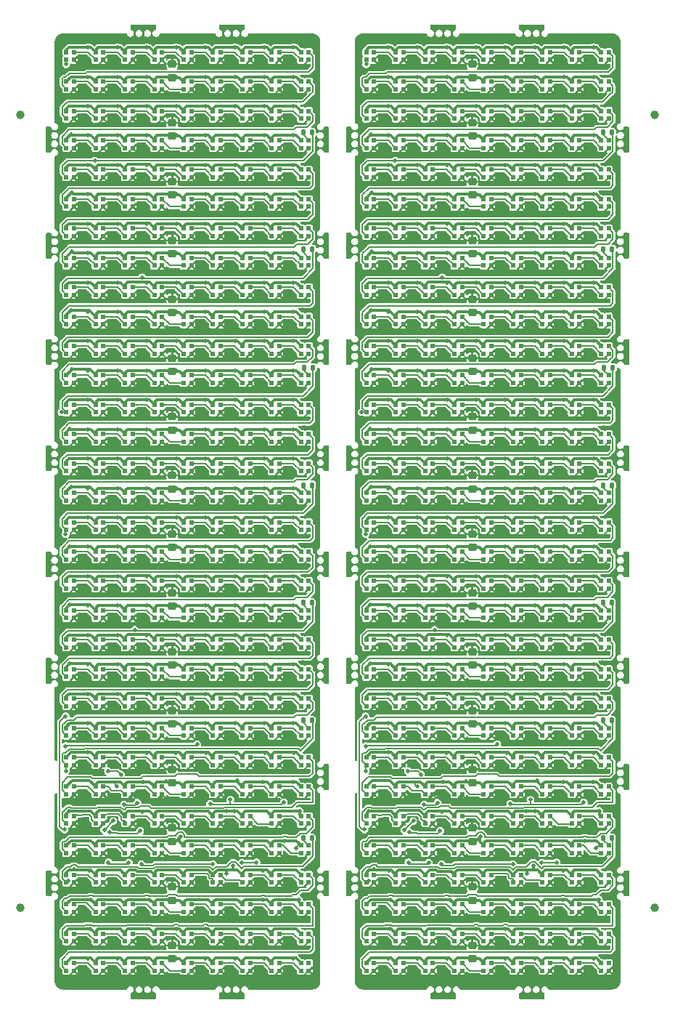
<source format=gbr>
G04 #@! TF.GenerationSoftware,KiCad,Pcbnew,7.0.9*
G04 #@! TF.CreationDate,2024-01-30T21:21:20-05:00*
G04 #@! TF.ProjectId,RGB-Panel,5247422d-5061-46e6-956c-2e6b69636164,V2.6*
G04 #@! TF.SameCoordinates,Original*
G04 #@! TF.FileFunction,Copper,L1,Top*
G04 #@! TF.FilePolarity,Positive*
%FSLAX46Y46*%
G04 Gerber Fmt 4.6, Leading zero omitted, Abs format (unit mm)*
G04 Created by KiCad (PCBNEW 7.0.9) date 2024-01-30 21:21:20*
%MOMM*%
%LPD*%
G01*
G04 APERTURE LIST*
G04 Aperture macros list*
%AMRoundRect*
0 Rectangle with rounded corners*
0 $1 Rounding radius*
0 $2 $3 $4 $5 $6 $7 $8 $9 X,Y pos of 4 corners*
0 Add a 4 corners polygon primitive as box body*
4,1,4,$2,$3,$4,$5,$6,$7,$8,$9,$2,$3,0*
0 Add four circle primitives for the rounded corners*
1,1,$1+$1,$2,$3*
1,1,$1+$1,$4,$5*
1,1,$1+$1,$6,$7*
1,1,$1+$1,$8,$9*
0 Add four rect primitives between the rounded corners*
20,1,$1+$1,$2,$3,$4,$5,0*
20,1,$1+$1,$4,$5,$6,$7,0*
20,1,$1+$1,$6,$7,$8,$9,0*
20,1,$1+$1,$8,$9,$2,$3,0*%
G04 Aperture macros list end*
G04 #@! TA.AperFunction,SMDPad,CuDef*
%ADD10R,0.500000X0.500000*%
G04 #@! TD*
G04 #@! TA.AperFunction,SMDPad,CuDef*
%ADD11RoundRect,0.225000X-0.250000X0.225000X-0.250000X-0.225000X0.250000X-0.225000X0.250000X0.225000X0*%
G04 #@! TD*
G04 #@! TA.AperFunction,SMDPad,CuDef*
%ADD12C,1.000000*%
G04 #@! TD*
G04 #@! TA.AperFunction,SMDPad,CuDef*
%ADD13RoundRect,0.135000X-0.135000X-0.185000X0.135000X-0.185000X0.135000X0.185000X-0.135000X0.185000X0*%
G04 #@! TD*
G04 #@! TA.AperFunction,ViaPad*
%ADD14C,0.500000*%
G04 #@! TD*
G04 #@! TA.AperFunction,Conductor*
%ADD15C,0.152400*%
G04 #@! TD*
G04 #@! TA.AperFunction,Conductor*
%ADD16C,0.304800*%
G04 #@! TD*
G04 APERTURE END LIST*
D10*
X126373006Y-74592000D03*
X126373006Y-73692000D03*
X125473006Y-73692000D03*
X125473006Y-74592000D03*
X122950006Y-88284000D03*
X122950006Y-87384000D03*
X122050006Y-87384000D03*
X122050006Y-88284000D03*
X91373006Y-122514000D03*
X91373006Y-121614000D03*
X90473006Y-121614000D03*
X90473006Y-122514000D03*
X87950006Y-132783000D03*
X87950006Y-131883000D03*
X87050006Y-131883000D03*
X87050006Y-132783000D03*
D11*
X85717899Y-37438892D03*
X85717899Y-38988892D03*
D10*
X116104006Y-125937000D03*
X116104006Y-125037000D03*
X115204006Y-125037000D03*
X115204006Y-125937000D03*
X91373006Y-84861000D03*
X91373006Y-83961000D03*
X90473006Y-83961000D03*
X90473006Y-84861000D03*
X87950006Y-50631000D03*
X87950006Y-49731000D03*
X87050006Y-49731000D03*
X87050006Y-50631000D03*
X81104006Y-81438000D03*
X81104006Y-80538000D03*
X80204006Y-80538000D03*
X80204006Y-81438000D03*
X112681006Y-84861000D03*
X112681006Y-83961000D03*
X111781006Y-83961000D03*
X111781006Y-84861000D03*
X77681006Y-50631000D03*
X77681006Y-49731000D03*
X76781006Y-49731000D03*
X76781006Y-50631000D03*
X77681006Y-105399000D03*
X77681006Y-104499000D03*
X76781006Y-104499000D03*
X76781006Y-105399000D03*
X91373006Y-101976000D03*
X91373006Y-101076000D03*
X90473006Y-101076000D03*
X90473006Y-101976000D03*
D12*
X67999997Y-128899995D03*
D10*
X133219006Y-136206000D03*
X133219006Y-135306000D03*
X132319006Y-135306000D03*
X132319006Y-136206000D03*
X91373006Y-50631000D03*
X91373006Y-49731000D03*
X90473006Y-49731000D03*
X90473006Y-50631000D03*
X101642006Y-119091000D03*
X101642006Y-118191000D03*
X100742006Y-118191000D03*
X100742006Y-119091000D03*
X116104006Y-36939000D03*
X116104006Y-36039000D03*
X115204006Y-36039000D03*
X115204006Y-36939000D03*
X116104006Y-40362000D03*
X116104006Y-39462000D03*
X115204006Y-39462000D03*
X115204006Y-40362000D03*
X98219006Y-78015000D03*
X98219006Y-77115000D03*
X97319006Y-77115000D03*
X97319006Y-78015000D03*
X129796006Y-101976000D03*
X129796006Y-101076000D03*
X128896006Y-101076000D03*
X128896006Y-101976000D03*
D11*
X85717899Y-112744892D03*
X85717899Y-114294892D03*
D10*
X94796006Y-84861000D03*
X94796006Y-83961000D03*
X93896006Y-83961000D03*
X93896006Y-84861000D03*
X133219006Y-129360000D03*
X133219006Y-128460000D03*
X132319006Y-128460000D03*
X132319006Y-129360000D03*
X91373006Y-125937000D03*
X91373006Y-125037000D03*
X90473006Y-125037000D03*
X90473006Y-125937000D03*
X74258006Y-43785000D03*
X74258006Y-42885000D03*
X73358006Y-42885000D03*
X73358006Y-43785000D03*
X94796006Y-36939000D03*
X94796006Y-36039000D03*
X93896006Y-36039000D03*
X93896006Y-36939000D03*
X74258006Y-119091000D03*
X74258006Y-118191000D03*
X73358006Y-118191000D03*
X73358006Y-119091000D03*
X74258006Y-101976000D03*
X74258006Y-101076000D03*
X73358006Y-101076000D03*
X73358006Y-101976000D03*
X126373006Y-112245000D03*
X126373006Y-111345000D03*
X125473006Y-111345000D03*
X125473006Y-112245000D03*
X119527006Y-129360000D03*
X119527006Y-128460000D03*
X118627006Y-128460000D03*
X118627006Y-129360000D03*
X122950006Y-122514000D03*
X122950006Y-121614000D03*
X122050006Y-121614000D03*
X122050006Y-122514000D03*
X77681006Y-91707000D03*
X77681006Y-90807000D03*
X76781006Y-90807000D03*
X76781006Y-91707000D03*
X126373006Y-95130000D03*
X126373006Y-94230000D03*
X125473006Y-94230000D03*
X125473006Y-95130000D03*
X84527006Y-40362000D03*
X84527006Y-39462000D03*
X83627006Y-39462000D03*
X83627006Y-40362000D03*
D11*
X85717899Y-126436892D03*
X85717899Y-127986892D03*
D10*
X136642006Y-125937000D03*
X136642006Y-125037000D03*
X135742006Y-125037000D03*
X135742006Y-125937000D03*
X91373006Y-30093000D03*
X91373006Y-29193000D03*
X90473006Y-29193000D03*
X90473006Y-30093000D03*
X129796006Y-95130000D03*
X129796006Y-94230000D03*
X128896006Y-94230000D03*
X128896006Y-95130000D03*
X136642006Y-132783000D03*
X136642006Y-131883000D03*
X135742006Y-131883000D03*
X135742006Y-132783000D03*
X81104006Y-78015000D03*
X81104006Y-77115000D03*
X80204006Y-77115000D03*
X80204006Y-78015000D03*
X91373006Y-57477000D03*
X91373006Y-56577000D03*
X90473006Y-56577000D03*
X90473006Y-57477000D03*
X133219006Y-50631000D03*
X133219006Y-49731000D03*
X132319006Y-49731000D03*
X132319006Y-50631000D03*
X98219006Y-91707000D03*
X98219006Y-90807000D03*
X97319006Y-90807000D03*
X97319006Y-91707000D03*
X122950006Y-71169000D03*
X122950006Y-70269000D03*
X122050006Y-70269000D03*
X122050006Y-71169000D03*
X122950006Y-115668000D03*
X122950006Y-114768000D03*
X122050006Y-114768000D03*
X122050006Y-115668000D03*
X87950006Y-81438000D03*
X87950006Y-80538000D03*
X87050006Y-80538000D03*
X87050006Y-81438000D03*
X126373006Y-67746000D03*
X126373006Y-66846000D03*
X125473006Y-66846000D03*
X125473006Y-67746000D03*
X74258006Y-88284000D03*
X74258006Y-87384000D03*
X73358006Y-87384000D03*
X73358006Y-88284000D03*
X91373006Y-112245000D03*
X91373006Y-111345000D03*
X90473006Y-111345000D03*
X90473006Y-112245000D03*
X129796006Y-67746000D03*
X129796006Y-66846000D03*
X128896006Y-66846000D03*
X128896006Y-67746000D03*
X74258006Y-47208000D03*
X74258006Y-46308000D03*
X73358006Y-46308000D03*
X73358006Y-47208000D03*
X109258006Y-30093000D03*
X109258006Y-29193000D03*
X108358006Y-29193000D03*
X108358006Y-30093000D03*
X129796006Y-122514000D03*
X129796006Y-121614000D03*
X128896006Y-121614000D03*
X128896006Y-122514000D03*
X112681006Y-81438000D03*
X112681006Y-80538000D03*
X111781006Y-80538000D03*
X111781006Y-81438000D03*
X116104006Y-57477000D03*
X116104006Y-56577000D03*
X115204006Y-56577000D03*
X115204006Y-57477000D03*
X126373006Y-122514000D03*
X126373006Y-121614000D03*
X125473006Y-121614000D03*
X125473006Y-122514000D03*
X119527006Y-84861000D03*
X119527006Y-83961000D03*
X118627006Y-83961000D03*
X118627006Y-84861000D03*
X136642006Y-84861000D03*
X136642006Y-83961000D03*
X135742006Y-83961000D03*
X135742006Y-84861000D03*
X119527006Y-115668000D03*
X119527006Y-114768000D03*
X118627006Y-114768000D03*
X118627006Y-115668000D03*
X84527006Y-95130000D03*
X84527006Y-94230000D03*
X83627006Y-94230000D03*
X83627006Y-95130000D03*
X98219006Y-40362000D03*
X98219006Y-39462000D03*
X97319006Y-39462000D03*
X97319006Y-40362000D03*
D11*
X120717899Y-92206892D03*
X120717899Y-93756892D03*
X85717899Y-71668892D03*
X85717899Y-73218892D03*
D10*
X112681006Y-74592000D03*
X112681006Y-73692000D03*
X111781006Y-73692000D03*
X111781006Y-74592000D03*
X133219006Y-78015000D03*
X133219006Y-77115000D03*
X132319006Y-77115000D03*
X132319006Y-78015000D03*
X122950006Y-95130000D03*
X122950006Y-94230000D03*
X122050006Y-94230000D03*
X122050006Y-95130000D03*
X119527006Y-136206000D03*
X119527006Y-135306000D03*
X118627006Y-135306000D03*
X118627006Y-136206000D03*
D11*
X85717899Y-57976892D03*
X85717899Y-59526892D03*
D10*
X112681006Y-36939000D03*
X112681006Y-36039000D03*
X111781006Y-36039000D03*
X111781006Y-36939000D03*
X98219006Y-33516000D03*
X98219006Y-32616000D03*
X97319006Y-32616000D03*
X97319006Y-33516000D03*
X98219006Y-112245000D03*
X98219006Y-111345000D03*
X97319006Y-111345000D03*
X97319006Y-112245000D03*
X116104006Y-112245000D03*
X116104006Y-111345000D03*
X115204006Y-111345000D03*
X115204006Y-112245000D03*
X94796006Y-129360000D03*
X94796006Y-128460000D03*
X93896006Y-128460000D03*
X93896006Y-129360000D03*
X119527006Y-67746000D03*
X119527006Y-66846000D03*
X118627006Y-66846000D03*
X118627006Y-67746000D03*
X94796006Y-98553000D03*
X94796006Y-97653000D03*
X93896006Y-97653000D03*
X93896006Y-98553000D03*
D11*
X85717899Y-44284892D03*
X85717899Y-45834892D03*
D10*
X94796006Y-67746000D03*
X94796006Y-66846000D03*
X93896006Y-66846000D03*
X93896006Y-67746000D03*
X122950006Y-30093000D03*
X122950006Y-29193000D03*
X122050006Y-29193000D03*
X122050006Y-30093000D03*
X116104006Y-136206000D03*
X116104006Y-135306000D03*
X115204006Y-135306000D03*
X115204006Y-136206000D03*
X136642006Y-64323000D03*
X136642006Y-63423000D03*
X135742006Y-63423000D03*
X135742006Y-64323000D03*
X94796006Y-108822000D03*
X94796006Y-107922000D03*
X93896006Y-107922000D03*
X93896006Y-108822000D03*
X136642006Y-88284000D03*
X136642006Y-87384000D03*
X135742006Y-87384000D03*
X135742006Y-88284000D03*
D11*
X120717899Y-78514892D03*
X120717899Y-80064892D03*
D10*
X91373006Y-60900000D03*
X91373006Y-60000000D03*
X90473006Y-60000000D03*
X90473006Y-60900000D03*
X129796006Y-74592000D03*
X129796006Y-73692000D03*
X128896006Y-73692000D03*
X128896006Y-74592000D03*
X94796006Y-30093000D03*
X94796006Y-29193000D03*
X93896006Y-29193000D03*
X93896006Y-30093000D03*
X133219006Y-101976000D03*
X133219006Y-101076000D03*
X132319006Y-101076000D03*
X132319006Y-101976000D03*
D11*
X120717899Y-105898892D03*
X120717899Y-107448892D03*
D10*
X133219006Y-95130000D03*
X133219006Y-94230000D03*
X132319006Y-94230000D03*
X132319006Y-95130000D03*
X133219006Y-57477000D03*
X133219006Y-56577000D03*
X132319006Y-56577000D03*
X132319006Y-57477000D03*
X109258006Y-84861000D03*
X109258006Y-83961000D03*
X108358006Y-83961000D03*
X108358006Y-84861000D03*
X112681006Y-95130000D03*
X112681006Y-94230000D03*
X111781006Y-94230000D03*
X111781006Y-95130000D03*
X74258006Y-78015000D03*
X74258006Y-77115000D03*
X73358006Y-77115000D03*
X73358006Y-78015000D03*
X77681006Y-129360000D03*
X77681006Y-128460000D03*
X76781006Y-128460000D03*
X76781006Y-129360000D03*
X133219006Y-36939000D03*
X133219006Y-36039000D03*
X132319006Y-36039000D03*
X132319006Y-36939000D03*
X119527006Y-95130000D03*
X119527006Y-94230000D03*
X118627006Y-94230000D03*
X118627006Y-95130000D03*
X136642006Y-60900000D03*
X136642006Y-60000000D03*
X135742006Y-60000000D03*
X135742006Y-60900000D03*
X116104006Y-60900000D03*
X116104006Y-60000000D03*
X115204006Y-60000000D03*
X115204006Y-60900000D03*
X87950006Y-54054000D03*
X87950006Y-53154000D03*
X87050006Y-53154000D03*
X87050006Y-54054000D03*
X98219006Y-88284000D03*
X98219006Y-87384000D03*
X97319006Y-87384000D03*
X97319006Y-88284000D03*
X116104006Y-115668000D03*
X116104006Y-114768000D03*
X115204006Y-114768000D03*
X115204006Y-115668000D03*
X94796006Y-88284000D03*
X94796006Y-87384000D03*
X93896006Y-87384000D03*
X93896006Y-88284000D03*
X74258006Y-108822000D03*
X74258006Y-107922000D03*
X73358006Y-107922000D03*
X73358006Y-108822000D03*
X122950006Y-84861000D03*
X122950006Y-83961000D03*
X122050006Y-83961000D03*
X122050006Y-84861000D03*
X98219006Y-84861000D03*
X98219006Y-83961000D03*
X97319006Y-83961000D03*
X97319006Y-84861000D03*
X129796006Y-119091000D03*
X129796006Y-118191000D03*
X128896006Y-118191000D03*
X128896006Y-119091000D03*
D11*
X120717899Y-64822892D03*
X120717899Y-66372892D03*
D10*
X116104006Y-91707000D03*
X116104006Y-90807000D03*
X115204006Y-90807000D03*
X115204006Y-91707000D03*
X109258006Y-67746000D03*
X109258006Y-66846000D03*
X108358006Y-66846000D03*
X108358006Y-67746000D03*
X91373006Y-108822000D03*
X91373006Y-107922000D03*
X90473006Y-107922000D03*
X90473006Y-108822000D03*
X112681006Y-98553000D03*
X112681006Y-97653000D03*
X111781006Y-97653000D03*
X111781006Y-98553000D03*
X133219006Y-119091000D03*
X133219006Y-118191000D03*
X132319006Y-118191000D03*
X132319006Y-119091000D03*
X84527006Y-36939000D03*
X84527006Y-36039000D03*
X83627006Y-36039000D03*
X83627006Y-36939000D03*
X77681006Y-119091000D03*
X77681006Y-118191000D03*
X76781006Y-118191000D03*
X76781006Y-119091000D03*
X77681006Y-54054000D03*
X77681006Y-53154000D03*
X76781006Y-53154000D03*
X76781006Y-54054000D03*
X119527006Y-71169000D03*
X119527006Y-70269000D03*
X118627006Y-70269000D03*
X118627006Y-71169000D03*
D11*
X120717899Y-71668892D03*
X120717899Y-73218892D03*
D10*
X81104006Y-125937000D03*
X81104006Y-125037000D03*
X80204006Y-125037000D03*
X80204006Y-125937000D03*
X112681006Y-88284000D03*
X112681006Y-87384000D03*
X111781006Y-87384000D03*
X111781006Y-88284000D03*
X116104006Y-132783000D03*
X116104006Y-131883000D03*
X115204006Y-131883000D03*
X115204006Y-132783000D03*
X81104006Y-43785000D03*
X81104006Y-42885000D03*
X80204006Y-42885000D03*
X80204006Y-43785000D03*
X109258006Y-115668000D03*
X109258006Y-114768000D03*
X108358006Y-114768000D03*
X108358006Y-115668000D03*
X101642006Y-125937000D03*
X101642006Y-125037000D03*
X100742006Y-125037000D03*
X100742006Y-125937000D03*
X87950006Y-84861000D03*
X87950006Y-83961000D03*
X87050006Y-83961000D03*
X87050006Y-84861000D03*
X119527006Y-57477000D03*
X119527006Y-56577000D03*
X118627006Y-56577000D03*
X118627006Y-57477000D03*
X112681006Y-60900000D03*
X112681006Y-60000000D03*
X111781006Y-60000000D03*
X111781006Y-60900000D03*
X84527006Y-30093000D03*
X84527006Y-29193000D03*
X83627006Y-29193000D03*
X83627006Y-30093000D03*
X129796006Y-125937000D03*
X129796006Y-125037000D03*
X128896006Y-125037000D03*
X128896006Y-125937000D03*
X84527006Y-132783000D03*
X84527006Y-131883000D03*
X83627006Y-131883000D03*
X83627006Y-132783000D03*
X116104006Y-95130000D03*
X116104006Y-94230000D03*
X115204006Y-94230000D03*
X115204006Y-95130000D03*
X112681006Y-105399000D03*
X112681006Y-104499000D03*
X111781006Y-104499000D03*
X111781006Y-105399000D03*
X84527006Y-64323000D03*
X84527006Y-63423000D03*
X83627006Y-63423000D03*
X83627006Y-64323000D03*
X101642006Y-36939000D03*
X101642006Y-36039000D03*
X100742006Y-36039000D03*
X100742006Y-36939000D03*
X136642006Y-101976000D03*
X136642006Y-101076000D03*
X135742006Y-101076000D03*
X135742006Y-101976000D03*
X126373006Y-64323000D03*
X126373006Y-63423000D03*
X125473006Y-63423000D03*
X125473006Y-64323000D03*
X112681006Y-78015000D03*
X112681006Y-77115000D03*
X111781006Y-77115000D03*
X111781006Y-78015000D03*
X112681006Y-136206000D03*
X112681006Y-135306000D03*
X111781006Y-135306000D03*
X111781006Y-136206000D03*
X91373006Y-95130000D03*
X91373006Y-94230000D03*
X90473006Y-94230000D03*
X90473006Y-95130000D03*
X129796006Y-43785000D03*
X129796006Y-42885000D03*
X128896006Y-42885000D03*
X128896006Y-43785000D03*
X98219006Y-95130000D03*
X98219006Y-94230000D03*
X97319006Y-94230000D03*
X97319006Y-95130000D03*
X87950006Y-57477000D03*
X87950006Y-56577000D03*
X87050006Y-56577000D03*
X87050006Y-57477000D03*
D12*
X142000003Y-128899995D03*
D10*
X94796006Y-74592000D03*
X94796006Y-73692000D03*
X93896006Y-73692000D03*
X93896006Y-74592000D03*
X129796006Y-54054000D03*
X129796006Y-53154000D03*
X128896006Y-53154000D03*
X128896006Y-54054000D03*
X77681006Y-101976000D03*
X77681006Y-101076000D03*
X76781006Y-101076000D03*
X76781006Y-101976000D03*
X81104006Y-60900000D03*
X81104006Y-60000000D03*
X80204006Y-60000000D03*
X80204006Y-60900000D03*
X81104006Y-108822000D03*
X81104006Y-107922000D03*
X80204006Y-107922000D03*
X80204006Y-108822000D03*
X94796006Y-91707000D03*
X94796006Y-90807000D03*
X93896006Y-90807000D03*
X93896006Y-91707000D03*
D11*
X120717899Y-126436892D03*
X120717899Y-127986892D03*
X120717899Y-44284892D03*
X120717899Y-45834892D03*
D10*
X77681006Y-122514000D03*
X77681006Y-121614000D03*
X76781006Y-121614000D03*
X76781006Y-122514000D03*
X122950006Y-132783000D03*
X122950006Y-131883000D03*
X122050006Y-131883000D03*
X122050006Y-132783000D03*
X119527006Y-88284000D03*
X119527006Y-87384000D03*
X118627006Y-87384000D03*
X118627006Y-88284000D03*
X136642006Y-105399000D03*
X136642006Y-104499000D03*
X135742006Y-104499000D03*
X135742006Y-105399000D03*
X116104006Y-105399000D03*
X116104006Y-104499000D03*
X115204006Y-104499000D03*
X115204006Y-105399000D03*
X91373006Y-71169000D03*
X91373006Y-70269000D03*
X90473006Y-70269000D03*
X90473006Y-71169000D03*
X98219006Y-132783000D03*
X98219006Y-131883000D03*
X97319006Y-131883000D03*
X97319006Y-132783000D03*
X74258006Y-60900000D03*
X74258006Y-60000000D03*
X73358006Y-60000000D03*
X73358006Y-60900000D03*
X116104006Y-74592000D03*
X116104006Y-73692000D03*
X115204006Y-73692000D03*
X115204006Y-74592000D03*
X109258006Y-136206000D03*
X109258006Y-135306000D03*
X108358006Y-135306000D03*
X108358006Y-136206000D03*
X122950006Y-47208000D03*
X122950006Y-46308000D03*
X122050006Y-46308000D03*
X122050006Y-47208000D03*
X91373006Y-136206000D03*
X91373006Y-135306000D03*
X90473006Y-135306000D03*
X90473006Y-136206000D03*
X136642006Y-50631000D03*
X136642006Y-49731000D03*
X135742006Y-49731000D03*
X135742006Y-50631000D03*
X122950006Y-91707000D03*
X122950006Y-90807000D03*
X122050006Y-90807000D03*
X122050006Y-91707000D03*
X136642006Y-30093000D03*
X136642006Y-29193000D03*
X135742006Y-29193000D03*
X135742006Y-30093000D03*
X109258006Y-88284000D03*
X109258006Y-87384000D03*
X108358006Y-87384000D03*
X108358006Y-88284000D03*
X122950006Y-57477000D03*
X122950006Y-56577000D03*
X122050006Y-56577000D03*
X122050006Y-57477000D03*
X84527006Y-88284000D03*
X84527006Y-87384000D03*
X83627006Y-87384000D03*
X83627006Y-88284000D03*
X91373006Y-36939000D03*
X91373006Y-36039000D03*
X90473006Y-36039000D03*
X90473006Y-36939000D03*
X84527006Y-108822000D03*
X84527006Y-107922000D03*
X83627006Y-107922000D03*
X83627006Y-108822000D03*
X101642006Y-88284000D03*
X101642006Y-87384000D03*
X100742006Y-87384000D03*
X100742006Y-88284000D03*
X84527006Y-122514000D03*
X84527006Y-121614000D03*
X83627006Y-121614000D03*
X83627006Y-122514000D03*
X119527006Y-132783000D03*
X119527006Y-131883000D03*
X118627006Y-131883000D03*
X118627006Y-132783000D03*
X112681006Y-91707000D03*
X112681006Y-90807000D03*
X111781006Y-90807000D03*
X111781006Y-91707000D03*
X77681006Y-78015000D03*
X77681006Y-77115000D03*
X76781006Y-77115000D03*
X76781006Y-78015000D03*
D13*
X100992899Y-79642392D03*
X102012899Y-79642392D03*
D10*
X133219006Y-40362000D03*
X133219006Y-39462000D03*
X132319006Y-39462000D03*
X132319006Y-40362000D03*
X84527006Y-54054000D03*
X84527006Y-53154000D03*
X83627006Y-53154000D03*
X83627006Y-54054000D03*
X133219006Y-112245000D03*
X133219006Y-111345000D03*
X132319006Y-111345000D03*
X132319006Y-112245000D03*
X116104006Y-101976000D03*
X116104006Y-101076000D03*
X115204006Y-101076000D03*
X115204006Y-101976000D03*
X122950006Y-108822000D03*
X122950006Y-107922000D03*
X122050006Y-107922000D03*
X122050006Y-108822000D03*
X84527006Y-91707000D03*
X84527006Y-90807000D03*
X83627006Y-90807000D03*
X83627006Y-91707000D03*
X126373006Y-108822000D03*
X126373006Y-107922000D03*
X125473006Y-107922000D03*
X125473006Y-108822000D03*
X87950006Y-112245000D03*
X87950006Y-111345000D03*
X87050006Y-111345000D03*
X87050006Y-112245000D03*
X122950006Y-78015000D03*
X122950006Y-77115000D03*
X122050006Y-77115000D03*
X122050006Y-78015000D03*
X77681006Y-40362000D03*
X77681006Y-39462000D03*
X76781006Y-39462000D03*
X76781006Y-40362000D03*
X109258006Y-119091000D03*
X109258006Y-118191000D03*
X108358006Y-118191000D03*
X108358006Y-119091000D03*
X81104006Y-74592000D03*
X81104006Y-73692000D03*
X80204006Y-73692000D03*
X80204006Y-74592000D03*
X112681006Y-30093000D03*
X112681006Y-29193000D03*
X111781006Y-29193000D03*
X111781006Y-30093000D03*
X101642006Y-122514000D03*
X101642006Y-121614000D03*
X100742006Y-121614000D03*
X100742006Y-122514000D03*
D13*
X101000006Y-38543000D03*
X102020006Y-38543000D03*
D10*
X77681006Y-33516000D03*
X77681006Y-32616000D03*
X76781006Y-32616000D03*
X76781006Y-33516000D03*
X77681006Y-71169000D03*
X77681006Y-70269000D03*
X76781006Y-70269000D03*
X76781006Y-71169000D03*
X74258006Y-132783000D03*
X74258006Y-131883000D03*
X73358006Y-131883000D03*
X73358006Y-132783000D03*
X126373006Y-71169000D03*
X126373006Y-70269000D03*
X125473006Y-70269000D03*
X125473006Y-71169000D03*
X112681006Y-122514000D03*
X112681006Y-121614000D03*
X111781006Y-121614000D03*
X111781006Y-122514000D03*
X126373006Y-33516000D03*
X126373006Y-32616000D03*
X125473006Y-32616000D03*
X125473006Y-33516000D03*
X77681006Y-108822000D03*
X77681006Y-107922000D03*
X76781006Y-107922000D03*
X76781006Y-108822000D03*
X116104006Y-119091000D03*
X116104006Y-118191000D03*
X115204006Y-118191000D03*
X115204006Y-119091000D03*
X119527006Y-33516000D03*
X119527006Y-32616000D03*
X118627006Y-32616000D03*
X118627006Y-33516000D03*
X84527006Y-81438000D03*
X84527006Y-80538000D03*
X83627006Y-80538000D03*
X83627006Y-81438000D03*
X122950006Y-112245000D03*
X122950006Y-111345000D03*
X122050006Y-111345000D03*
X122050006Y-112245000D03*
X101642006Y-112245000D03*
X101642006Y-111345000D03*
X100742006Y-111345000D03*
X100742006Y-112245000D03*
X129796006Y-71169000D03*
X129796006Y-70269000D03*
X128896006Y-70269000D03*
X128896006Y-71169000D03*
X112681006Y-50631000D03*
X112681006Y-49731000D03*
X111781006Y-49731000D03*
X111781006Y-50631000D03*
X101642006Y-74592000D03*
X101642006Y-73692000D03*
X100742006Y-73692000D03*
X100742006Y-74592000D03*
X94796006Y-50631000D03*
X94796006Y-49731000D03*
X93896006Y-49731000D03*
X93896006Y-50631000D03*
X77681006Y-67746000D03*
X77681006Y-66846000D03*
X76781006Y-66846000D03*
X76781006Y-67746000D03*
X126373006Y-88284000D03*
X126373006Y-87384000D03*
X125473006Y-87384000D03*
X125473006Y-88284000D03*
X101642006Y-91707000D03*
X101642006Y-90807000D03*
X100742006Y-90807000D03*
X100742006Y-91707000D03*
X77681006Y-84861000D03*
X77681006Y-83961000D03*
X76781006Y-83961000D03*
X76781006Y-84861000D03*
X119527006Y-91707000D03*
X119527006Y-90807000D03*
X118627006Y-90807000D03*
X118627006Y-91707000D03*
X109258006Y-98553000D03*
X109258006Y-97653000D03*
X108358006Y-97653000D03*
X108358006Y-98553000D03*
X116104006Y-122514000D03*
X116104006Y-121614000D03*
X115204006Y-121614000D03*
X115204006Y-122514000D03*
X84527006Y-60900000D03*
X84527006Y-60000000D03*
X83627006Y-60000000D03*
X83627006Y-60900000D03*
X87950006Y-78015000D03*
X87950006Y-77115000D03*
X87050006Y-77115000D03*
X87050006Y-78015000D03*
X87950006Y-88284000D03*
X87950006Y-87384000D03*
X87050006Y-87384000D03*
X87050006Y-88284000D03*
X122950006Y-60900000D03*
X122950006Y-60000000D03*
X122050006Y-60000000D03*
X122050006Y-60900000D03*
X74258006Y-50631000D03*
X74258006Y-49731000D03*
X73358006Y-49731000D03*
X73358006Y-50631000D03*
X112681006Y-64323000D03*
X112681006Y-63423000D03*
X111781006Y-63423000D03*
X111781006Y-64323000D03*
X109258006Y-122514000D03*
X109258006Y-121614000D03*
X108358006Y-121614000D03*
X108358006Y-122514000D03*
X81104006Y-71169000D03*
X81104006Y-70269000D03*
X80204006Y-70269000D03*
X80204006Y-71169000D03*
X81104006Y-30093000D03*
X81104006Y-29193000D03*
X80204006Y-29193000D03*
X80204006Y-30093000D03*
X87950006Y-30093000D03*
X87950006Y-29193000D03*
X87050006Y-29193000D03*
X87050006Y-30093000D03*
X87950006Y-136206000D03*
X87950006Y-135306000D03*
X87050006Y-135306000D03*
X87050006Y-136206000D03*
D11*
X120717899Y-133282892D03*
X120717899Y-134832892D03*
D10*
X91373006Y-54054000D03*
X91373006Y-53154000D03*
X90473006Y-53154000D03*
X90473006Y-54054000D03*
X74258006Y-129360000D03*
X74258006Y-128460000D03*
X73358006Y-128460000D03*
X73358006Y-129360000D03*
X77681006Y-36939000D03*
X77681006Y-36039000D03*
X76781006Y-36039000D03*
X76781006Y-36939000D03*
X87950006Y-40362000D03*
X87950006Y-39462000D03*
X87050006Y-39462000D03*
X87050006Y-40362000D03*
X119527006Y-40362000D03*
X119527006Y-39462000D03*
X118627006Y-39462000D03*
X118627006Y-40362000D03*
X87950006Y-67746000D03*
X87950006Y-66846000D03*
X87050006Y-66846000D03*
X87050006Y-67746000D03*
X87950006Y-71169000D03*
X87950006Y-70269000D03*
X87050006Y-70269000D03*
X87050006Y-71169000D03*
X101642006Y-67746000D03*
X101642006Y-66846000D03*
X100742006Y-66846000D03*
X100742006Y-67746000D03*
X136642006Y-54054000D03*
X136642006Y-53154000D03*
X135742006Y-53154000D03*
X135742006Y-54054000D03*
X122950006Y-105399000D03*
X122950006Y-104499000D03*
X122050006Y-104499000D03*
X122050006Y-105399000D03*
X84527006Y-78015000D03*
X84527006Y-77115000D03*
X83627006Y-77115000D03*
X83627006Y-78015000D03*
X129796006Y-50631000D03*
X129796006Y-49731000D03*
X128896006Y-49731000D03*
X128896006Y-50631000D03*
D13*
X136092898Y-65942392D03*
X137112898Y-65942392D03*
D10*
X94796006Y-78015000D03*
X94796006Y-77115000D03*
X93896006Y-77115000D03*
X93896006Y-78015000D03*
X133219006Y-84861000D03*
X133219006Y-83961000D03*
X132319006Y-83961000D03*
X132319006Y-84861000D03*
D11*
X85717899Y-105898892D03*
X85717899Y-107448892D03*
D10*
X87950006Y-122514000D03*
X87950006Y-121614000D03*
X87050006Y-121614000D03*
X87050006Y-122514000D03*
X109258006Y-105399000D03*
X109258006Y-104499000D03*
X108358006Y-104499000D03*
X108358006Y-105399000D03*
X94796006Y-33516000D03*
X94796006Y-32616000D03*
X93896006Y-32616000D03*
X93896006Y-33516000D03*
X77681006Y-136206000D03*
X77681006Y-135306000D03*
X76781006Y-135306000D03*
X76781006Y-136206000D03*
X133219006Y-74592000D03*
X133219006Y-73692000D03*
X132319006Y-73692000D03*
X132319006Y-74592000D03*
X101642006Y-84861000D03*
X101642006Y-83961000D03*
X100742006Y-83961000D03*
X100742006Y-84861000D03*
X133219006Y-71169000D03*
X133219006Y-70269000D03*
X132319006Y-70269000D03*
X132319006Y-71169000D03*
X94796006Y-71169000D03*
X94796006Y-70269000D03*
X93896006Y-70269000D03*
X93896006Y-71169000D03*
X94796006Y-136206000D03*
X94796006Y-135306000D03*
X93896006Y-135306000D03*
X93896006Y-136206000D03*
D13*
X135972899Y-107043392D03*
X136992899Y-107043392D03*
D10*
X98219006Y-60900000D03*
X98219006Y-60000000D03*
X97319006Y-60000000D03*
X97319006Y-60900000D03*
X116104006Y-47208000D03*
X116104006Y-46308000D03*
X115204006Y-46308000D03*
X115204006Y-47208000D03*
X122950006Y-81438000D03*
X122950006Y-80538000D03*
X122050006Y-80538000D03*
X122050006Y-81438000D03*
X119527006Y-47208000D03*
X119527006Y-46308000D03*
X118627006Y-46308000D03*
X118627006Y-47208000D03*
X122950006Y-129360000D03*
X122950006Y-128460000D03*
X122050006Y-128460000D03*
X122050006Y-129360000D03*
X94796006Y-122514000D03*
X94796006Y-121614000D03*
X93896006Y-121614000D03*
X93896006Y-122514000D03*
X101642006Y-105399000D03*
X101642006Y-104499000D03*
X100742006Y-104499000D03*
X100742006Y-105399000D03*
X122950006Y-98553000D03*
X122950006Y-97653000D03*
X122050006Y-97653000D03*
X122050006Y-98553000D03*
X94796006Y-40362000D03*
X94796006Y-39462000D03*
X93896006Y-39462000D03*
X93896006Y-40362000D03*
X81104006Y-40362000D03*
X81104006Y-39462000D03*
X80204006Y-39462000D03*
X80204006Y-40362000D03*
X77681006Y-88284000D03*
X77681006Y-87384000D03*
X76781006Y-87384000D03*
X76781006Y-88284000D03*
X109258006Y-33516000D03*
X109258006Y-32616000D03*
X108358006Y-32616000D03*
X108358006Y-33516000D03*
X119527006Y-81438000D03*
X119527006Y-80538000D03*
X118627006Y-80538000D03*
X118627006Y-81438000D03*
X84527006Y-136206000D03*
X84527006Y-135306000D03*
X83627006Y-135306000D03*
X83627006Y-136206000D03*
X112681006Y-67746000D03*
X112681006Y-66846000D03*
X111781006Y-66846000D03*
X111781006Y-67746000D03*
X74258006Y-95130000D03*
X74258006Y-94230000D03*
X73358006Y-94230000D03*
X73358006Y-95130000D03*
X94796006Y-54054000D03*
X94796006Y-53154000D03*
X93896006Y-53154000D03*
X93896006Y-54054000D03*
X136642006Y-74592000D03*
X136642006Y-73692000D03*
X135742006Y-73692000D03*
X135742006Y-74592000D03*
X119527006Y-74592000D03*
X119527006Y-73692000D03*
X118627006Y-73692000D03*
X118627006Y-74592000D03*
X112681006Y-33516000D03*
X112681006Y-32616000D03*
X111781006Y-32616000D03*
X111781006Y-33516000D03*
X126373006Y-60900000D03*
X126373006Y-60000000D03*
X125473006Y-60000000D03*
X125473006Y-60900000D03*
X101642006Y-132783000D03*
X101642006Y-131883000D03*
X100742006Y-131883000D03*
X100742006Y-132783000D03*
X84527006Y-115668000D03*
X84527006Y-114768000D03*
X83627006Y-114768000D03*
X83627006Y-115668000D03*
X122950006Y-40362000D03*
X122950006Y-39462000D03*
X122050006Y-39462000D03*
X122050006Y-40362000D03*
D13*
X135972899Y-93343392D03*
X136992899Y-93343392D03*
D10*
X126373006Y-30093000D03*
X126373006Y-29193000D03*
X125473006Y-29193000D03*
X125473006Y-30093000D03*
X98219006Y-119091000D03*
X98219006Y-118191000D03*
X97319006Y-118191000D03*
X97319006Y-119091000D03*
X109258006Y-50631000D03*
X109258006Y-49731000D03*
X108358006Y-49731000D03*
X108358006Y-50631000D03*
X126373006Y-43785000D03*
X126373006Y-42885000D03*
X125473006Y-42885000D03*
X125473006Y-43785000D03*
X98219006Y-129360000D03*
X98219006Y-128460000D03*
X97319006Y-128460000D03*
X97319006Y-129360000D03*
X87950006Y-125937000D03*
X87950006Y-125037000D03*
X87050006Y-125037000D03*
X87050006Y-125937000D03*
X129796006Y-132783000D03*
X129796006Y-131883000D03*
X128896006Y-131883000D03*
X128896006Y-132783000D03*
X109258006Y-112245000D03*
X109258006Y-111345000D03*
X108358006Y-111345000D03*
X108358006Y-112245000D03*
X98219006Y-122514000D03*
X98219006Y-121614000D03*
X97319006Y-121614000D03*
X97319006Y-122514000D03*
X133219006Y-60900000D03*
X133219006Y-60000000D03*
X132319006Y-60000000D03*
X132319006Y-60900000D03*
X112681006Y-57477000D03*
X112681006Y-56577000D03*
X111781006Y-56577000D03*
X111781006Y-57477000D03*
X133219006Y-88284000D03*
X133219006Y-87384000D03*
X132319006Y-87384000D03*
X132319006Y-88284000D03*
X101642006Y-81438000D03*
X101642006Y-80538000D03*
X100742006Y-80538000D03*
X100742006Y-81438000D03*
X109258006Y-36939000D03*
X109258006Y-36039000D03*
X108358006Y-36039000D03*
X108358006Y-36939000D03*
X112681006Y-101976000D03*
X112681006Y-101076000D03*
X111781006Y-101076000D03*
X111781006Y-101976000D03*
X116104006Y-67746000D03*
X116104006Y-66846000D03*
X115204006Y-66846000D03*
X115204006Y-67746000D03*
X74258006Y-74592000D03*
X74258006Y-73692000D03*
X73358006Y-73692000D03*
X73358006Y-74592000D03*
X91373006Y-88284000D03*
X91373006Y-87384000D03*
X90473006Y-87384000D03*
X90473006Y-88284000D03*
D13*
X135992899Y-79642392D03*
X137012899Y-79642392D03*
D10*
X81104006Y-122514000D03*
X81104006Y-121614000D03*
X80204006Y-121614000D03*
X80204006Y-122514000D03*
D11*
X85717899Y-92206892D03*
X85717899Y-93756892D03*
D10*
X122950006Y-64323000D03*
X122950006Y-63423000D03*
X122050006Y-63423000D03*
X122050006Y-64323000D03*
X119527006Y-122514000D03*
X119527006Y-121614000D03*
X118627006Y-121614000D03*
X118627006Y-122514000D03*
X119527006Y-78015000D03*
X119527006Y-77115000D03*
X118627006Y-77115000D03*
X118627006Y-78015000D03*
X136642006Y-129360000D03*
X136642006Y-128460000D03*
X135742006Y-128460000D03*
X135742006Y-129360000D03*
X136642006Y-71169000D03*
X136642006Y-70269000D03*
X135742006Y-70269000D03*
X135742006Y-71169000D03*
D13*
X100972899Y-107043392D03*
X101992899Y-107043392D03*
D10*
X74258006Y-40362000D03*
X74258006Y-39462000D03*
X73358006Y-39462000D03*
X73358006Y-40362000D03*
X94796006Y-43785000D03*
X94796006Y-42885000D03*
X93896006Y-42885000D03*
X93896006Y-43785000D03*
X98219006Y-136206000D03*
X98219006Y-135306000D03*
X97319006Y-135306000D03*
X97319006Y-136206000D03*
X98219006Y-50631000D03*
X98219006Y-49731000D03*
X97319006Y-49731000D03*
X97319006Y-50631000D03*
X122950006Y-101976000D03*
X122950006Y-101076000D03*
X122050006Y-101076000D03*
X122050006Y-101976000D03*
X98219006Y-105399000D03*
X98219006Y-104499000D03*
X97319006Y-104499000D03*
X97319006Y-105399000D03*
D11*
X85717899Y-30592892D03*
X85717899Y-32142892D03*
D10*
X98219006Y-43785000D03*
X98219006Y-42885000D03*
X97319006Y-42885000D03*
X97319006Y-43785000D03*
X84527006Y-43785000D03*
X84527006Y-42885000D03*
X83627006Y-42885000D03*
X83627006Y-43785000D03*
X109258006Y-81438000D03*
X109258006Y-80538000D03*
X108358006Y-80538000D03*
X108358006Y-81438000D03*
X98219006Y-30093000D03*
X98219006Y-29193000D03*
X97319006Y-29193000D03*
X97319006Y-30093000D03*
X77681006Y-74592000D03*
X77681006Y-73692000D03*
X76781006Y-73692000D03*
X76781006Y-74592000D03*
X136642006Y-108822000D03*
X136642006Y-107922000D03*
X135742006Y-107922000D03*
X135742006Y-108822000D03*
X91373006Y-105399000D03*
X91373006Y-104499000D03*
X90473006Y-104499000D03*
X90473006Y-105399000D03*
X129796006Y-115668000D03*
X129796006Y-114768000D03*
X128896006Y-114768000D03*
X128896006Y-115668000D03*
X129796006Y-33516000D03*
X129796006Y-32616000D03*
X128896006Y-32616000D03*
X128896006Y-33516000D03*
X136642006Y-33516000D03*
X136642006Y-32616000D03*
X135742006Y-32616000D03*
X135742006Y-33516000D03*
X112681006Y-108822000D03*
X112681006Y-107922000D03*
X111781006Y-107922000D03*
X111781006Y-108822000D03*
X122950006Y-74592000D03*
X122950006Y-73692000D03*
X122050006Y-73692000D03*
X122050006Y-74592000D03*
X101642006Y-129360000D03*
X101642006Y-128460000D03*
X100742006Y-128460000D03*
X100742006Y-129360000D03*
X98219006Y-101976000D03*
X98219006Y-101076000D03*
X97319006Y-101076000D03*
X97319006Y-101976000D03*
X129796006Y-136206000D03*
X129796006Y-135306000D03*
X128896006Y-135306000D03*
X128896006Y-136206000D03*
X94796006Y-112245000D03*
X94796006Y-111345000D03*
X93896006Y-111345000D03*
X93896006Y-112245000D03*
X91373006Y-43785000D03*
X91373006Y-42885000D03*
X90473006Y-42885000D03*
X90473006Y-43785000D03*
X74258006Y-122514000D03*
X74258006Y-121614000D03*
X73358006Y-121614000D03*
X73358006Y-122514000D03*
X129796006Y-129360000D03*
X129796006Y-128460000D03*
X128896006Y-128460000D03*
X128896006Y-129360000D03*
D13*
X136000006Y-52149500D03*
X137020006Y-52149500D03*
D10*
X74258006Y-81438000D03*
X74258006Y-80538000D03*
X73358006Y-80538000D03*
X73358006Y-81438000D03*
X91373006Y-33516000D03*
X91373006Y-32616000D03*
X90473006Y-32616000D03*
X90473006Y-33516000D03*
X77681006Y-125937000D03*
X77681006Y-125037000D03*
X76781006Y-125037000D03*
X76781006Y-125937000D03*
X77681006Y-95130000D03*
X77681006Y-94230000D03*
X76781006Y-94230000D03*
X76781006Y-95130000D03*
X136642006Y-112245000D03*
X136642006Y-111345000D03*
X135742006Y-111345000D03*
X135742006Y-112245000D03*
X129796006Y-40362000D03*
X129796006Y-39462000D03*
X128896006Y-39462000D03*
X128896006Y-40362000D03*
X116104006Y-108822000D03*
X116104006Y-107922000D03*
X115204006Y-107922000D03*
X115204006Y-108822000D03*
X119527006Y-30093000D03*
X119527006Y-29193000D03*
X118627006Y-29193000D03*
X118627006Y-30093000D03*
X84527006Y-101976000D03*
X84527006Y-101076000D03*
X83627006Y-101076000D03*
X83627006Y-101976000D03*
X136642006Y-57477000D03*
X136642006Y-56577000D03*
X135742006Y-56577000D03*
X135742006Y-57477000D03*
X84527006Y-57477000D03*
X84527006Y-56577000D03*
X83627006Y-56577000D03*
X83627006Y-57477000D03*
X77681006Y-60900000D03*
X77681006Y-60000000D03*
X76781006Y-60000000D03*
X76781006Y-60900000D03*
X129796006Y-108822000D03*
X129796006Y-107922000D03*
X128896006Y-107922000D03*
X128896006Y-108822000D03*
X126373006Y-40362000D03*
X126373006Y-39462000D03*
X125473006Y-39462000D03*
X125473006Y-40362000D03*
X91373006Y-81438000D03*
X91373006Y-80538000D03*
X90473006Y-80538000D03*
X90473006Y-81438000D03*
X77681006Y-43785000D03*
X77681006Y-42885000D03*
X76781006Y-42885000D03*
X76781006Y-43785000D03*
X101642006Y-60900000D03*
X101642006Y-60000000D03*
X100742006Y-60000000D03*
X100742006Y-60900000D03*
X112681006Y-115668000D03*
X112681006Y-114768000D03*
X111781006Y-114768000D03*
X111781006Y-115668000D03*
X74258006Y-125937000D03*
X74258006Y-125037000D03*
X73358006Y-125037000D03*
X73358006Y-125937000D03*
X109258006Y-43785000D03*
X109258006Y-42885000D03*
X108358006Y-42885000D03*
X108358006Y-43785000D03*
X98219006Y-64323000D03*
X98219006Y-63423000D03*
X97319006Y-63423000D03*
X97319006Y-64323000D03*
X101642006Y-47208000D03*
X101642006Y-46308000D03*
X100742006Y-46308000D03*
X100742006Y-47208000D03*
D11*
X120717899Y-57976892D03*
X120717899Y-59526892D03*
D10*
X81104006Y-119091000D03*
X81104006Y-118191000D03*
X80204006Y-118191000D03*
X80204006Y-119091000D03*
X129796006Y-78015000D03*
X129796006Y-77115000D03*
X128896006Y-77115000D03*
X128896006Y-78015000D03*
X91373006Y-67746000D03*
X91373006Y-66846000D03*
X90473006Y-66846000D03*
X90473006Y-67746000D03*
X74258006Y-84861000D03*
X74258006Y-83961000D03*
X73358006Y-83961000D03*
X73358006Y-84861000D03*
X133219006Y-81438000D03*
X133219006Y-80538000D03*
X132319006Y-80538000D03*
X132319006Y-81438000D03*
X84527006Y-129360000D03*
X84527006Y-128460000D03*
X83627006Y-128460000D03*
X83627006Y-129360000D03*
X122950006Y-54054000D03*
X122950006Y-53154000D03*
X122050006Y-53154000D03*
X122050006Y-54054000D03*
X94796006Y-125937000D03*
X94796006Y-125037000D03*
X93896006Y-125037000D03*
X93896006Y-125937000D03*
X116104006Y-43785000D03*
X116104006Y-42885000D03*
X115204006Y-42885000D03*
X115204006Y-43785000D03*
X81104006Y-33516000D03*
X81104006Y-32616000D03*
X80204006Y-32616000D03*
X80204006Y-33516000D03*
X84527006Y-50631000D03*
X84527006Y-49731000D03*
X83627006Y-49731000D03*
X83627006Y-50631000D03*
X126373006Y-84861000D03*
X126373006Y-83961000D03*
X125473006Y-83961000D03*
X125473006Y-84861000D03*
X91373006Y-98553000D03*
X91373006Y-97653000D03*
X90473006Y-97653000D03*
X90473006Y-98553000D03*
X91373006Y-40362000D03*
X91373006Y-39462000D03*
X90473006Y-39462000D03*
X90473006Y-40362000D03*
X98219006Y-125937000D03*
X98219006Y-125037000D03*
X97319006Y-125037000D03*
X97319006Y-125937000D03*
X87950006Y-36939000D03*
X87950006Y-36039000D03*
X87050006Y-36039000D03*
X87050006Y-36939000D03*
D11*
X120717899Y-51130892D03*
X120717899Y-52680892D03*
D10*
X74258006Y-67746000D03*
X74258006Y-66846000D03*
X73358006Y-66846000D03*
X73358006Y-67746000D03*
X109258006Y-54054000D03*
X109258006Y-53154000D03*
X108358006Y-53154000D03*
X108358006Y-54054000D03*
X133219006Y-105399000D03*
X133219006Y-104499000D03*
X132319006Y-104499000D03*
X132319006Y-105399000D03*
X74258006Y-71169000D03*
X74258006Y-70269000D03*
X73358006Y-70269000D03*
X73358006Y-71169000D03*
X101642006Y-64323000D03*
X101642006Y-63423000D03*
X100742006Y-63423000D03*
X100742006Y-64323000D03*
D11*
X85717899Y-85360892D03*
X85717899Y-86910892D03*
D10*
X81104006Y-54054000D03*
X81104006Y-53154000D03*
X80204006Y-53154000D03*
X80204006Y-54054000D03*
X136642006Y-36939000D03*
X136642006Y-36039000D03*
X135742006Y-36039000D03*
X135742006Y-36939000D03*
X91373006Y-78015000D03*
X91373006Y-77115000D03*
X90473006Y-77115000D03*
X90473006Y-78015000D03*
X119527006Y-50631000D03*
X119527006Y-49731000D03*
X118627006Y-49731000D03*
X118627006Y-50631000D03*
X101642006Y-115668000D03*
X101642006Y-114768000D03*
X100742006Y-114768000D03*
X100742006Y-115668000D03*
X129796006Y-91707000D03*
X129796006Y-90807000D03*
X128896006Y-90807000D03*
X128896006Y-91707000D03*
X81104006Y-112245000D03*
X81104006Y-111345000D03*
X80204006Y-111345000D03*
X80204006Y-112245000D03*
X91373006Y-64323000D03*
X91373006Y-63423000D03*
X90473006Y-63423000D03*
X90473006Y-64323000D03*
D11*
X85717899Y-64822892D03*
X85717899Y-66372892D03*
D10*
X133219006Y-33516000D03*
X133219006Y-32616000D03*
X132319006Y-32616000D03*
X132319006Y-33516000D03*
X119527006Y-64323000D03*
X119527006Y-63423000D03*
X118627006Y-63423000D03*
X118627006Y-64323000D03*
X126373006Y-101976000D03*
X126373006Y-101076000D03*
X125473006Y-101076000D03*
X125473006Y-101976000D03*
X129796006Y-30093000D03*
X129796006Y-29193000D03*
X128896006Y-29193000D03*
X128896006Y-30093000D03*
D13*
X135972899Y-120743392D03*
X136992899Y-120743392D03*
D10*
X122950006Y-33516000D03*
X122950006Y-32616000D03*
X122050006Y-32616000D03*
X122050006Y-33516000D03*
X109258006Y-101976000D03*
X109258006Y-101076000D03*
X108358006Y-101076000D03*
X108358006Y-101976000D03*
X126373006Y-105399000D03*
X126373006Y-104499000D03*
X125473006Y-104499000D03*
X125473006Y-105399000D03*
X136642006Y-47208000D03*
X136642006Y-46308000D03*
X135742006Y-46308000D03*
X135742006Y-47208000D03*
X112681006Y-112245000D03*
X112681006Y-111345000D03*
X111781006Y-111345000D03*
X111781006Y-112245000D03*
X129796006Y-57477000D03*
X129796006Y-56577000D03*
X128896006Y-56577000D03*
X128896006Y-57477000D03*
X122950006Y-119091000D03*
X122950006Y-118191000D03*
X122050006Y-118191000D03*
X122050006Y-119091000D03*
X129796006Y-64323000D03*
X129796006Y-63423000D03*
X128896006Y-63423000D03*
X128896006Y-64323000D03*
X91373006Y-74592000D03*
X91373006Y-73692000D03*
X90473006Y-73692000D03*
X90473006Y-74592000D03*
X129796006Y-60900000D03*
X129796006Y-60000000D03*
X128896006Y-60000000D03*
X128896006Y-60900000D03*
X126373006Y-81438000D03*
X126373006Y-80538000D03*
X125473006Y-80538000D03*
X125473006Y-81438000D03*
X116104006Y-78015000D03*
X116104006Y-77115000D03*
X115204006Y-77115000D03*
X115204006Y-78015000D03*
X81104006Y-50631000D03*
X81104006Y-49731000D03*
X80204006Y-49731000D03*
X80204006Y-50631000D03*
D11*
X85717899Y-119590892D03*
X85717899Y-121140892D03*
D10*
X129796006Y-105399000D03*
X129796006Y-104499000D03*
X128896006Y-104499000D03*
X128896006Y-105399000D03*
X87950006Y-91707000D03*
X87950006Y-90807000D03*
X87050006Y-90807000D03*
X87050006Y-91707000D03*
X109258006Y-71169000D03*
X109258006Y-70269000D03*
X108358006Y-70269000D03*
X108358006Y-71169000D03*
X81104006Y-98553000D03*
X81104006Y-97653000D03*
X80204006Y-97653000D03*
X80204006Y-98553000D03*
X133219006Y-43785000D03*
X133219006Y-42885000D03*
X132319006Y-42885000D03*
X132319006Y-43785000D03*
X101642006Y-43785000D03*
X101642006Y-42885000D03*
X100742006Y-42885000D03*
X100742006Y-43785000D03*
X133219006Y-122514000D03*
X133219006Y-121614000D03*
X132319006Y-121614000D03*
X132319006Y-122514000D03*
X109258006Y-47208000D03*
X109258006Y-46308000D03*
X108358006Y-46308000D03*
X108358006Y-47208000D03*
X98219006Y-74592000D03*
X98219006Y-73692000D03*
X97319006Y-73692000D03*
X97319006Y-74592000D03*
X126373006Y-91707000D03*
X126373006Y-90807000D03*
X125473006Y-90807000D03*
X125473006Y-91707000D03*
D11*
X120717899Y-30592892D03*
X120717899Y-32142892D03*
D10*
X122950006Y-43785000D03*
X122950006Y-42885000D03*
X122050006Y-42885000D03*
X122050006Y-43785000D03*
X98219006Y-47208000D03*
X98219006Y-46308000D03*
X97319006Y-46308000D03*
X97319006Y-47208000D03*
X133219006Y-64323000D03*
X133219006Y-63423000D03*
X132319006Y-63423000D03*
X132319006Y-64323000D03*
X91373006Y-91707000D03*
X91373006Y-90807000D03*
X90473006Y-90807000D03*
X90473006Y-91707000D03*
X81104006Y-115668000D03*
X81104006Y-114768000D03*
X80204006Y-114768000D03*
X80204006Y-115668000D03*
X77681006Y-81438000D03*
X77681006Y-80538000D03*
X76781006Y-80538000D03*
X76781006Y-81438000D03*
X119527006Y-125937000D03*
X119527006Y-125037000D03*
X118627006Y-125037000D03*
X118627006Y-125937000D03*
X91373006Y-115668000D03*
X91373006Y-114768000D03*
X90473006Y-114768000D03*
X90473006Y-115668000D03*
X119527006Y-43785000D03*
X119527006Y-42885000D03*
X118627006Y-42885000D03*
X118627006Y-43785000D03*
X119527006Y-36939000D03*
X119527006Y-36039000D03*
X118627006Y-36039000D03*
X118627006Y-36939000D03*
X116104006Y-98553000D03*
X116104006Y-97653000D03*
X115204006Y-97653000D03*
X115204006Y-98553000D03*
X77681006Y-112245000D03*
X77681006Y-111345000D03*
X76781006Y-111345000D03*
X76781006Y-112245000D03*
X84527006Y-98553000D03*
X84527006Y-97653000D03*
X83627006Y-97653000D03*
X83627006Y-98553000D03*
X101642006Y-40362000D03*
X101642006Y-39462000D03*
X100742006Y-39462000D03*
X100742006Y-40362000D03*
X136642006Y-98553000D03*
X136642006Y-97653000D03*
X135742006Y-97653000D03*
X135742006Y-98553000D03*
X81104006Y-84861000D03*
X81104006Y-83961000D03*
X80204006Y-83961000D03*
X80204006Y-84861000D03*
X116104006Y-84861000D03*
X116104006Y-83961000D03*
X115204006Y-83961000D03*
X115204006Y-84861000D03*
X81104006Y-64323000D03*
X81104006Y-63423000D03*
X80204006Y-63423000D03*
X80204006Y-64323000D03*
X84527006Y-67746000D03*
X84527006Y-66846000D03*
X83627006Y-66846000D03*
X83627006Y-67746000D03*
X101642006Y-95130000D03*
X101642006Y-94230000D03*
X100742006Y-94230000D03*
X100742006Y-95130000D03*
X77681006Y-132783000D03*
X77681006Y-131883000D03*
X76781006Y-131883000D03*
X76781006Y-132783000D03*
X87950006Y-33516000D03*
X87950006Y-32616000D03*
X87050006Y-32616000D03*
X87050006Y-33516000D03*
X87950006Y-98553000D03*
X87950006Y-97653000D03*
X87050006Y-97653000D03*
X87050006Y-98553000D03*
X126373006Y-78015000D03*
X126373006Y-77115000D03*
X125473006Y-77115000D03*
X125473006Y-78015000D03*
X74258006Y-64323000D03*
X74258006Y-63423000D03*
X73358006Y-63423000D03*
X73358006Y-64323000D03*
X119527006Y-54054000D03*
X119527006Y-53154000D03*
X118627006Y-53154000D03*
X118627006Y-54054000D03*
X98219006Y-81438000D03*
X98219006Y-80538000D03*
X97319006Y-80538000D03*
X97319006Y-81438000D03*
X101642006Y-30093000D03*
X101642006Y-29193000D03*
X100742006Y-29193000D03*
X100742006Y-30093000D03*
D13*
X100972899Y-93343392D03*
X101992899Y-93343392D03*
D10*
X81104006Y-136206000D03*
X81104006Y-135306000D03*
X80204006Y-135306000D03*
X80204006Y-136206000D03*
X87950006Y-119091000D03*
X87950006Y-118191000D03*
X87050006Y-118191000D03*
X87050006Y-119091000D03*
X119527006Y-60900000D03*
X119527006Y-60000000D03*
X118627006Y-60000000D03*
X118627006Y-60900000D03*
X81104006Y-129360000D03*
X81104006Y-128460000D03*
X80204006Y-128460000D03*
X80204006Y-129360000D03*
X112681006Y-54054000D03*
X112681006Y-53154000D03*
X111781006Y-53154000D03*
X111781006Y-54054000D03*
X77681006Y-30093000D03*
X77681006Y-29193000D03*
X76781006Y-29193000D03*
X76781006Y-30093000D03*
X116104006Y-54054000D03*
X116104006Y-53154000D03*
X115204006Y-53154000D03*
X115204006Y-54054000D03*
X129796006Y-98553000D03*
X129796006Y-97653000D03*
X128896006Y-97653000D03*
X128896006Y-98553000D03*
X101642006Y-54054000D03*
X101642006Y-53154000D03*
X100742006Y-53154000D03*
X100742006Y-54054000D03*
D12*
X67999997Y-36500000D03*
D10*
X122950006Y-125937000D03*
X122950006Y-125037000D03*
X122050006Y-125037000D03*
X122050006Y-125937000D03*
X116104006Y-71169000D03*
X116104006Y-70269000D03*
X115204006Y-70269000D03*
X115204006Y-71169000D03*
X101642006Y-33516000D03*
X101642006Y-32616000D03*
X100742006Y-32616000D03*
X100742006Y-33516000D03*
X81104006Y-95130000D03*
X81104006Y-94230000D03*
X80204006Y-94230000D03*
X80204006Y-95130000D03*
X122950006Y-50631000D03*
X122950006Y-49731000D03*
X122050006Y-49731000D03*
X122050006Y-50631000D03*
X116104006Y-129360000D03*
X116104006Y-128460000D03*
X115204006Y-128460000D03*
X115204006Y-129360000D03*
X109258006Y-91707000D03*
X109258006Y-90807000D03*
X108358006Y-90807000D03*
X108358006Y-91707000D03*
X74258006Y-57477000D03*
X74258006Y-56577000D03*
X73358006Y-56577000D03*
X73358006Y-57477000D03*
X98219006Y-54054000D03*
X98219006Y-53154000D03*
X97319006Y-53154000D03*
X97319006Y-54054000D03*
X81104006Y-57477000D03*
X81104006Y-56577000D03*
X80204006Y-56577000D03*
X80204006Y-57477000D03*
D13*
X136000006Y-38543000D03*
X137020006Y-38543000D03*
D10*
X94796006Y-81438000D03*
X94796006Y-80538000D03*
X93896006Y-80538000D03*
X93896006Y-81438000D03*
X84527006Y-71169000D03*
X84527006Y-70269000D03*
X83627006Y-70269000D03*
X83627006Y-71169000D03*
X122950006Y-36939000D03*
X122950006Y-36039000D03*
X122050006Y-36039000D03*
X122050006Y-36939000D03*
X91373006Y-132783000D03*
X91373006Y-131883000D03*
X90473006Y-131883000D03*
X90473006Y-132783000D03*
D11*
X85717899Y-99052892D03*
X85717899Y-100602892D03*
D10*
X109258006Y-95130000D03*
X109258006Y-94230000D03*
X108358006Y-94230000D03*
X108358006Y-95130000D03*
X81104006Y-36939000D03*
X81104006Y-36039000D03*
X80204006Y-36039000D03*
X80204006Y-36939000D03*
X109258006Y-129360000D03*
X109258006Y-128460000D03*
X108358006Y-128460000D03*
X108358006Y-129360000D03*
D13*
X101092898Y-65942392D03*
X102112898Y-65942392D03*
D10*
X133219006Y-54054000D03*
X133219006Y-53154000D03*
X132319006Y-53154000D03*
X132319006Y-54054000D03*
X126373006Y-125937000D03*
X126373006Y-125037000D03*
X125473006Y-125037000D03*
X125473006Y-125937000D03*
D11*
X85717899Y-78514892D03*
X85717899Y-80064892D03*
D10*
X84527006Y-119091000D03*
X84527006Y-118191000D03*
X83627006Y-118191000D03*
X83627006Y-119091000D03*
X77681006Y-47208000D03*
X77681006Y-46308000D03*
X76781006Y-46308000D03*
X76781006Y-47208000D03*
X109258006Y-132783000D03*
X109258006Y-131883000D03*
X108358006Y-131883000D03*
X108358006Y-132783000D03*
X126373006Y-119091000D03*
X126373006Y-118191000D03*
X125473006Y-118191000D03*
X125473006Y-119091000D03*
X126373006Y-57477000D03*
X126373006Y-56577000D03*
X125473006Y-56577000D03*
X125473006Y-57477000D03*
X136642006Y-122514000D03*
X136642006Y-121614000D03*
X135742006Y-121614000D03*
X135742006Y-122514000D03*
X98219006Y-108822000D03*
X98219006Y-107922000D03*
X97319006Y-107922000D03*
X97319006Y-108822000D03*
X136642006Y-91707000D03*
X136642006Y-90807000D03*
X135742006Y-90807000D03*
X135742006Y-91707000D03*
X126373006Y-98553000D03*
X126373006Y-97653000D03*
X125473006Y-97653000D03*
X125473006Y-98553000D03*
X87950006Y-115668000D03*
X87950006Y-114768000D03*
X87050006Y-114768000D03*
X87050006Y-115668000D03*
X84527006Y-47208000D03*
X84527006Y-46308000D03*
X83627006Y-46308000D03*
X83627006Y-47208000D03*
X136642006Y-40362000D03*
X136642006Y-39462000D03*
X135742006Y-39462000D03*
X135742006Y-40362000D03*
X74258006Y-30093000D03*
X74258006Y-29193000D03*
X73358006Y-29193000D03*
X73358006Y-30093000D03*
X136642006Y-115668000D03*
X136642006Y-114768000D03*
X135742006Y-114768000D03*
X135742006Y-115668000D03*
X91373006Y-119091000D03*
X91373006Y-118191000D03*
X90473006Y-118191000D03*
X90473006Y-119091000D03*
X98219006Y-71169000D03*
X98219006Y-70269000D03*
X97319006Y-70269000D03*
X97319006Y-71169000D03*
X133219006Y-91707000D03*
X133219006Y-90807000D03*
X132319006Y-90807000D03*
X132319006Y-91707000D03*
X91373006Y-129360000D03*
X91373006Y-128460000D03*
X90473006Y-128460000D03*
X90473006Y-129360000D03*
X94796006Y-105399000D03*
X94796006Y-104499000D03*
X93896006Y-104499000D03*
X93896006Y-105399000D03*
X126373006Y-54054000D03*
X126373006Y-53154000D03*
X125473006Y-53154000D03*
X125473006Y-54054000D03*
D13*
X100972899Y-120743392D03*
X101992899Y-120743392D03*
D11*
X120717899Y-37438892D03*
X120717899Y-38988892D03*
D10*
X74258006Y-91707000D03*
X74258006Y-90807000D03*
X73358006Y-90807000D03*
X73358006Y-91707000D03*
X126373006Y-50631000D03*
X126373006Y-49731000D03*
X125473006Y-49731000D03*
X125473006Y-50631000D03*
X81104006Y-101976000D03*
X81104006Y-101076000D03*
X80204006Y-101076000D03*
X80204006Y-101976000D03*
X101642006Y-50631000D03*
X101642006Y-49731000D03*
X100742006Y-49731000D03*
X100742006Y-50631000D03*
X119527006Y-119091000D03*
X119527006Y-118191000D03*
X118627006Y-118191000D03*
X118627006Y-119091000D03*
X119527006Y-98553000D03*
X119527006Y-97653000D03*
X118627006Y-97653000D03*
X118627006Y-98553000D03*
X87950006Y-43785000D03*
X87950006Y-42885000D03*
X87050006Y-42885000D03*
X87050006Y-43785000D03*
X81104006Y-132783000D03*
X81104006Y-131883000D03*
X80204006Y-131883000D03*
X80204006Y-132783000D03*
X101642006Y-108822000D03*
X101642006Y-107922000D03*
X100742006Y-107922000D03*
X100742006Y-108822000D03*
X94796006Y-64323000D03*
X94796006Y-63423000D03*
X93896006Y-63423000D03*
X93896006Y-64323000D03*
D11*
X120717899Y-112744892D03*
X120717899Y-114294892D03*
D10*
X112681006Y-47208000D03*
X112681006Y-46308000D03*
X111781006Y-46308000D03*
X111781006Y-47208000D03*
X129796006Y-88284000D03*
X129796006Y-87384000D03*
X128896006Y-87384000D03*
X128896006Y-88284000D03*
X126373006Y-136206000D03*
X126373006Y-135306000D03*
X125473006Y-135306000D03*
X125473006Y-136206000D03*
X98219006Y-36939000D03*
X98219006Y-36039000D03*
X97319006Y-36039000D03*
X97319006Y-36939000D03*
X112681006Y-132783000D03*
X112681006Y-131883000D03*
X111781006Y-131883000D03*
X111781006Y-132783000D03*
X84527006Y-105399000D03*
X84527006Y-104499000D03*
X83627006Y-104499000D03*
X83627006Y-105399000D03*
X136642006Y-81438000D03*
X136642006Y-80538000D03*
X135742006Y-80538000D03*
X135742006Y-81438000D03*
X98219006Y-98553000D03*
X98219006Y-97653000D03*
X97319006Y-97653000D03*
X97319006Y-98553000D03*
X136642006Y-136206000D03*
X136642006Y-135306000D03*
X135742006Y-135306000D03*
X135742006Y-136206000D03*
X109258006Y-40362000D03*
X109258006Y-39462000D03*
X108358006Y-39462000D03*
X108358006Y-40362000D03*
X87950006Y-95130000D03*
X87950006Y-94230000D03*
X87050006Y-94230000D03*
X87050006Y-95130000D03*
D12*
X142000003Y-36500000D03*
D10*
X84527006Y-125937000D03*
X84527006Y-125037000D03*
X83627006Y-125037000D03*
X83627006Y-125937000D03*
X119527006Y-101976000D03*
X119527006Y-101076000D03*
X118627006Y-101076000D03*
X118627006Y-101976000D03*
X119527006Y-108822000D03*
X119527006Y-107922000D03*
X118627006Y-107922000D03*
X118627006Y-108822000D03*
X126373006Y-36939000D03*
X126373006Y-36039000D03*
X125473006Y-36039000D03*
X125473006Y-36939000D03*
X74258006Y-33516000D03*
X74258006Y-32616000D03*
X73358006Y-32616000D03*
X73358006Y-33516000D03*
X87950006Y-64323000D03*
X87950006Y-63423000D03*
X87050006Y-63423000D03*
X87050006Y-64323000D03*
X126373006Y-129360000D03*
X126373006Y-128460000D03*
X125473006Y-128460000D03*
X125473006Y-129360000D03*
X94796006Y-132783000D03*
X94796006Y-131883000D03*
X93896006Y-131883000D03*
X93896006Y-132783000D03*
X98219006Y-67746000D03*
X98219006Y-66846000D03*
X97319006Y-66846000D03*
X97319006Y-67746000D03*
X94796006Y-60900000D03*
X94796006Y-60000000D03*
X93896006Y-60000000D03*
X93896006Y-60900000D03*
X109258006Y-125937000D03*
X109258006Y-125037000D03*
X108358006Y-125037000D03*
X108358006Y-125937000D03*
X74258006Y-112245000D03*
X74258006Y-111345000D03*
X73358006Y-111345000D03*
X73358006Y-112245000D03*
X91373006Y-47208000D03*
X91373006Y-46308000D03*
X90473006Y-46308000D03*
X90473006Y-47208000D03*
X133219006Y-115668000D03*
X133219006Y-114768000D03*
X132319006Y-114768000D03*
X132319006Y-115668000D03*
X129796006Y-47208000D03*
X129796006Y-46308000D03*
X128896006Y-46308000D03*
X128896006Y-47208000D03*
X136642006Y-78015000D03*
X136642006Y-77115000D03*
X135742006Y-77115000D03*
X135742006Y-78015000D03*
X101642006Y-57477000D03*
X101642006Y-56577000D03*
X100742006Y-56577000D03*
X100742006Y-57477000D03*
X112681006Y-43785000D03*
X112681006Y-42885000D03*
X111781006Y-42885000D03*
X111781006Y-43785000D03*
X136642006Y-119091000D03*
X136642006Y-118191000D03*
X135742006Y-118191000D03*
X135742006Y-119091000D03*
X136642006Y-43785000D03*
X136642006Y-42885000D03*
X135742006Y-42885000D03*
X135742006Y-43785000D03*
X81104006Y-105399000D03*
X81104006Y-104499000D03*
X80204006Y-104499000D03*
X80204006Y-105399000D03*
X133219006Y-125937000D03*
X133219006Y-125037000D03*
X132319006Y-125037000D03*
X132319006Y-125937000D03*
X74258006Y-98553000D03*
X74258006Y-97653000D03*
X73358006Y-97653000D03*
X73358006Y-98553000D03*
X122950006Y-136206000D03*
X122950006Y-135306000D03*
X122050006Y-135306000D03*
X122050006Y-136206000D03*
X87950006Y-105399000D03*
X87950006Y-104499000D03*
X87050006Y-104499000D03*
X87050006Y-105399000D03*
D11*
X120717899Y-119590892D03*
X120717899Y-121140892D03*
D10*
X129796006Y-112245000D03*
X129796006Y-111345000D03*
X128896006Y-111345000D03*
X128896006Y-112245000D03*
D13*
X101000006Y-52149500D03*
X102020006Y-52149500D03*
D10*
X84527006Y-74592000D03*
X84527006Y-73692000D03*
X83627006Y-73692000D03*
X83627006Y-74592000D03*
X101642006Y-71169000D03*
X101642006Y-70269000D03*
X100742006Y-70269000D03*
X100742006Y-71169000D03*
X116104006Y-30093000D03*
X116104006Y-29193000D03*
X115204006Y-29193000D03*
X115204006Y-30093000D03*
X109258006Y-64323000D03*
X109258006Y-63423000D03*
X108358006Y-63423000D03*
X108358006Y-64323000D03*
X74258006Y-54054000D03*
X74258006Y-53154000D03*
X73358006Y-53154000D03*
X73358006Y-54054000D03*
X94796006Y-47208000D03*
X94796006Y-46308000D03*
X93896006Y-46308000D03*
X93896006Y-47208000D03*
X101642006Y-78015000D03*
X101642006Y-77115000D03*
X100742006Y-77115000D03*
X100742006Y-78015000D03*
X109258006Y-57477000D03*
X109258006Y-56577000D03*
X108358006Y-56577000D03*
X108358006Y-57477000D03*
X116104006Y-88284000D03*
X116104006Y-87384000D03*
X115204006Y-87384000D03*
X115204006Y-88284000D03*
X87950006Y-101976000D03*
X87950006Y-101076000D03*
X87050006Y-101076000D03*
X87050006Y-101976000D03*
X94796006Y-115668000D03*
X94796006Y-114768000D03*
X93896006Y-114768000D03*
X93896006Y-115668000D03*
X112681006Y-40362000D03*
X112681006Y-39462000D03*
X111781006Y-39462000D03*
X111781006Y-40362000D03*
X77681006Y-115668000D03*
X77681006Y-114768000D03*
X76781006Y-114768000D03*
X76781006Y-115668000D03*
X116104006Y-64323000D03*
X116104006Y-63423000D03*
X115204006Y-63423000D03*
X115204006Y-64323000D03*
X81104006Y-47208000D03*
X81104006Y-46308000D03*
X80204006Y-46308000D03*
X80204006Y-47208000D03*
X126373006Y-47208000D03*
X126373006Y-46308000D03*
X125473006Y-46308000D03*
X125473006Y-47208000D03*
X81104006Y-91707000D03*
X81104006Y-90807000D03*
X80204006Y-90807000D03*
X80204006Y-91707000D03*
X133219006Y-47208000D03*
X133219006Y-46308000D03*
X132319006Y-46308000D03*
X132319006Y-47208000D03*
X119527006Y-112245000D03*
X119527006Y-111345000D03*
X118627006Y-111345000D03*
X118627006Y-112245000D03*
X126373006Y-132783000D03*
X126373006Y-131883000D03*
X125473006Y-131883000D03*
X125473006Y-132783000D03*
X122950006Y-67746000D03*
X122950006Y-66846000D03*
X122050006Y-66846000D03*
X122050006Y-67746000D03*
X129796006Y-84861000D03*
X129796006Y-83961000D03*
X128896006Y-83961000D03*
X128896006Y-84861000D03*
X119527006Y-105399000D03*
X119527006Y-104499000D03*
X118627006Y-104499000D03*
X118627006Y-105399000D03*
X116104006Y-50631000D03*
X116104006Y-49731000D03*
X115204006Y-49731000D03*
X115204006Y-50631000D03*
X116104006Y-81438000D03*
X116104006Y-80538000D03*
X115204006Y-80538000D03*
X115204006Y-81438000D03*
X133219006Y-67746000D03*
X133219006Y-66846000D03*
X132319006Y-66846000D03*
X132319006Y-67746000D03*
X98219006Y-115668000D03*
X98219006Y-114768000D03*
X97319006Y-114768000D03*
X97319006Y-115668000D03*
X81104006Y-88284000D03*
X81104006Y-87384000D03*
X80204006Y-87384000D03*
X80204006Y-88284000D03*
X109258006Y-74592000D03*
X109258006Y-73692000D03*
X108358006Y-73692000D03*
X108358006Y-74592000D03*
X77681006Y-64323000D03*
X77681006Y-63423000D03*
X76781006Y-63423000D03*
X76781006Y-64323000D03*
X98219006Y-57477000D03*
X98219006Y-56577000D03*
X97319006Y-56577000D03*
X97319006Y-57477000D03*
X94796006Y-95130000D03*
X94796006Y-94230000D03*
X93896006Y-94230000D03*
X93896006Y-95130000D03*
X112681006Y-71169000D03*
X112681006Y-70269000D03*
X111781006Y-70269000D03*
X111781006Y-71169000D03*
X94796006Y-57477000D03*
X94796006Y-56577000D03*
X93896006Y-56577000D03*
X93896006Y-57477000D03*
X87950006Y-60900000D03*
X87950006Y-60000000D03*
X87050006Y-60000000D03*
X87050006Y-60900000D03*
X74258006Y-105399000D03*
X74258006Y-104499000D03*
X73358006Y-104499000D03*
X73358006Y-105399000D03*
X84527006Y-112245000D03*
X84527006Y-111345000D03*
X83627006Y-111345000D03*
X83627006Y-112245000D03*
X74258006Y-36939000D03*
X74258006Y-36039000D03*
X73358006Y-36039000D03*
X73358006Y-36939000D03*
D11*
X120717899Y-99052892D03*
X120717899Y-100602892D03*
X85717899Y-133282892D03*
X85717899Y-134832892D03*
D10*
X101642006Y-101976000D03*
X101642006Y-101076000D03*
X100742006Y-101076000D03*
X100742006Y-101976000D03*
X94796006Y-101976000D03*
X94796006Y-101076000D03*
X93896006Y-101076000D03*
X93896006Y-101976000D03*
X87950006Y-47208000D03*
X87950006Y-46308000D03*
X87050006Y-46308000D03*
X87050006Y-47208000D03*
X133219006Y-30093000D03*
X133219006Y-29193000D03*
X132319006Y-29193000D03*
X132319006Y-30093000D03*
X109258006Y-78015000D03*
X109258006Y-77115000D03*
X108358006Y-77115000D03*
X108358006Y-78015000D03*
X112681006Y-129360000D03*
X112681006Y-128460000D03*
X111781006Y-128460000D03*
X111781006Y-129360000D03*
X109258006Y-108822000D03*
X109258006Y-107922000D03*
X108358006Y-107922000D03*
X108358006Y-108822000D03*
X133219006Y-132783000D03*
X133219006Y-131883000D03*
X132319006Y-131883000D03*
X132319006Y-132783000D03*
X101642006Y-98553000D03*
X101642006Y-97653000D03*
X100742006Y-97653000D03*
X100742006Y-98553000D03*
X133219006Y-98553000D03*
X133219006Y-97653000D03*
X132319006Y-97653000D03*
X132319006Y-98553000D03*
X129796006Y-36939000D03*
X129796006Y-36039000D03*
X128896006Y-36039000D03*
X128896006Y-36939000D03*
X136642006Y-67746000D03*
X136642006Y-66846000D03*
X135742006Y-66846000D03*
X135742006Y-67746000D03*
X87950006Y-108822000D03*
X87950006Y-107922000D03*
X87050006Y-107922000D03*
X87050006Y-108822000D03*
X129796006Y-81438000D03*
X129796006Y-80538000D03*
X128896006Y-80538000D03*
X128896006Y-81438000D03*
X77681006Y-57477000D03*
X77681006Y-56577000D03*
X76781006Y-56577000D03*
X76781006Y-57477000D03*
X133219006Y-108822000D03*
X133219006Y-107922000D03*
X132319006Y-107922000D03*
X132319006Y-108822000D03*
X112681006Y-125937000D03*
X112681006Y-125037000D03*
X111781006Y-125037000D03*
X111781006Y-125937000D03*
X116104006Y-33516000D03*
X116104006Y-32616000D03*
X115204006Y-32616000D03*
X115204006Y-33516000D03*
X126373006Y-115668000D03*
X126373006Y-114768000D03*
X125473006Y-114768000D03*
X125473006Y-115668000D03*
X84527006Y-84861000D03*
X84527006Y-83961000D03*
X83627006Y-83961000D03*
X83627006Y-84861000D03*
X136642006Y-95130000D03*
X136642006Y-94230000D03*
X135742006Y-94230000D03*
X135742006Y-95130000D03*
X112681006Y-119091000D03*
X112681006Y-118191000D03*
X111781006Y-118191000D03*
X111781006Y-119091000D03*
X81104006Y-67746000D03*
X81104006Y-66846000D03*
X80204006Y-66846000D03*
X80204006Y-67746000D03*
X101642006Y-136206000D03*
X101642006Y-135306000D03*
X100742006Y-135306000D03*
X100742006Y-136206000D03*
X87950006Y-129360000D03*
X87950006Y-128460000D03*
X87050006Y-128460000D03*
X87050006Y-129360000D03*
D11*
X85717899Y-51130892D03*
X85717899Y-52680892D03*
D10*
X74258006Y-115668000D03*
X74258006Y-114768000D03*
X73358006Y-114768000D03*
X73358006Y-115668000D03*
X87950006Y-74592000D03*
X87950006Y-73692000D03*
X87050006Y-73692000D03*
X87050006Y-74592000D03*
D11*
X120717899Y-85360892D03*
X120717899Y-86910892D03*
D10*
X94796006Y-119091000D03*
X94796006Y-118191000D03*
X93896006Y-118191000D03*
X93896006Y-119091000D03*
X77681006Y-98553000D03*
X77681006Y-97653000D03*
X76781006Y-97653000D03*
X76781006Y-98553000D03*
X109258006Y-60900000D03*
X109258006Y-60000000D03*
X108358006Y-60000000D03*
X108358006Y-60900000D03*
X74258006Y-136206000D03*
X74258006Y-135306000D03*
X73358006Y-135306000D03*
X73358006Y-136206000D03*
X84527006Y-33516000D03*
X84527006Y-32616000D03*
X83627006Y-32616000D03*
X83627006Y-33516000D03*
D14*
X92500006Y-116294100D03*
X98730006Y-116608300D03*
X90141485Y-116773100D03*
X78712006Y-108622000D03*
X75492899Y-101649892D03*
X88900006Y-101797000D03*
X92404006Y-91507000D03*
X99250006Y-64123000D03*
X78712006Y-40162000D03*
X99250006Y-40162000D03*
X100900006Y-59209100D03*
X78712006Y-57277000D03*
X92404006Y-74392000D03*
X92404006Y-81238000D03*
X100810572Y-28472010D03*
X78712006Y-70969000D03*
X101295536Y-69624730D03*
X99250006Y-112045000D03*
X99250006Y-57277000D03*
X75442899Y-108499892D03*
X78712006Y-29893000D03*
X88900006Y-112066000D03*
X92404006Y-47008000D03*
X78712006Y-77815000D03*
X95700006Y-112066000D03*
X92404006Y-98353000D03*
X101367048Y-96910042D03*
X89400006Y-126193000D03*
X78712006Y-36739000D03*
X78712006Y-111849892D03*
X78712006Y-74392000D03*
X99250006Y-33316000D03*
X99250006Y-47008000D03*
X78712006Y-84661000D03*
X78712006Y-81238000D03*
X99250006Y-108622000D03*
X84500006Y-113043000D03*
X99250006Y-105199000D03*
X82650006Y-116518000D03*
X92404006Y-88084000D03*
X81875006Y-118673100D03*
X99250006Y-81238000D03*
X99250006Y-70969000D03*
X99250006Y-74392000D03*
X92404006Y-60700000D03*
X92404006Y-53854000D03*
X88580006Y-125450000D03*
X92404006Y-40162000D03*
X99250006Y-43585000D03*
X95700006Y-108643000D03*
X74888506Y-116749892D03*
X99250006Y-88084000D03*
X92404006Y-43585000D03*
X95700006Y-105220000D03*
X78712006Y-91507000D03*
X74210006Y-123160000D03*
X92404006Y-94930000D03*
X101329048Y-55872042D03*
X92404006Y-101776000D03*
X99250006Y-94930000D03*
X92404006Y-36739000D03*
X88900006Y-105220000D03*
X99250006Y-77815000D03*
X78712006Y-94930000D03*
X100900006Y-86643000D03*
X101100006Y-72901100D03*
X78712006Y-33316000D03*
X78712006Y-88084000D03*
X92404006Y-50431000D03*
X101100006Y-45643000D03*
X99250006Y-91507000D03*
X92404006Y-67546000D03*
X101413048Y-110556042D03*
X101321048Y-83264042D03*
X78712006Y-53854000D03*
X92404006Y-84661000D03*
X78712006Y-60700000D03*
X100900006Y-100285100D03*
X78712006Y-50431000D03*
X99250006Y-29893000D03*
X99250006Y-101776000D03*
X78712006Y-67546000D03*
X88900006Y-108643000D03*
X92404006Y-64123000D03*
X73659844Y-116373000D03*
X99250006Y-67546000D03*
X75492899Y-98199892D03*
X99250006Y-98353000D03*
X101299264Y-42239837D03*
X101740903Y-34883897D03*
X75492899Y-105149892D03*
X78712006Y-64123000D03*
X95700006Y-101797000D03*
X99250006Y-36739000D03*
X99250006Y-60700000D03*
X78712006Y-98353000D03*
X99250006Y-84661000D03*
X99250006Y-53854000D03*
X89280006Y-125560000D03*
X78712006Y-105199000D03*
X92404006Y-70969000D03*
X92404006Y-77815000D03*
X92404006Y-57277000D03*
X78712006Y-43585000D03*
X99250006Y-50431000D03*
X78712006Y-101776000D03*
X78712006Y-47008000D03*
X82130721Y-123792900D03*
X77782074Y-119804884D03*
X78862899Y-118744900D03*
X90457480Y-123800865D03*
X73343924Y-30598867D03*
X78372899Y-120095500D03*
X81335306Y-96501700D03*
X81972899Y-119909892D03*
X78272899Y-123580900D03*
X80651748Y-123619100D03*
X73302899Y-112919892D03*
X73606106Y-125771792D03*
X76700006Y-41852400D03*
X78212899Y-112969892D03*
X79740903Y-113350100D03*
X80090297Y-116838736D03*
X81664597Y-116643000D03*
X82200006Y-55425700D03*
X72800006Y-71143000D03*
X73282106Y-106563706D03*
X73144505Y-119742900D03*
X73282106Y-85349892D03*
X73282106Y-110043000D03*
X88622899Y-109830300D03*
X93823146Y-123631346D03*
X95542899Y-123582300D03*
X99861006Y-100526000D03*
X82746006Y-93680000D03*
X83180006Y-128040000D03*
X73892899Y-79849892D03*
X86169006Y-52604000D03*
X82746006Y-28643000D03*
X82746006Y-32066000D03*
X79323006Y-42335000D03*
X89592006Y-131333000D03*
X93015006Y-38912000D03*
X79323006Y-97103000D03*
X93015006Y-93680000D03*
X89592006Y-49181000D03*
X93015006Y-35489000D03*
X86169006Y-38912000D03*
X89592006Y-59450000D03*
X82746006Y-49181000D03*
X99861006Y-66296000D03*
X96438006Y-93680000D03*
X75900006Y-134756000D03*
X82746006Y-62873000D03*
X82746006Y-52604000D03*
X86169006Y-56027000D03*
X79323006Y-35489000D03*
X82746006Y-86834000D03*
X75900006Y-73142000D03*
X79272899Y-114760900D03*
X96438006Y-79988000D03*
X93015006Y-66296000D03*
X93015006Y-83411000D03*
X75900006Y-42335000D03*
X99861006Y-83411000D03*
X86169006Y-79988000D03*
X93015006Y-28643000D03*
X93015006Y-59450000D03*
X79323006Y-73142000D03*
X74252899Y-124345000D03*
X89592006Y-38912000D03*
X89592006Y-32066000D03*
X75900006Y-107372000D03*
X89592006Y-103949000D03*
X73792899Y-86749892D03*
X86169006Y-69719000D03*
X86169006Y-76565000D03*
X100550006Y-117593000D03*
X79323006Y-45758000D03*
X96438006Y-83411000D03*
X79323006Y-59450000D03*
X93015006Y-97103000D03*
X99861006Y-52604000D03*
X73892899Y-59249892D03*
X93015006Y-107372000D03*
X75900006Y-76565000D03*
X96438006Y-73142000D03*
X89592006Y-42335000D03*
X79300006Y-110843000D03*
X73992899Y-66149892D03*
X82746006Y-35489000D03*
X79323006Y-28643000D03*
X93015006Y-62873000D03*
X99800006Y-114243000D03*
X96438006Y-35489000D03*
X99861006Y-76565000D03*
X79323006Y-49181000D03*
X86169006Y-32066000D03*
X82746006Y-66296000D03*
X75900006Y-62873000D03*
X75900006Y-35489000D03*
X99861006Y-103949000D03*
X99861006Y-28643000D03*
X96438006Y-56027000D03*
X89592006Y-62873000D03*
X82746006Y-69719000D03*
X96438006Y-90257000D03*
X86169006Y-59450000D03*
X75900006Y-79988000D03*
X96438006Y-66296000D03*
X96438006Y-69719000D03*
X79323006Y-93680000D03*
X82746006Y-83411000D03*
X82746006Y-45758000D03*
X76092899Y-131349892D03*
X99861006Y-35489000D03*
X89592006Y-86834000D03*
X86169006Y-86834000D03*
X96438006Y-28643000D03*
X96438006Y-97103000D03*
X100492899Y-127943000D03*
X79323006Y-83411000D03*
X86169006Y-42335000D03*
X99861006Y-62873000D03*
X73992899Y-52449892D03*
X73792899Y-100449892D03*
X86169006Y-49181000D03*
X93015006Y-73142000D03*
X82700006Y-110843000D03*
X86169006Y-28643000D03*
X92000006Y-117643000D03*
X82300006Y-114243000D03*
X93015006Y-76565000D03*
X79323006Y-62873000D03*
X82746006Y-76565000D03*
X89700006Y-110843000D03*
X75900006Y-103949000D03*
X86169006Y-134756000D03*
X86169006Y-73142000D03*
X93015006Y-32066000D03*
X75900006Y-52604000D03*
X82746006Y-38912000D03*
X75900006Y-59450000D03*
X99861006Y-45758000D03*
X89592006Y-66296000D03*
X75900006Y-38912000D03*
X82746006Y-90257000D03*
X86169006Y-97103000D03*
X93100006Y-110843000D03*
X75900006Y-66296000D03*
X86169006Y-83411000D03*
X89592006Y-93680000D03*
X96438006Y-38912000D03*
X79323006Y-76565000D03*
X89592006Y-76565000D03*
X96300006Y-124543000D03*
X79323006Y-103949000D03*
X86169006Y-45758000D03*
X75900006Y-32066000D03*
X96300006Y-114243000D03*
X89592006Y-107372000D03*
X75900006Y-86834000D03*
X96438006Y-100526000D03*
X79323006Y-38912000D03*
X93300006Y-114043000D03*
X99900006Y-110843000D03*
X92820006Y-123992100D03*
X99861006Y-107372000D03*
X96438006Y-59450000D03*
X75900006Y-110795000D03*
X82746006Y-42335000D03*
X75900006Y-93680000D03*
X96438006Y-42335000D03*
X96438006Y-86834000D03*
X93015006Y-56027000D03*
X75900006Y-49181000D03*
X96438006Y-52604000D03*
X82746006Y-134756000D03*
X96438006Y-45758000D03*
X79323006Y-79988000D03*
X82746006Y-103949000D03*
X82210006Y-117693000D03*
X93015006Y-86834000D03*
X86169006Y-62873000D03*
X99861006Y-32066000D03*
X99861006Y-90257000D03*
X85000006Y-114143000D03*
X99861006Y-86834000D03*
X86100006Y-110843000D03*
X89592006Y-83411000D03*
X99861006Y-134756000D03*
X93015006Y-79988000D03*
X93015006Y-100526000D03*
X75900006Y-45758000D03*
X93015006Y-49181000D03*
X86169006Y-100526000D03*
X93015006Y-69719000D03*
X73662806Y-117642500D03*
X73620195Y-107566517D03*
X99861006Y-59450000D03*
X79814693Y-121341385D03*
X99861006Y-42335000D03*
X86169006Y-131333000D03*
X96438006Y-49181000D03*
X75900006Y-56027000D03*
X96438006Y-103949000D03*
X86670006Y-120582100D03*
X86169006Y-66296000D03*
X99861006Y-38912000D03*
X82746006Y-79988000D03*
X93015006Y-52604000D03*
X99861006Y-49181000D03*
X89592006Y-45758000D03*
X89592006Y-90257000D03*
X79323006Y-134756000D03*
X79323006Y-52604000D03*
X89592006Y-134756000D03*
X89592006Y-52604000D03*
X89592006Y-56027000D03*
X99861006Y-79988000D03*
X79323006Y-66296000D03*
X99861006Y-93680000D03*
X82746006Y-73142000D03*
X75900006Y-97103000D03*
X89592006Y-97103000D03*
X86169006Y-103949000D03*
X86169006Y-93680000D03*
X89592006Y-69719000D03*
X89592006Y-73142000D03*
X96438006Y-76565000D03*
X92062899Y-124899892D03*
X75900006Y-100526000D03*
X99861006Y-69719000D03*
X73792899Y-73049892D03*
X99861006Y-56027000D03*
X73992899Y-45549892D03*
X75900006Y-90257000D03*
X96438006Y-107372000D03*
X82746006Y-56027000D03*
X73892899Y-38749892D03*
X86169006Y-90257000D03*
X93015006Y-90257000D03*
X100141038Y-121913949D03*
X93000006Y-117643000D03*
X82746006Y-100526000D03*
X75900006Y-83411000D03*
X82746006Y-107372000D03*
X79323006Y-69719000D03*
X98840006Y-121059200D03*
X93015006Y-103949000D03*
X89592006Y-28643000D03*
X93015006Y-134756000D03*
X75900006Y-28643000D03*
X79323006Y-90257000D03*
X79323006Y-107372000D03*
X86169006Y-35489000D03*
X86169006Y-107372000D03*
X96438006Y-134756000D03*
X96500006Y-110843000D03*
X75900006Y-69719000D03*
X82746006Y-59450000D03*
X73792899Y-93549892D03*
X89592006Y-100526000D03*
X76043142Y-124582981D03*
X79323006Y-32066000D03*
X99861006Y-73142000D03*
X76192899Y-127949892D03*
X96438006Y-32066000D03*
X93015006Y-42335000D03*
X99861006Y-97103000D03*
X96438006Y-62873000D03*
X93015006Y-45758000D03*
X79323006Y-56027000D03*
X89592006Y-35489000D03*
X79323006Y-86834000D03*
X96300006Y-127943000D03*
X79323006Y-100526000D03*
X82746006Y-97103000D03*
X89592006Y-79988000D03*
X127500006Y-116294100D03*
X133730006Y-116608300D03*
X125141485Y-116773100D03*
X113712006Y-50431000D03*
X136740903Y-34883897D03*
X127404006Y-64123000D03*
X124280006Y-125560000D03*
X127404006Y-36739000D03*
X123900006Y-108643000D03*
X119500006Y-113043000D03*
X134250006Y-33316000D03*
X127404006Y-40162000D03*
X113712006Y-40162000D03*
X113712006Y-70969000D03*
X127404006Y-98353000D03*
X134250006Y-105199000D03*
X134250006Y-91507000D03*
X113712006Y-60700000D03*
X134250006Y-47008000D03*
X130700006Y-112066000D03*
X130700006Y-101797000D03*
X130700006Y-108643000D03*
X110492899Y-101649892D03*
X113712006Y-67546000D03*
X134250006Y-67546000D03*
X136413048Y-110556042D03*
X134250006Y-29893000D03*
X113712006Y-29893000D03*
X136299264Y-42239837D03*
X134250006Y-101776000D03*
X127404006Y-43585000D03*
X134250006Y-64123000D03*
X127404006Y-60700000D03*
X113712006Y-81238000D03*
X113712006Y-108622000D03*
X127404006Y-77815000D03*
X110442899Y-108499892D03*
X135900006Y-100285100D03*
X136321048Y-83264042D03*
X134250006Y-98353000D03*
X113712006Y-88084000D03*
X113712006Y-43585000D03*
X123900006Y-101797000D03*
X113712006Y-47008000D03*
X134250006Y-70969000D03*
X116875006Y-118673100D03*
X113712006Y-33316000D03*
X127404006Y-101776000D03*
X127404006Y-91507000D03*
X127404006Y-81238000D03*
X134250006Y-112045000D03*
X134250006Y-74392000D03*
X134250006Y-50431000D03*
X127404006Y-67546000D03*
X113712006Y-57277000D03*
X136367048Y-96910042D03*
X134250006Y-88084000D03*
X134250006Y-84661000D03*
X113712006Y-111849892D03*
X134250006Y-57277000D03*
X135810572Y-28472010D03*
X127404006Y-94930000D03*
X123900006Y-112066000D03*
X127404006Y-88084000D03*
X127404006Y-70969000D03*
X136295536Y-69624730D03*
X113712006Y-94930000D03*
X123580006Y-125450000D03*
X136100006Y-45643000D03*
X135900006Y-86643000D03*
X134250006Y-60700000D03*
X124400006Y-126193000D03*
X109888506Y-116749892D03*
X127404006Y-50431000D03*
X134250006Y-36739000D03*
X134250006Y-77815000D03*
X110492899Y-98199892D03*
X134250006Y-43585000D03*
X113712006Y-98353000D03*
X110492899Y-105149892D03*
X113712006Y-64123000D03*
X113712006Y-74392000D03*
X127404006Y-57277000D03*
X127404006Y-74392000D03*
X134250006Y-94930000D03*
X127404006Y-47008000D03*
X109210006Y-123160000D03*
X134250006Y-40162000D03*
X117650006Y-116518000D03*
X113712006Y-101776000D03*
X134250006Y-53854000D03*
X108659844Y-116373000D03*
X134250006Y-108622000D03*
X136100006Y-72901100D03*
X113712006Y-77815000D03*
X113712006Y-105199000D03*
X136329048Y-55872042D03*
X113712006Y-36739000D03*
X127404006Y-84661000D03*
X113712006Y-53854000D03*
X113712006Y-84661000D03*
X113712006Y-91507000D03*
X134250006Y-81238000D03*
X123900006Y-105220000D03*
X127404006Y-53854000D03*
X135900006Y-59209100D03*
X130700006Y-105220000D03*
X113862899Y-118744900D03*
X112782074Y-119804884D03*
X125457480Y-123800865D03*
X117130721Y-123792900D03*
X108343924Y-30598867D03*
X116335306Y-96501700D03*
X113372899Y-120095500D03*
X116972899Y-119909892D03*
X108302899Y-112919892D03*
X113272899Y-123580900D03*
X115651748Y-123619100D03*
X108606106Y-125771792D03*
X113212899Y-112969892D03*
X111700006Y-41852400D03*
X114740903Y-113350100D03*
X115090297Y-116838736D03*
X117200006Y-55425700D03*
X116664597Y-116643000D03*
X107800006Y-71143000D03*
X108282106Y-85349892D03*
X108282106Y-106563706D03*
X108144505Y-119742900D03*
X123622899Y-109830300D03*
X108282106Y-110043000D03*
X128823146Y-123631346D03*
X130542899Y-123582300D03*
X131438006Y-69719000D03*
X110900006Y-45758000D03*
X128015006Y-79988000D03*
X134861006Y-100526000D03*
X131438006Y-134756000D03*
X108992899Y-45549892D03*
X131300006Y-127943000D03*
X131438006Y-35489000D03*
X110900006Y-35489000D03*
X128015006Y-90257000D03*
X114323006Y-69719000D03*
X114323006Y-86834000D03*
X131438006Y-45758000D03*
X108892899Y-59249892D03*
X121169006Y-100526000D03*
X131438006Y-52604000D03*
X117746006Y-45758000D03*
X121169006Y-38912000D03*
X124592006Y-107372000D03*
X114323006Y-56027000D03*
X110900006Y-79988000D03*
X128015006Y-42335000D03*
X134861006Y-45758000D03*
X117746006Y-32066000D03*
X108892899Y-79849892D03*
X117746006Y-42335000D03*
X121169006Y-86834000D03*
X131438006Y-83411000D03*
X110900006Y-76565000D03*
X131500006Y-110843000D03*
X110900006Y-38912000D03*
X134861006Y-86834000D03*
X131438006Y-42335000D03*
X114323006Y-32066000D03*
X111192899Y-127949892D03*
X128300006Y-114043000D03*
X134861006Y-83411000D03*
X121169006Y-83411000D03*
X131438006Y-107372000D03*
X117210006Y-117693000D03*
X110900006Y-93680000D03*
X131438006Y-56027000D03*
X134861006Y-28643000D03*
X121169006Y-42335000D03*
X110900006Y-97103000D03*
X117746006Y-100526000D03*
X117746006Y-38912000D03*
X124592006Y-45758000D03*
X128015006Y-83411000D03*
X117746006Y-76565000D03*
X114323006Y-90257000D03*
X121100006Y-110843000D03*
X118180006Y-128040000D03*
X117746006Y-79988000D03*
X117746006Y-86834000D03*
X108992899Y-52449892D03*
X131438006Y-103949000D03*
X121169006Y-79988000D03*
X134861006Y-93680000D03*
X117746006Y-66296000D03*
X131438006Y-38912000D03*
X110900006Y-83411000D03*
X110900006Y-110795000D03*
X127062899Y-124899892D03*
X124592006Y-83411000D03*
X128015006Y-73142000D03*
X108792899Y-93549892D03*
X110900006Y-90257000D03*
X124592006Y-52604000D03*
X111043142Y-124582981D03*
X134861006Y-73142000D03*
X121169006Y-28643000D03*
X108620195Y-107566517D03*
X134861006Y-38912000D03*
X110900006Y-103949000D03*
X108662806Y-117642500D03*
X124592006Y-28643000D03*
X134861006Y-76565000D03*
X117700006Y-110843000D03*
X128000006Y-117643000D03*
X117746006Y-35489000D03*
X134861006Y-62873000D03*
X124592006Y-134756000D03*
X114323006Y-42335000D03*
X128015006Y-97103000D03*
X128015006Y-107372000D03*
X134861006Y-35489000D03*
X117746006Y-56027000D03*
X124592006Y-59450000D03*
X131300006Y-114243000D03*
X131438006Y-66296000D03*
X114323006Y-66296000D03*
X110900006Y-69719000D03*
X121169006Y-131333000D03*
X114323006Y-97103000D03*
X121169006Y-97103000D03*
X124592006Y-131333000D03*
X114323006Y-103949000D03*
X110900006Y-28643000D03*
X124700006Y-110843000D03*
X114323006Y-73142000D03*
X131438006Y-28643000D03*
X128015006Y-49181000D03*
X109252899Y-124345000D03*
X128015006Y-103949000D03*
X114323006Y-62873000D03*
X134861006Y-59450000D03*
X114323006Y-38912000D03*
X114323006Y-83411000D03*
X128015006Y-35489000D03*
X108992899Y-66149892D03*
X114814693Y-121341385D03*
X134800006Y-114243000D03*
X131438006Y-93680000D03*
X134900006Y-110843000D03*
X121169006Y-73142000D03*
X117746006Y-83411000D03*
X114323006Y-35489000D03*
X128015006Y-76565000D03*
X110900006Y-66296000D03*
X110900006Y-107372000D03*
X124592006Y-79988000D03*
X131438006Y-73142000D03*
X134861006Y-107372000D03*
X110900006Y-32066000D03*
X117746006Y-52604000D03*
X124592006Y-38912000D03*
X114323006Y-45758000D03*
X117746006Y-69719000D03*
X124592006Y-66296000D03*
X128015006Y-45758000D03*
X131438006Y-97103000D03*
X121169006Y-76565000D03*
X128015006Y-69719000D03*
X131438006Y-49181000D03*
X124592006Y-86834000D03*
X124592006Y-93680000D03*
X134861006Y-97103000D03*
X108792899Y-86749892D03*
X114300006Y-110843000D03*
X131438006Y-32066000D03*
X135141038Y-121913949D03*
X124592006Y-32066000D03*
X110900006Y-73142000D03*
X124592006Y-103949000D03*
X134861006Y-49181000D03*
X110900006Y-42335000D03*
X121169006Y-66296000D03*
X117746006Y-107372000D03*
X110900006Y-59450000D03*
X124592006Y-69719000D03*
X131300006Y-124543000D03*
X121169006Y-35489000D03*
X128015006Y-32066000D03*
X114323006Y-134756000D03*
X117746006Y-59450000D03*
X110900006Y-86834000D03*
X128015006Y-56027000D03*
X134861006Y-103949000D03*
X135492899Y-127943000D03*
X131438006Y-62873000D03*
X110900006Y-49181000D03*
X134861006Y-32066000D03*
X117746006Y-134756000D03*
X121169006Y-69719000D03*
X128015006Y-59450000D03*
X114323006Y-79988000D03*
X121670006Y-120582100D03*
X121169006Y-52604000D03*
X121169006Y-62873000D03*
X124592006Y-42335000D03*
X131438006Y-76565000D03*
X114323006Y-100526000D03*
X117746006Y-73142000D03*
X124592006Y-56027000D03*
X121169006Y-103949000D03*
X124592006Y-90257000D03*
X134861006Y-56027000D03*
X131438006Y-59450000D03*
X124592006Y-97103000D03*
X128100006Y-110843000D03*
X124592006Y-62873000D03*
X117746006Y-49181000D03*
X114323006Y-49181000D03*
X131438006Y-86834000D03*
X128015006Y-62873000D03*
X131438006Y-90257000D03*
X117746006Y-62873000D03*
X114272899Y-114760900D03*
X133840006Y-121059200D03*
X128015006Y-134756000D03*
X131438006Y-79988000D03*
X117746006Y-103949000D03*
X128015006Y-100526000D03*
X134861006Y-69719000D03*
X110900006Y-62873000D03*
X121169006Y-134756000D03*
X121169006Y-56027000D03*
X108892899Y-38749892D03*
X110900006Y-56027000D03*
X117300006Y-114243000D03*
X128015006Y-66296000D03*
X121169006Y-93680000D03*
X117746006Y-97103000D03*
X124592006Y-73142000D03*
X134861006Y-134756000D03*
X134861006Y-79988000D03*
X134861006Y-66296000D03*
X114323006Y-93680000D03*
X117746006Y-28643000D03*
X108792899Y-100449892D03*
X128015006Y-28643000D03*
X134861006Y-42335000D03*
X127000006Y-117643000D03*
X128015006Y-52604000D03*
X121169006Y-107372000D03*
X131438006Y-100526000D03*
X124592006Y-49181000D03*
X121169006Y-90257000D03*
X135550006Y-117593000D03*
X114323006Y-76565000D03*
X128015006Y-93680000D03*
X120000006Y-114143000D03*
X121169006Y-49181000D03*
X111092899Y-131349892D03*
X121169006Y-45758000D03*
X114323006Y-28643000D03*
X114323006Y-52604000D03*
X124592006Y-35489000D03*
X124592006Y-100526000D03*
X110900006Y-52604000D03*
X121169006Y-59450000D03*
X114323006Y-59450000D03*
X114323006Y-107372000D03*
X117746006Y-93680000D03*
X124592006Y-76565000D03*
X128015006Y-38912000D03*
X128015006Y-86834000D03*
X134861006Y-52604000D03*
X134861006Y-90257000D03*
X110900006Y-100526000D03*
X110900006Y-134756000D03*
X121169006Y-32066000D03*
X117746006Y-90257000D03*
X127820006Y-123992100D03*
X108792899Y-73049892D03*
D15*
X98730006Y-116608300D02*
X98482706Y-116855600D01*
X92500006Y-116294100D02*
X92500006Y-116855600D01*
X90223985Y-116855600D02*
X92500006Y-116855600D01*
X90141485Y-116773100D02*
X90223985Y-116855600D01*
X98482706Y-116855600D02*
X92500006Y-116855600D01*
D16*
X82748058Y-116419948D02*
X82650006Y-116518000D01*
D15*
X98697606Y-51109600D02*
X98219006Y-50631000D01*
D16*
X82748058Y-116243000D02*
X82748058Y-116419948D01*
D15*
X100057809Y-126535197D02*
X101043809Y-126535197D01*
X77681006Y-119091000D02*
X78509706Y-118262300D01*
D16*
X78235806Y-116222800D02*
X77681006Y-115668000D01*
D15*
X101642006Y-50631000D02*
X101163406Y-51109600D01*
D16*
X84527006Y-115918000D02*
X84527006Y-115668000D01*
X82748058Y-116243000D02*
X84202006Y-116243000D01*
D15*
X79859316Y-119569600D02*
X80625406Y-119569600D01*
X101043809Y-126535197D02*
X101642006Y-125937000D01*
D16*
X85717899Y-126436892D02*
X85662991Y-126491800D01*
D15*
X79062799Y-118262300D02*
X79345499Y-118545000D01*
X74100006Y-115826000D02*
X74258006Y-115668000D01*
X79345499Y-119055783D02*
X79859316Y-119569600D01*
D16*
X81104006Y-115668000D02*
X81104006Y-115699052D01*
X87950006Y-125937000D02*
X88058306Y-125937000D01*
X77681006Y-119122052D02*
X77157258Y-119645800D01*
X74258006Y-115668000D02*
X74258006Y-115774838D01*
X81104006Y-115668000D02*
X82173058Y-115668000D01*
X77681006Y-119091000D02*
X77681006Y-119122052D01*
X87950006Y-125968052D02*
X87950006Y-125937000D01*
D15*
X100000006Y-126593000D02*
X100057809Y-126535197D01*
D16*
X84202006Y-116243000D02*
X84527006Y-115918000D01*
X81104006Y-115699052D02*
X80580258Y-116222800D01*
X77157258Y-119645800D02*
X74812806Y-119645800D01*
D15*
X78509706Y-118262300D02*
X79062799Y-118262300D01*
D16*
X74812806Y-119645800D02*
X74258006Y-119091000D01*
D15*
X80625406Y-119569600D02*
X81104006Y-119091000D01*
X79345499Y-118545000D02*
X79345499Y-119055783D01*
D16*
X82173058Y-115668000D02*
X82748058Y-116243000D01*
D15*
X101163406Y-51109600D02*
X98697606Y-51109600D01*
D16*
X74258006Y-115774838D02*
X73659844Y-116373000D01*
X80580258Y-116222800D02*
X78235806Y-116222800D01*
X85717899Y-126436892D02*
X85772807Y-126491800D01*
D15*
X77782074Y-119804884D02*
X77802915Y-119804884D01*
X90457480Y-123800865D02*
X90414815Y-123758200D01*
X83684591Y-123758200D02*
X83492899Y-123949892D01*
X77802915Y-119804884D02*
X78862899Y-118744900D01*
X90414815Y-123758200D02*
X83684591Y-123758200D01*
X83492899Y-123949892D02*
X82287713Y-123949892D01*
X82287713Y-123949892D02*
X82130721Y-123792900D01*
X73358006Y-36939000D02*
X72879406Y-36460400D01*
X101948406Y-33994600D02*
X101986696Y-33994600D01*
X101986696Y-33994600D02*
X102120606Y-33860690D01*
X72879406Y-36460400D02*
X72879406Y-35586600D01*
X73459606Y-35006400D02*
X100936606Y-35006400D01*
X100936606Y-35006400D02*
X101948406Y-33994600D01*
X72879406Y-35586600D02*
X73459606Y-35006400D01*
X102120606Y-33094600D02*
X101642006Y-32616000D01*
X102120606Y-33860690D02*
X102120606Y-33094600D01*
X101000006Y-93588000D02*
X101642006Y-94230000D01*
X101000006Y-93311000D02*
X101000006Y-93588000D01*
X72879406Y-104046600D02*
X73459606Y-103466400D01*
X101559606Y-103466400D02*
X102120606Y-102905400D01*
X72879406Y-104920400D02*
X72879406Y-104046600D01*
X73459606Y-103466400D02*
X101559606Y-103466400D01*
X102120606Y-102905400D02*
X102120606Y-101554600D01*
X73358006Y-105399000D02*
X72879406Y-104920400D01*
X102120606Y-101554600D02*
X101642006Y-101076000D01*
X101000006Y-107003000D02*
X101000006Y-107280000D01*
X101000006Y-107280000D02*
X101642006Y-107922000D01*
X76867591Y-117255200D02*
X76962391Y-117160400D01*
X91705306Y-117255200D02*
X91800106Y-117160400D01*
X80389190Y-117217000D02*
X81773097Y-117217000D01*
X73862706Y-117159900D02*
X73958006Y-117255200D01*
X83230021Y-117255200D02*
X91705306Y-117255200D01*
X79994821Y-117443000D02*
X80163190Y-117443000D01*
X76962391Y-117160400D02*
X79712221Y-117160400D01*
X82975421Y-117000600D02*
X83230021Y-117255200D01*
X72879406Y-117738600D02*
X73458106Y-117159900D01*
X81989497Y-117000600D02*
X82975421Y-117000600D01*
X99700106Y-117160400D02*
X100263106Y-116597400D01*
X102120606Y-116597400D02*
X102120606Y-115246600D01*
X100263106Y-116597400D02*
X102120606Y-116597400D01*
X72879406Y-118612400D02*
X72879406Y-117738600D01*
X79712221Y-117160400D02*
X79994821Y-117443000D01*
X102120606Y-115246600D02*
X101642006Y-114768000D01*
X80163190Y-117443000D02*
X80389190Y-117217000D01*
X73458106Y-117159900D02*
X73862706Y-117159900D01*
X73958006Y-117255200D02*
X76867591Y-117255200D01*
X91800106Y-117160400D02*
X99700106Y-117160400D01*
X73358006Y-119091000D02*
X72879406Y-118612400D01*
X81773097Y-117217000D02*
X81989497Y-117000600D01*
X101000006Y-120695000D02*
X101000006Y-120972000D01*
X101000006Y-120972000D02*
X101642006Y-121614000D01*
X73358006Y-132783000D02*
X72879406Y-132304400D01*
X72879406Y-132304400D02*
X72879406Y-131430600D01*
X89300963Y-130947200D02*
X89393763Y-130854400D01*
X75413106Y-130947200D02*
X75493014Y-130867292D01*
X89393763Y-130854400D02*
X89790249Y-130854400D01*
X86367249Y-130854400D02*
X86460049Y-130947200D01*
X72879406Y-131430600D02*
X73362806Y-130947200D01*
X89883049Y-130947200D02*
X102120606Y-130947200D01*
X80389191Y-130909000D02*
X83252007Y-130909000D01*
X85970763Y-130854400D02*
X86367249Y-130854400D01*
X102120606Y-128938600D02*
X101642006Y-128460000D01*
X75493014Y-130867292D02*
X76292799Y-130867292D01*
X73362806Y-130947200D02*
X75413106Y-130947200D01*
X80350990Y-130947200D02*
X80389191Y-130909000D01*
X89790249Y-130854400D02*
X89883049Y-130947200D01*
X83290207Y-130947200D02*
X85877963Y-130947200D01*
X76372707Y-130947200D02*
X80350990Y-130947200D01*
X102120606Y-130947200D02*
X102120606Y-128938600D01*
X83252007Y-130909000D02*
X83290207Y-130947200D01*
X85877963Y-130947200D02*
X85970763Y-130854400D01*
X76292799Y-130867292D02*
X76372707Y-130947200D01*
X86460049Y-130947200D02*
X89300963Y-130947200D01*
X72879406Y-90354600D02*
X73459606Y-89774400D01*
X102120606Y-87862600D02*
X101642006Y-87384000D01*
X73459606Y-89774400D02*
X101559606Y-89774400D01*
X101559606Y-89774400D02*
X102120606Y-89213400D01*
X102120606Y-89213400D02*
X102120606Y-87862600D01*
X73358006Y-91707000D02*
X72879406Y-91228400D01*
X72879406Y-91228400D02*
X72879406Y-90354600D01*
X101000006Y-38543000D02*
X101000006Y-38820000D01*
X101000006Y-38820000D02*
X101642006Y-39462000D01*
X102120606Y-48137400D02*
X102120606Y-46786600D01*
X101559606Y-48698400D02*
X102120606Y-48137400D01*
X72879406Y-49278600D02*
X73459606Y-48698400D01*
X72879406Y-50152400D02*
X72879406Y-49278600D01*
X73358006Y-50631000D02*
X72879406Y-50152400D01*
X102120606Y-46786600D02*
X101642006Y-46308000D01*
X73459606Y-48698400D02*
X101559606Y-48698400D01*
X101000006Y-52512000D02*
X101642006Y-53154000D01*
X101000006Y-52235000D02*
X101000006Y-52512000D01*
X72879406Y-63844400D02*
X72879406Y-62970600D01*
X102120606Y-60478600D02*
X101642006Y-60000000D01*
X73358006Y-64323000D02*
X72879406Y-63844400D01*
X73459606Y-62390400D02*
X101559606Y-62390400D01*
X102120606Y-61829400D02*
X102120606Y-60478600D01*
X72879406Y-62970600D02*
X73459606Y-62390400D01*
X101559606Y-62390400D02*
X102120606Y-61829400D01*
X101000006Y-65927000D02*
X101000006Y-66204000D01*
X101000006Y-66204000D02*
X101642006Y-66846000D01*
X101559606Y-76082400D02*
X102120606Y-75521400D01*
X72879406Y-76662600D02*
X73459606Y-76082400D01*
X73358006Y-78015000D02*
X72879406Y-77536400D01*
X73459606Y-76082400D02*
X101559606Y-76082400D01*
X102120606Y-74170600D02*
X101642006Y-73692000D01*
X102120606Y-75521400D02*
X102120606Y-74170600D01*
X72879406Y-77536400D02*
X72879406Y-76662600D01*
X101000006Y-79896000D02*
X101642006Y-80538000D01*
X101000006Y-79619000D02*
X101000006Y-79896000D01*
X73343924Y-30598867D02*
X73343924Y-30107082D01*
X73343924Y-30107082D02*
X73358006Y-30093000D01*
X81350006Y-96620400D02*
X73490606Y-96620400D01*
X78372899Y-120095500D02*
X78465599Y-120188200D01*
X79258958Y-120188200D02*
X79310650Y-120239892D01*
X72879406Y-98074400D02*
X73358006Y-98553000D01*
X73490606Y-96620400D02*
X72879406Y-97231600D01*
X81335306Y-96501700D02*
X81335306Y-96605700D01*
X100974896Y-96620400D02*
X81350006Y-96620400D01*
X102120606Y-95474690D02*
X100974896Y-96620400D01*
X102020006Y-93311000D02*
X102120606Y-93411600D01*
X72879406Y-97231600D02*
X72879406Y-98074400D01*
X81335306Y-96605700D02*
X81350006Y-96620400D01*
X78465599Y-120188200D02*
X79258958Y-120188200D01*
X79310650Y-120239892D02*
X81642899Y-120239892D01*
X102120606Y-93411600D02*
X102120606Y-95474690D01*
X81642899Y-120239892D02*
X81972899Y-119909892D01*
X73302899Y-112300107D02*
X73358006Y-112245000D01*
X100413696Y-110312400D02*
X75550006Y-110312400D01*
X100694296Y-110593000D02*
X100413696Y-110312400D01*
X80515248Y-123755600D02*
X78447599Y-123755600D01*
X72879406Y-111766400D02*
X73358006Y-112245000D01*
X80651748Y-123619100D02*
X80515248Y-123755600D01*
X73013316Y-110866400D02*
X72879406Y-111000310D01*
X73266739Y-110866400D02*
X73013316Y-110866400D01*
X102120606Y-107103600D02*
X102120606Y-109166690D01*
X102020006Y-107003000D02*
X102120606Y-107103600D01*
X75550006Y-110312400D02*
X75469406Y-110393000D01*
X73740139Y-110393000D02*
X73266739Y-110866400D01*
X75469406Y-110393000D02*
X73740139Y-110393000D01*
X102120606Y-109166690D02*
X100694296Y-110593000D01*
X78447599Y-123755600D02*
X78272899Y-123580900D01*
X73302899Y-112919892D02*
X73302899Y-112300107D01*
X72879406Y-111000310D02*
X72879406Y-111766400D01*
X73393806Y-124101200D02*
X73819856Y-124101200D01*
X74054656Y-123866400D02*
X74451142Y-123866400D01*
X90076021Y-124101200D02*
X90457480Y-124482659D01*
X90838938Y-124101200D02*
X92034063Y-124101200D01*
X72879406Y-125458400D02*
X72879406Y-124615600D01*
X102120606Y-122858690D02*
X102120606Y-120795600D01*
X93844298Y-124299892D02*
X94079790Y-124064400D01*
X83600190Y-124275000D02*
X83773990Y-124101200D01*
X100914896Y-124064400D02*
X102120606Y-122858690D01*
X73144771Y-125723765D02*
X72879406Y-125458400D01*
X93809898Y-124299892D02*
X93844298Y-124299892D01*
X90457480Y-124482659D02*
X90838938Y-124101200D01*
X72879406Y-124615600D02*
X73393806Y-124101200D01*
X74451142Y-123866400D02*
X74685942Y-124101200D01*
X92034063Y-124101200D02*
X92621763Y-123513500D01*
X94079790Y-124064400D02*
X100914896Y-124064400D01*
X73819856Y-124101200D02*
X74054656Y-123866400D01*
X83773990Y-124101200D02*
X90076021Y-124101200D01*
X93023506Y-123513500D02*
X93809898Y-124299892D01*
X81638073Y-124101200D02*
X81811873Y-124275000D01*
X74685942Y-124101200D02*
X81638073Y-124101200D01*
X102120606Y-120795600D02*
X102020006Y-120695000D01*
X81811873Y-124275000D02*
X83600190Y-124275000D01*
X92621763Y-123513500D02*
X93023506Y-123513500D01*
X72879406Y-43306400D02*
X73358006Y-43785000D01*
X102020006Y-38543000D02*
X102120606Y-38643600D01*
X78212899Y-112969892D02*
X79360695Y-112969892D01*
X79360695Y-112969892D02*
X79740903Y-113350100D01*
X73490606Y-41852400D02*
X72879406Y-42463600D01*
X102120606Y-38643600D02*
X102120606Y-40706690D01*
X72879406Y-42463600D02*
X72879406Y-43306400D01*
X76700006Y-41852400D02*
X73490606Y-41852400D01*
X100974896Y-41852400D02*
X76700006Y-41852400D01*
X102120606Y-40706690D02*
X100974896Y-41852400D01*
X100974896Y-55544400D02*
X81000006Y-55544400D01*
X73490606Y-55544400D02*
X72879406Y-56155600D01*
X102120606Y-54398690D02*
X100974896Y-55544400D01*
X102020006Y-52235000D02*
X102120606Y-52335600D01*
X82200006Y-55425700D02*
X82081306Y-55544400D01*
X80163761Y-116912200D02*
X80090297Y-116838736D01*
X81000006Y-55544400D02*
X73490606Y-55544400D01*
X72879406Y-56998400D02*
X73358006Y-57477000D01*
X72879406Y-56155600D02*
X72879406Y-56998400D01*
X81395397Y-116912200D02*
X80163761Y-116912200D01*
X102120606Y-52335600D02*
X102120606Y-54398690D01*
X81664597Y-116643000D02*
X81395397Y-116912200D01*
X82081306Y-55544400D02*
X81000006Y-55544400D01*
X73490606Y-69236400D02*
X72879406Y-69847600D01*
X72879406Y-69847600D02*
X72879406Y-70690400D01*
X100974896Y-69236400D02*
X73490606Y-69236400D01*
X102120606Y-66027600D02*
X102120606Y-68090690D01*
X72879406Y-70690400D02*
X73358006Y-71169000D01*
X72800006Y-71143000D02*
X73332006Y-71143000D01*
X102120606Y-68090690D02*
X100974896Y-69236400D01*
X102020006Y-65927000D02*
X102120606Y-66027600D01*
X73332006Y-71143000D02*
X73358006Y-71169000D01*
X73282106Y-84936900D02*
X73358006Y-84861000D01*
X73282106Y-106563706D02*
X73179085Y-106563706D01*
X73179085Y-106563706D02*
X72574606Y-107168185D01*
X100974896Y-82928400D02*
X73490606Y-82928400D01*
X73282106Y-85349892D02*
X73282106Y-84936900D01*
X102020006Y-79619000D02*
X102120606Y-79719600D01*
X72899906Y-119742900D02*
X73144505Y-119742900D01*
X72574606Y-107168185D02*
X72574606Y-119417600D01*
X102120606Y-79719600D02*
X102120606Y-81782690D01*
X72879406Y-83539600D02*
X72879406Y-84382400D01*
X102120606Y-81782690D02*
X100974896Y-82928400D01*
X72574606Y-119417600D02*
X72899906Y-119742900D01*
X73490606Y-82928400D02*
X72879406Y-83539600D01*
X72879406Y-84382400D02*
X73358006Y-84861000D01*
X88622899Y-109830300D02*
X88493307Y-109959892D01*
X88493307Y-109959892D02*
X73365214Y-109959892D01*
X73365214Y-109959892D02*
X73282106Y-110043000D01*
X93872192Y-123582300D02*
X93823146Y-123631346D01*
X95542899Y-123582300D02*
X93872192Y-123582300D01*
D16*
X93896006Y-111095000D02*
X94200806Y-110790200D01*
X90473006Y-59750000D02*
X90777806Y-59445200D01*
X73358006Y-128428948D02*
X73881754Y-127905200D01*
X92993206Y-117636200D02*
X93000006Y-117643000D01*
X76226206Y-121059200D02*
X76781006Y-121614000D01*
X90777806Y-79983200D02*
X93341206Y-79983200D01*
X79649206Y-90252200D02*
X80204006Y-90807000D01*
X76071207Y-131328200D02*
X76092899Y-131349892D01*
X87050006Y-80288000D02*
X87354806Y-79983200D01*
X93341206Y-127905200D02*
X93896006Y-128460000D01*
X100187206Y-90252200D02*
X100742006Y-90807000D01*
X97319006Y-56577000D02*
X97319006Y-56327000D01*
X89918206Y-76560200D02*
X90473006Y-77115000D01*
X75904806Y-42330200D02*
X76226206Y-42330200D01*
X80204006Y-73442000D02*
X80508806Y-73137200D01*
X90473006Y-73442000D02*
X90777806Y-73137200D01*
X93341206Y-93675200D02*
X93896006Y-94230000D01*
X87050006Y-56577000D02*
X87050006Y-56327000D01*
X93896006Y-97653000D02*
X93896006Y-97403000D01*
X90777806Y-110790200D02*
X93047206Y-110790200D01*
X87050006Y-104499000D02*
X87050006Y-104249000D01*
X73358006Y-63423000D02*
X73358006Y-63173000D01*
X100187206Y-38907200D02*
X100742006Y-39462000D01*
X100187206Y-79983200D02*
X100742006Y-80538000D01*
X90473006Y-70269000D02*
X90473006Y-70019000D01*
X97623806Y-76560200D02*
X100187206Y-76560200D01*
X83627006Y-39212000D02*
X83931806Y-38907200D01*
X90473006Y-63423000D02*
X90473006Y-63173000D01*
X78276206Y-121059200D02*
X77085806Y-121059200D01*
X90473006Y-97653000D02*
X90473006Y-97403000D01*
X94200806Y-45753200D02*
X96764206Y-45753200D01*
X87354806Y-134751200D02*
X89918206Y-134751200D01*
X85636207Y-86829200D02*
X85717899Y-86910892D01*
X79649206Y-32061200D02*
X80204006Y-32616000D01*
X80204006Y-35789000D02*
X80547006Y-35446000D01*
X73358006Y-80384785D02*
X73892899Y-79849892D01*
X94200806Y-107367200D02*
X96764206Y-107367200D01*
X92000006Y-117643000D02*
X92006806Y-117636200D01*
X86576898Y-121140892D02*
X87050006Y-121614000D01*
X85636207Y-32061200D02*
X85717899Y-32142892D01*
X86111214Y-121140892D02*
X85717899Y-121140892D01*
X89292899Y-114213200D02*
X87354806Y-114213200D01*
X80204006Y-128210000D02*
X80508806Y-127905200D01*
X76781006Y-87384000D02*
X76781006Y-87134000D01*
X76781006Y-97403000D02*
X77085806Y-97098200D01*
X90777806Y-117636200D02*
X91993206Y-117636200D01*
X87050006Y-114518000D02*
X87050006Y-114768000D01*
X90777806Y-28638200D02*
X93341206Y-28638200D01*
X73358006Y-49731000D02*
X73358006Y-49481000D01*
X97319006Y-80288000D02*
X97623806Y-79983200D01*
X75900006Y-117641000D02*
X75904806Y-117636200D01*
X93341206Y-124482200D02*
X93896006Y-125037000D01*
X75904806Y-103944200D02*
X76226206Y-103944200D01*
X83627006Y-90557000D02*
X83931806Y-90252200D01*
X83627006Y-59750000D02*
X83931806Y-59445200D01*
X73358006Y-39462000D02*
X73358006Y-39284785D01*
X75895206Y-62868200D02*
X75900006Y-62873000D01*
X96764206Y-86829200D02*
X97319006Y-87384000D01*
X93896006Y-70269000D02*
X93896006Y-70019000D01*
X97319006Y-101076000D02*
X97319006Y-100826000D01*
X80547006Y-35446000D02*
X83034006Y-35446000D01*
X85717899Y-32142892D02*
X86576898Y-32142892D01*
X90777806Y-107367200D02*
X93341206Y-107367200D01*
X76781006Y-66596000D02*
X77085806Y-66291200D01*
X96300006Y-124543000D02*
X96360806Y-124482200D01*
X87354806Y-79983200D02*
X89918206Y-79983200D01*
X75895206Y-49176200D02*
X75900006Y-49181000D01*
X73358006Y-56577000D02*
X73358006Y-56327000D01*
X76781006Y-46058000D02*
X77085806Y-45753200D01*
X90473006Y-42635000D02*
X90777806Y-42330200D01*
X90473006Y-107672000D02*
X90777806Y-107367200D01*
X96262206Y-127905200D02*
X96300006Y-127943000D01*
X85636207Y-121059200D02*
X85717899Y-121140892D01*
X83627006Y-73442000D02*
X83931806Y-73137200D01*
X86495206Y-69714200D02*
X87050006Y-70269000D01*
X82305006Y-117598000D02*
X83034006Y-117598000D01*
X83627006Y-49731000D02*
X83627006Y-49481000D01*
X96764206Y-103944200D02*
X97319006Y-104499000D01*
X100187206Y-66291200D02*
X100742006Y-66846000D01*
X97319006Y-107672000D02*
X97623806Y-107367200D01*
X87354806Y-107367200D02*
X89918206Y-107367200D01*
X86495206Y-131328200D02*
X87050006Y-131883000D01*
X76781006Y-135306000D02*
X76781006Y-135056000D01*
X80547006Y-69676000D02*
X83034006Y-69676000D01*
X97623806Y-110790200D02*
X99847206Y-110790200D01*
X80204006Y-107922000D02*
X80204006Y-107672000D01*
X83627006Y-90807000D02*
X83627006Y-90557000D01*
X83627006Y-60000000D02*
X83627006Y-59750000D01*
X76781006Y-36039000D02*
X76781006Y-35789000D01*
X93341206Y-83406200D02*
X93896006Y-83961000D01*
X76781006Y-104499000D02*
X76781006Y-104249000D01*
X85717899Y-100602892D02*
X86576898Y-100602892D01*
X76226206Y-49176200D02*
X76781006Y-49731000D01*
X75904806Y-69714200D02*
X76226206Y-69714200D01*
X90473006Y-104249000D02*
X90777806Y-103944200D01*
X90777806Y-127905200D02*
X93341206Y-127905200D01*
X93896006Y-35789000D02*
X94200806Y-35484200D01*
X94200806Y-38907200D02*
X96764206Y-38907200D01*
X79649206Y-52599200D02*
X80204006Y-53154000D01*
X97319006Y-63423000D02*
X97319006Y-63173000D01*
X77085806Y-76560200D02*
X79649206Y-76560200D01*
X97623806Y-114213200D02*
X99770206Y-114213200D01*
X93341206Y-117636200D02*
X93896006Y-118191000D01*
X78323806Y-121059200D02*
X79383806Y-121059200D01*
X94200806Y-117636200D02*
X96764206Y-117636200D01*
X75904806Y-76560200D02*
X76226206Y-76560200D01*
X83034006Y-49138000D02*
X83627006Y-49731000D01*
X97319006Y-104499000D02*
X97319006Y-104249000D01*
X87050006Y-83711000D02*
X87354806Y-83406200D01*
X73662806Y-97098200D02*
X75895206Y-97098200D01*
X90473006Y-90557000D02*
X90777806Y-90252200D01*
X97319006Y-131883000D02*
X97319006Y-131633000D01*
X93896006Y-107672000D02*
X94200806Y-107367200D01*
X90777806Y-121059200D02*
X93341206Y-121059200D01*
X80547006Y-90214000D02*
X83034006Y-90214000D01*
X73358006Y-53084785D02*
X73992899Y-52449892D01*
X90777806Y-73137200D02*
X93341206Y-73137200D01*
X93896006Y-59750000D02*
X94200806Y-59445200D01*
X97623806Y-79983200D02*
X100187206Y-79983200D01*
X83931806Y-56022200D02*
X86495206Y-56022200D01*
X79383806Y-121059200D02*
X79400006Y-121043000D01*
X93896006Y-131883000D02*
X93896006Y-131633000D01*
D15*
X79050006Y-114538007D02*
X79050006Y-114213200D01*
D16*
X99952806Y-110790200D02*
X100187206Y-110790200D01*
X83627006Y-77115000D02*
X83627006Y-76865000D01*
X83627006Y-111095000D02*
X83931806Y-110790200D01*
X90777806Y-86829200D02*
X93341206Y-86829200D01*
X82700006Y-110843000D02*
X82791006Y-110752000D01*
X86047206Y-110790200D02*
X86100006Y-110843000D01*
X79649206Y-79983200D02*
X80204006Y-80538000D01*
X79649206Y-35484200D02*
X80204006Y-36039000D01*
X94200806Y-69714200D02*
X96764206Y-69714200D01*
X79400006Y-121043000D02*
X79416206Y-121059200D01*
X97623806Y-62868200D02*
X100187206Y-62868200D01*
X100187206Y-110790200D02*
X100742006Y-111345000D01*
X100187206Y-124482200D02*
X100742006Y-125037000D01*
X79649206Y-86829200D02*
X80204006Y-87384000D01*
X73358006Y-35789000D02*
X73662806Y-35484200D01*
X97623806Y-35484200D02*
X100187206Y-35484200D01*
X97319006Y-100826000D02*
X97623806Y-100521200D01*
X90473006Y-121364000D02*
X90777806Y-121059200D01*
X92810006Y-124482200D02*
X93341206Y-124482200D01*
X97623806Y-49176200D02*
X100187206Y-49176200D01*
X97319006Y-135056000D02*
X97623806Y-134751200D01*
X81654058Y-124656000D02*
X83246006Y-124656000D01*
X83072206Y-73137200D02*
X83627006Y-73692000D01*
X96764206Y-79983200D02*
X97319006Y-80538000D01*
X87354806Y-62868200D02*
X89918206Y-62868200D01*
X80508806Y-114213200D02*
X82270206Y-114213200D01*
X73358006Y-114736948D02*
X74051954Y-114043000D01*
X87354806Y-100521200D02*
X89918206Y-100521200D01*
X96270206Y-114213200D02*
X96300006Y-114243000D01*
X83627006Y-124787000D02*
X83931806Y-124482200D01*
X97319006Y-70269000D02*
X97319006Y-70019000D01*
X80204006Y-80288000D02*
X80508806Y-79983200D01*
X94200806Y-100521200D02*
X96764206Y-100521200D01*
X80204006Y-29193000D02*
X80204006Y-28943000D01*
X93341206Y-32061200D02*
X93896006Y-32616000D01*
X83627006Y-125037000D02*
X83627006Y-124787000D01*
X89918206Y-114213200D02*
X90473006Y-114768000D01*
X83627006Y-121364000D02*
X83931806Y-121059200D01*
X83627006Y-36039000D02*
X83627006Y-35789000D01*
X76781006Y-131633000D02*
X77085806Y-131328200D01*
X76226206Y-124482200D02*
X76781006Y-125037000D01*
X76781006Y-128460000D02*
X76781006Y-128210000D01*
X80508806Y-121059200D02*
X81783806Y-121059200D01*
X83627006Y-70019000D02*
X83931806Y-69714200D01*
X76781006Y-107672000D02*
X77085806Y-107367200D01*
X85636207Y-66291200D02*
X85717899Y-66372892D01*
X80547006Y-49138000D02*
X83034006Y-49138000D01*
X87354806Y-117636200D02*
X89918206Y-117636200D01*
X80204006Y-56327000D02*
X80547006Y-55984000D01*
X97319006Y-80538000D02*
X97319006Y-80288000D01*
X86152806Y-110790200D02*
X86495206Y-110790200D01*
X93896006Y-39462000D02*
X93896006Y-39212000D01*
X76781006Y-39212000D02*
X77085806Y-38907200D01*
X86576898Y-59526892D02*
X87050006Y-60000000D01*
X80204006Y-66846000D02*
X80204006Y-66596000D01*
X97319006Y-90807000D02*
X97319006Y-90557000D01*
X73358006Y-90807000D02*
X73358006Y-90557000D01*
X96764206Y-49176200D02*
X97319006Y-49731000D01*
X93896006Y-90557000D02*
X94200806Y-90252200D01*
X76226206Y-86829200D02*
X76781006Y-87384000D01*
X87050006Y-90557000D02*
X87354806Y-90252200D01*
X90777806Y-45753200D02*
X93341206Y-45753200D01*
X99800006Y-114243000D02*
X99829806Y-114213200D01*
X75900006Y-103949000D02*
X75904806Y-103944200D01*
X85636207Y-73137200D02*
X85717899Y-73218892D01*
X86576898Y-86910892D02*
X87050006Y-87384000D01*
X87354806Y-114213200D02*
X87050006Y-114518000D01*
X100492899Y-127943000D02*
X100492899Y-128210893D01*
X90473006Y-125005948D02*
X90996754Y-124482200D01*
X79649206Y-134751200D02*
X80204006Y-135306000D01*
X93896006Y-29193000D02*
X93896006Y-28943000D01*
X86576898Y-114294892D02*
X87050006Y-114768000D01*
X77085806Y-73137200D02*
X79649206Y-73137200D01*
X76781006Y-93980000D02*
X77085806Y-93675200D01*
X87354806Y-103944200D02*
X89918206Y-103944200D01*
X93896006Y-128210000D02*
X94200806Y-127905200D01*
X86495206Y-90252200D02*
X87050006Y-90807000D01*
X76226206Y-69714200D02*
X76781006Y-70269000D01*
X87050006Y-135056000D02*
X87354806Y-134751200D01*
X83627006Y-97653000D02*
X83627006Y-97403000D01*
X76781006Y-97653000D02*
X76781006Y-97403000D01*
X83627006Y-73692000D02*
X83627006Y-73442000D01*
X96764206Y-42330200D02*
X97319006Y-42885000D01*
X79649206Y-100521200D02*
X80204006Y-101076000D01*
X97319006Y-29193000D02*
X97319006Y-28943000D01*
X75900006Y-69719000D02*
X75904806Y-69714200D01*
X76781006Y-100826000D02*
X77085806Y-100521200D01*
X96764206Y-134751200D02*
X97319006Y-135306000D01*
X75895206Y-90252200D02*
X75900006Y-90257000D01*
X83627006Y-97403000D02*
X83931806Y-97098200D01*
X100187206Y-131328200D02*
X100742006Y-131883000D01*
X73669106Y-117636200D02*
X75895206Y-117636200D01*
X94200806Y-110790200D02*
X96447206Y-110790200D01*
X79649206Y-59445200D02*
X80204006Y-60000000D01*
X85636207Y-52599200D02*
X85717899Y-52680892D01*
X83072206Y-107367200D02*
X83627006Y-107922000D01*
X93341206Y-42330200D02*
X93896006Y-42885000D01*
X93896006Y-131633000D02*
X94200806Y-131328200D01*
X99770206Y-114213200D02*
X99800006Y-114243000D01*
X80508806Y-66291200D02*
X83072206Y-66291200D01*
X83627006Y-29193000D02*
X83627006Y-28943000D01*
X80204006Y-52904000D02*
X80508806Y-52599200D01*
X87050006Y-93980000D02*
X87354806Y-93675200D01*
X73358006Y-117941000D02*
X73358006Y-118191000D01*
X90473006Y-42885000D02*
X90473006Y-42635000D01*
X93341206Y-121059200D02*
X93896006Y-121614000D01*
X80508806Y-45753200D02*
X83072206Y-45753200D01*
X86495206Y-103944200D02*
X87050006Y-104499000D01*
X97319006Y-83961000D02*
X97319006Y-83711000D01*
X100187206Y-103944200D02*
X100742006Y-104499000D01*
X90473006Y-118191000D02*
X90473006Y-117941000D01*
X93896006Y-117941000D02*
X94200806Y-117636200D01*
X85000006Y-114143000D02*
X85070206Y-114213200D01*
X90473006Y-128210000D02*
X90777806Y-127905200D01*
X83627006Y-56577000D02*
X83627006Y-56327000D01*
X76226206Y-35484200D02*
X76781006Y-36039000D01*
X97319006Y-125037000D02*
X97319006Y-124787000D01*
X73358006Y-42885000D02*
X73358006Y-42635000D01*
X83627006Y-80538000D02*
X83627006Y-80288000D01*
X73358006Y-87184785D02*
X73792899Y-86749892D01*
X90473006Y-52904000D02*
X90777806Y-52599200D01*
X83627006Y-66596000D02*
X83931806Y-66291200D01*
X77085806Y-86829200D02*
X79649206Y-86829200D01*
X90777806Y-93675200D02*
X93341206Y-93675200D01*
X94200806Y-79983200D02*
X96764206Y-79983200D01*
X90777806Y-97098200D02*
X93341206Y-97098200D01*
X87354806Y-83406200D02*
X89918206Y-83406200D01*
X97319006Y-135306000D02*
X97319006Y-135056000D01*
X76781006Y-28943000D02*
X77085806Y-28638200D01*
X83931806Y-76560200D02*
X86495206Y-76560200D01*
X80204006Y-59750000D02*
X80508806Y-59445200D01*
X75895206Y-110790200D02*
X75900006Y-110795000D01*
X83627006Y-32616000D02*
X83627006Y-32366000D01*
X90473006Y-28943000D02*
X90777806Y-28638200D01*
X83627006Y-135056000D02*
X83931806Y-134751200D01*
X91993206Y-117636200D02*
X92000006Y-117643000D01*
X93100006Y-110843000D02*
X93152806Y-110790200D01*
X75904806Y-110790200D02*
X76226206Y-110790200D01*
X73358006Y-131633000D02*
X73662806Y-131328200D01*
X90473006Y-101076000D02*
X90473006Y-100826000D01*
X83627006Y-131633000D02*
X83931806Y-131328200D01*
X83034006Y-35446000D02*
X83627006Y-36039000D01*
X76781006Y-39462000D02*
X76781006Y-39212000D01*
X90777806Y-59445200D02*
X93341206Y-59445200D01*
X75904806Y-56022200D02*
X76226206Y-56022200D01*
X100187206Y-121059200D02*
X100742006Y-121614000D01*
X86576898Y-120675208D02*
X86576898Y-121140892D01*
X93341206Y-76560200D02*
X93896006Y-77115000D01*
X86495206Y-28638200D02*
X87050006Y-29193000D01*
X93896006Y-73692000D02*
X93896006Y-73442000D01*
X79649206Y-114213200D02*
X80204006Y-114768000D01*
X83627006Y-118191000D02*
X83627006Y-117941000D01*
X80547006Y-117598000D02*
X82115006Y-117598000D01*
X73358006Y-28943000D02*
X73662806Y-28638200D01*
X87050006Y-83961000D02*
X87050006Y-83711000D01*
X90473006Y-63173000D02*
X90777806Y-62868200D01*
X85636207Y-114213200D02*
X85717899Y-114294892D01*
X90777806Y-49176200D02*
X93341206Y-49176200D01*
X80204006Y-32616000D02*
X80204006Y-32366000D01*
X96329806Y-114213200D02*
X96764206Y-114213200D01*
X83072206Y-121059200D02*
X83627006Y-121614000D01*
X73620195Y-107566517D02*
X73358006Y-107828706D01*
X83931806Y-124482200D02*
X86495206Y-124482200D01*
X85717899Y-66372892D02*
X86576898Y-66372892D01*
X97623806Y-103944200D02*
X100187206Y-103944200D01*
X90473006Y-97403000D02*
X90777806Y-97098200D01*
X83627006Y-117941000D02*
X83931806Y-117636200D01*
X97319006Y-76865000D02*
X97623806Y-76560200D01*
X87050006Y-111095000D02*
X87354806Y-110790200D01*
X76781006Y-101076000D02*
X76781006Y-100826000D01*
X80508806Y-52599200D02*
X83072206Y-52599200D01*
X100187206Y-49176200D02*
X100742006Y-49731000D01*
X76781006Y-63423000D02*
X76781006Y-63173000D01*
X89918206Y-32061200D02*
X90473006Y-32616000D01*
X94200806Y-52599200D02*
X96764206Y-52599200D01*
X93341206Y-134751200D02*
X93896006Y-135306000D01*
X87354806Y-86829200D02*
X89918206Y-86829200D01*
X76092898Y-79849892D02*
X76781006Y-80538000D01*
X75895206Y-97098200D02*
X75900006Y-97103000D01*
X90996754Y-124482200D02*
X92062899Y-124482200D01*
X83627006Y-83711000D02*
X83931806Y-83406200D01*
X89918206Y-110790200D02*
X90473006Y-111345000D01*
X76781006Y-135056000D02*
X77085806Y-134751200D01*
X93896006Y-77115000D02*
X93896006Y-76865000D01*
X86576898Y-107448892D02*
X87050006Y-107922000D01*
X73358006Y-70269000D02*
X73358006Y-70019000D01*
X97319006Y-28943000D02*
X97623806Y-28638200D01*
X76781006Y-70269000D02*
X76781006Y-70019000D01*
X83246006Y-124656000D02*
X83627006Y-125037000D01*
X75900006Y-97103000D02*
X75904806Y-97098200D01*
X83034006Y-110752000D02*
X83627006Y-111345000D01*
X80204006Y-73692000D02*
X80204006Y-73442000D01*
X73662806Y-28638200D02*
X75895206Y-28638200D01*
X86495206Y-42330200D02*
X87050006Y-42885000D01*
X73358006Y-49481000D02*
X73662806Y-49176200D01*
X75895206Y-76560200D02*
X75900006Y-76565000D01*
X87050006Y-125037000D02*
X87050006Y-124787000D01*
X94200806Y-114213200D02*
X96270206Y-114213200D01*
X87050006Y-94230000D02*
X87050006Y-93980000D01*
X73358006Y-66846000D02*
X73358006Y-66814948D01*
X96764206Y-38907200D02*
X97319006Y-39462000D01*
X93006806Y-117636200D02*
X93341206Y-117636200D01*
X97319006Y-56327000D02*
X97623806Y-56022200D01*
X83034006Y-62830000D02*
X83627006Y-63423000D01*
X75900006Y-56027000D02*
X75904806Y-56022200D01*
X93341206Y-90252200D02*
X93896006Y-90807000D01*
X73358006Y-125037000D02*
X73358006Y-124787000D01*
X97319006Y-93980000D02*
X97623806Y-93675200D01*
X83627006Y-114518000D02*
X83931806Y-114213200D01*
X79554406Y-117541400D02*
X80204006Y-118191000D01*
X80547006Y-55984000D02*
X83034006Y-55984000D01*
X87050006Y-46308000D02*
X87050006Y-46058000D01*
X97319006Y-73442000D02*
X97623806Y-73137200D01*
X85717899Y-93756892D02*
X86576898Y-93756892D01*
X75904806Y-83406200D02*
X76226206Y-83406200D01*
X73358006Y-90557000D02*
X73662806Y-90252200D01*
X94200806Y-59445200D02*
X96764206Y-59445200D01*
X73358006Y-59784785D02*
X73892899Y-59249892D01*
X76781006Y-59750000D02*
X77085806Y-59445200D01*
X73892899Y-79849892D02*
X76092898Y-79849892D01*
X97319006Y-83711000D02*
X97623806Y-83406200D01*
X86576898Y-52680892D02*
X87050006Y-53154000D01*
X76781006Y-42885000D02*
X76781006Y-42635000D01*
X94200806Y-49176200D02*
X96764206Y-49176200D01*
X77085806Y-42330200D02*
X79649206Y-42330200D01*
X83072206Y-45753200D02*
X83627006Y-46308000D01*
X85636207Y-100521200D02*
X85717899Y-100602892D01*
X86495206Y-35484200D02*
X87050006Y-36039000D01*
X93341206Y-45753200D02*
X93896006Y-46308000D01*
X86495206Y-124482200D02*
X87050006Y-125037000D01*
X83627006Y-114768000D02*
X83627006Y-114518000D01*
X87354806Y-45753200D02*
X89918206Y-45753200D01*
X83931806Y-134751200D02*
X85636207Y-134751200D01*
X80204006Y-46308000D02*
X80204006Y-46058000D01*
X89918206Y-35484200D02*
X90473006Y-36039000D01*
X75900006Y-49181000D02*
X75904806Y-49176200D01*
X83034006Y-131290000D02*
X83627006Y-131883000D01*
X73358006Y-94230000D02*
X73358006Y-93984785D01*
X86576898Y-73218892D02*
X87050006Y-73692000D01*
X96764206Y-114213200D02*
X97319006Y-114768000D01*
X97319006Y-97403000D02*
X97623806Y-97098200D01*
X73662806Y-103944200D02*
X75895206Y-103944200D01*
X83072206Y-38907200D02*
X83627006Y-39462000D01*
X97319006Y-111095000D02*
X97623806Y-110790200D01*
X79649206Y-121059200D02*
X80204006Y-121614000D01*
X76781006Y-29193000D02*
X76781006Y-28943000D01*
X93896006Y-63423000D02*
X93896006Y-63173000D01*
X73662806Y-42330200D02*
X75895206Y-42330200D01*
X90473006Y-114518000D02*
X90848006Y-114143000D01*
X97319006Y-104249000D02*
X97623806Y-103944200D01*
X80204006Y-36039000D02*
X80204006Y-35789000D01*
X87050006Y-131883000D02*
X87050006Y-131633000D01*
X80204006Y-93980000D02*
X80508806Y-93675200D01*
X77085806Y-62868200D02*
X79649206Y-62868200D01*
X83931806Y-35484200D02*
X86495206Y-35484200D01*
X85717899Y-127986892D02*
X86576898Y-127986892D01*
X93047206Y-110790200D02*
X93100006Y-110843000D01*
X75900006Y-76565000D02*
X75904806Y-76560200D01*
X85636207Y-107367200D02*
X85717899Y-107448892D01*
X83627006Y-70269000D02*
X83627006Y-70019000D01*
X97623806Y-131328200D02*
X100187206Y-131328200D01*
X75900006Y-90257000D02*
X75904806Y-90252200D01*
X96764206Y-35484200D02*
X97319006Y-36039000D01*
X82300006Y-117663000D02*
X82300006Y-117603000D01*
X87050006Y-121614000D02*
X87050006Y-121364000D01*
X80204006Y-49481000D02*
X80547006Y-49138000D01*
X76781006Y-94230000D02*
X76781006Y-93980000D01*
X97319006Y-49481000D02*
X97623806Y-49176200D01*
X94200806Y-93675200D02*
X96764206Y-93675200D01*
X76226206Y-83406200D02*
X76781006Y-83961000D01*
X86576898Y-127986892D02*
X87050006Y-128460000D01*
X90473006Y-131883000D02*
X90473006Y-131633000D01*
X80508806Y-73137200D02*
X83072206Y-73137200D01*
X83627006Y-107672000D02*
X83931806Y-107367200D01*
X79649206Y-107367200D02*
X80204006Y-107922000D01*
X96764206Y-59445200D02*
X97319006Y-60000000D01*
X97623806Y-42330200D02*
X100187206Y-42330200D01*
X80204006Y-114768000D02*
X80204006Y-114518000D01*
X76781006Y-114768000D02*
X76781006Y-114518000D01*
X100187206Y-32061200D02*
X100742006Y-32616000D01*
X90777806Y-52599200D02*
X93341206Y-52599200D01*
X93896006Y-101076000D02*
X93896006Y-100826000D01*
X90473006Y-117941000D02*
X90777806Y-117636200D01*
X73881754Y-121059200D02*
X75383806Y-121059200D01*
X97319006Y-49731000D02*
X97319006Y-49481000D01*
X86495206Y-110790200D02*
X87050006Y-111345000D01*
X97623806Y-100521200D02*
X100187206Y-100521200D01*
X81480258Y-124482200D02*
X81654058Y-124656000D01*
X83627006Y-35789000D02*
X83931806Y-35484200D01*
X97319006Y-121364000D02*
X97319006Y-121614000D01*
X87050006Y-77115000D02*
X87050006Y-76865000D01*
X85717899Y-134832892D02*
X86576898Y-134832892D01*
X80204006Y-100826000D02*
X80508806Y-100521200D01*
X100187206Y-107367200D02*
X100742006Y-107922000D01*
X83072206Y-66291200D02*
X83627006Y-66846000D01*
X96764206Y-127905200D02*
X97319006Y-128460000D01*
X80204006Y-56577000D02*
X80204006Y-56327000D01*
X86495206Y-62868200D02*
X87050006Y-63423000D01*
X80508806Y-93675200D02*
X83072206Y-93675200D01*
X89918206Y-56022200D02*
X90473006Y-56577000D01*
X80508806Y-38907200D02*
X83072206Y-38907200D01*
X74142207Y-52599200D02*
X76226206Y-52599200D01*
X83931806Y-28638200D02*
X86495206Y-28638200D01*
X97623806Y-127905200D02*
X97319006Y-128210000D01*
X92820006Y-123992100D02*
X92820006Y-124472200D01*
X83072206Y-32061200D02*
X83627006Y-32616000D01*
X73792899Y-100449892D02*
X76154898Y-100449892D01*
X83627006Y-111345000D02*
X83627006Y-111095000D01*
X83931806Y-131328200D02*
X86495206Y-131328200D01*
X79649206Y-62868200D02*
X80204006Y-63423000D01*
X80204006Y-125005948D02*
X80727754Y-124482200D01*
X73358006Y-104249000D02*
X73662806Y-103944200D01*
X76168898Y-38849892D02*
X76781006Y-39462000D01*
X77085806Y-124482200D02*
X79649206Y-124482200D01*
X87354806Y-93675200D02*
X89918206Y-93675200D01*
X80204006Y-117941000D02*
X80547006Y-117598000D01*
X97319006Y-66596000D02*
X97623806Y-66291200D01*
X87354806Y-42330200D02*
X89918206Y-42330200D01*
D15*
X79272899Y-114760900D02*
X79050006Y-114538007D01*
D16*
X83207006Y-128040000D02*
X83627006Y-128460000D01*
X73662806Y-124482200D02*
X75895206Y-124482200D01*
X77085806Y-56022200D02*
X79649206Y-56022200D01*
X90473006Y-111345000D02*
X90473006Y-111095000D01*
X93896006Y-121614000D02*
X93896006Y-121364000D01*
X80204006Y-80538000D02*
X80204006Y-80288000D01*
X76781006Y-56327000D02*
X77085806Y-56022200D01*
X94200806Y-131328200D02*
X96764206Y-131328200D01*
X73358006Y-77115000D02*
X73358006Y-76865000D01*
X93896006Y-66596000D02*
X94200806Y-66291200D01*
X77085806Y-103944200D02*
X79649206Y-103944200D01*
X76781006Y-131883000D02*
X76781006Y-131633000D01*
X87050006Y-63423000D02*
X87050006Y-63173000D01*
X97319006Y-118191000D02*
X97319006Y-117941000D01*
X76781006Y-114518000D02*
X77085806Y-114213200D01*
X87354806Y-28638200D02*
X89918206Y-28638200D01*
X93896006Y-28943000D02*
X94200806Y-28638200D01*
X97319006Y-117941000D02*
X97623806Y-117636200D01*
X87354806Y-121059200D02*
X89918206Y-121059200D01*
X83627006Y-104249000D02*
X83931806Y-103944200D01*
X76192899Y-127949892D02*
X76226206Y-127905200D01*
X96764206Y-69714200D02*
X97319006Y-70269000D01*
X86576898Y-38988892D02*
X87050006Y-39462000D01*
X90473006Y-100826000D02*
X90777806Y-100521200D01*
X99847206Y-110790200D02*
X99900006Y-110843000D01*
X90473006Y-32366000D02*
X90777806Y-32061200D01*
X94200806Y-35484200D02*
X96764206Y-35484200D01*
X87050006Y-59750000D02*
X87354806Y-59445200D01*
X93341206Y-97098200D02*
X93896006Y-97653000D01*
X73792899Y-86749892D02*
X73872207Y-86829200D01*
X87354806Y-131328200D02*
X89918206Y-131328200D01*
X83072206Y-52599200D02*
X83627006Y-53154000D01*
X80204006Y-42635000D02*
X80547006Y-42292000D01*
X76226206Y-107367200D02*
X76781006Y-107922000D01*
X94200806Y-127905200D02*
X96262206Y-127905200D01*
X97319006Y-128210000D02*
X97319006Y-128460000D01*
X90473006Y-66846000D02*
X90473006Y-66596000D01*
X90777806Y-90252200D02*
X93341206Y-90252200D01*
X100187206Y-42330200D02*
X100742006Y-42885000D01*
X75904806Y-97098200D02*
X76226206Y-97098200D01*
X100187206Y-28638200D02*
X100742006Y-29193000D01*
X76781006Y-111345000D02*
X76781006Y-111095000D01*
X92062899Y-124899892D02*
X92062899Y-124482200D01*
X83931806Y-42330200D02*
X86495206Y-42330200D01*
X93896006Y-124787000D02*
X94200806Y-124482200D01*
X93896006Y-32366000D02*
X94200806Y-32061200D01*
X76781006Y-124787000D02*
X77085806Y-124482200D01*
X76226206Y-76560200D02*
X76781006Y-77115000D01*
X83072206Y-100521200D02*
X83627006Y-101076000D01*
X79649206Y-66291200D02*
X80204006Y-66846000D01*
X75895206Y-56022200D02*
X75900006Y-56027000D01*
X94200806Y-97098200D02*
X96764206Y-97098200D01*
X79649206Y-28638200D02*
X80204006Y-29193000D01*
X93896006Y-70019000D02*
X94200806Y-69714200D01*
X77085806Y-35484200D02*
X79649206Y-35484200D01*
X76781006Y-76865000D02*
X77085806Y-76560200D01*
X79649206Y-131328200D02*
X80204006Y-131883000D01*
X87050006Y-97653000D02*
X87050006Y-97403000D01*
X93341206Y-56022200D02*
X93896006Y-56577000D01*
X89918206Y-28638200D02*
X90473006Y-29193000D01*
X83931806Y-93675200D02*
X85636207Y-93675200D01*
X99900006Y-110843000D02*
X99952806Y-110790200D01*
X73358006Y-32584948D02*
X73881754Y-32061200D01*
X93152806Y-110790200D02*
X93341206Y-110790200D01*
X87050006Y-73442000D02*
X87354806Y-73137200D01*
X76781006Y-73442000D02*
X77085806Y-73137200D01*
X90473006Y-36039000D02*
X90473006Y-35789000D01*
X97319006Y-107922000D02*
X97319006Y-107672000D01*
X94200806Y-62868200D02*
X96764206Y-62868200D01*
X90777806Y-32061200D02*
X93341206Y-32061200D01*
X89700006Y-110843000D02*
X89752806Y-110790200D01*
X83627006Y-104499000D02*
X83627006Y-104249000D01*
X80204006Y-135306000D02*
X80204006Y-135056000D01*
X82300006Y-114243000D02*
X82329806Y-114213200D01*
X83931806Y-110790200D02*
X86047206Y-110790200D01*
X100187206Y-93675200D02*
X100742006Y-94230000D01*
X76226206Y-134751200D02*
X76781006Y-135306000D01*
X87050006Y-63173000D02*
X87354806Y-62868200D01*
X90777806Y-131328200D02*
X93341206Y-131328200D01*
X83627006Y-49481000D02*
X83931806Y-49176200D01*
X73662806Y-90252200D02*
X75895206Y-90252200D01*
X89918206Y-107367200D02*
X90473006Y-107922000D01*
X90473006Y-29193000D02*
X90473006Y-28943000D01*
X96300006Y-114243000D02*
X96329806Y-114213200D01*
X76781006Y-32616000D02*
X76781006Y-32366000D01*
X90473006Y-131633000D02*
X90777806Y-131328200D01*
X93896006Y-94230000D02*
X93896006Y-93980000D01*
X96764206Y-32061200D02*
X97319006Y-32616000D01*
X85717899Y-73218892D02*
X86576898Y-73218892D01*
X80204006Y-77115000D02*
X80204006Y-76865000D01*
X79649206Y-45753200D02*
X80204006Y-46308000D01*
X85717899Y-59526892D02*
X86576898Y-59526892D01*
X93896006Y-125037000D02*
X93896006Y-124787000D01*
X76781006Y-125037000D02*
X76781006Y-124787000D01*
X81783806Y-121059200D02*
X81800006Y-121043000D01*
X76781006Y-56577000D02*
X76781006Y-56327000D01*
X92006806Y-117636200D02*
X92993206Y-117636200D01*
X98840006Y-121059200D02*
X100187206Y-121059200D01*
X89918206Y-90252200D02*
X90473006Y-90807000D01*
X97319006Y-60000000D02*
X97319006Y-59750000D01*
X76781006Y-90807000D02*
X76781006Y-90557000D01*
X87050006Y-39462000D02*
X87050006Y-39212000D01*
X89918206Y-52599200D02*
X90473006Y-53154000D01*
X83034006Y-42292000D02*
X83627006Y-42885000D01*
X96764206Y-107367200D02*
X97319006Y-107922000D01*
X89647206Y-110790200D02*
X89700006Y-110843000D01*
X80204006Y-97653000D02*
X80204006Y-97403000D01*
X90473006Y-135306000D02*
X90473006Y-135056000D01*
X75900006Y-83411000D02*
X75904806Y-83406200D01*
X85636207Y-79983200D02*
X85717899Y-80064892D01*
X99829806Y-114213200D02*
X100187206Y-114213200D01*
X75904806Y-90252200D02*
X76226206Y-90252200D01*
X73358006Y-135306000D02*
X73358006Y-135274948D01*
X93896006Y-63173000D02*
X94200806Y-62868200D01*
X83931806Y-49176200D02*
X86495206Y-49176200D01*
X83072206Y-59445200D02*
X83627006Y-60000000D01*
X90777806Y-103944200D02*
X93341206Y-103944200D01*
X76781006Y-128210000D02*
X77085806Y-127905200D01*
X76781006Y-90557000D02*
X77085806Y-90252200D01*
X80508806Y-100521200D02*
X83072206Y-100521200D01*
X90473006Y-53154000D02*
X90473006Y-52904000D01*
X79050006Y-114213200D02*
X79649206Y-114213200D01*
X83072206Y-93675200D02*
X83627006Y-94230000D01*
X100455099Y-127905200D02*
X97623806Y-127905200D01*
X96300006Y-127943000D02*
X96337806Y-127905200D01*
X73662806Y-35484200D02*
X75895206Y-35484200D01*
X77085806Y-134751200D02*
X79649206Y-134751200D01*
X80547006Y-28600000D02*
X83034006Y-28600000D01*
X80547006Y-110752000D02*
X82609006Y-110752000D01*
X76781006Y-46308000D02*
X76781006Y-46058000D01*
X80508806Y-32061200D02*
X83072206Y-32061200D01*
X75895206Y-103944200D02*
X75900006Y-103949000D01*
X100187206Y-86829200D02*
X100742006Y-87384000D01*
X73358006Y-53154000D02*
X73358006Y-53084785D01*
X97319006Y-36039000D02*
X97319006Y-35789000D01*
X75904806Y-35484200D02*
X76226206Y-35484200D01*
X87354806Y-90252200D02*
X89918206Y-90252200D01*
X77085806Y-79983200D02*
X79649206Y-79983200D01*
X90473006Y-80538000D02*
X90473006Y-80288000D01*
X73662806Y-83406200D02*
X75895206Y-83406200D01*
X87050006Y-66596000D02*
X87354806Y-66291200D01*
X83034006Y-90214000D02*
X83627006Y-90807000D01*
X76781006Y-118191000D02*
X76781006Y-117941000D01*
X77085806Y-59445200D02*
X79649206Y-59445200D01*
X73358006Y-66814948D02*
X73881754Y-66291200D01*
X96764206Y-45753200D02*
X97319006Y-46308000D01*
X90473006Y-80288000D02*
X90777806Y-79983200D01*
X97623806Y-52599200D02*
X100187206Y-52599200D01*
X75895206Y-42330200D02*
X75900006Y-42335000D01*
X87354806Y-59445200D02*
X89918206Y-59445200D01*
X87354806Y-56022200D02*
X89918206Y-56022200D01*
X76781006Y-83961000D02*
X76781006Y-83711000D01*
X100187206Y-76560200D02*
X100742006Y-77115000D01*
X73358006Y-104499000D02*
X73358006Y-104249000D01*
X89918206Y-42330200D02*
X90473006Y-42885000D01*
X75895206Y-83406200D02*
X75900006Y-83411000D01*
X80204006Y-87134000D02*
X80508806Y-86829200D01*
X87050006Y-32616000D02*
X87050006Y-32366000D01*
X76226206Y-28638200D02*
X76781006Y-29193000D01*
X73358006Y-46308000D02*
X73358006Y-46184785D01*
X73358006Y-107828706D02*
X73358006Y-107922000D01*
X93896006Y-83961000D02*
X93896006Y-83711000D01*
X100492899Y-128210893D02*
X100742006Y-128460000D01*
X80204006Y-39212000D02*
X80508806Y-38907200D01*
X87050006Y-80538000D02*
X87050006Y-80288000D01*
X73358006Y-56327000D02*
X73662806Y-56022200D01*
X83034006Y-76522000D02*
X83627006Y-77115000D01*
X79649206Y-73137200D02*
X80204006Y-73692000D01*
X100187206Y-45753200D02*
X100742006Y-46308000D01*
X75895206Y-117636200D02*
X75900006Y-117641000D01*
X73881754Y-134751200D02*
X76226206Y-134751200D01*
X87050006Y-76865000D02*
X87354806Y-76560200D01*
X93200006Y-114143000D02*
X93300006Y-114043000D01*
X97623806Y-59445200D02*
X100187206Y-59445200D01*
X85636207Y-127905200D02*
X85717899Y-127986892D01*
X94200806Y-86829200D02*
X96764206Y-86829200D01*
X80204006Y-42885000D02*
X80204006Y-42635000D01*
X80204006Y-111095000D02*
X80547006Y-110752000D01*
X93896006Y-49481000D02*
X94200806Y-49176200D01*
X80204006Y-131633000D02*
X80547006Y-131290000D01*
X76056006Y-114043000D02*
X76781006Y-114768000D01*
X90473006Y-93980000D02*
X90777806Y-93675200D01*
X97319006Y-59750000D02*
X97623806Y-59445200D01*
X93896006Y-32616000D02*
X93896006Y-32366000D01*
X80547006Y-42292000D02*
X83034006Y-42292000D01*
X80508806Y-134751200D02*
X83072206Y-134751200D01*
X97319006Y-53154000D02*
X97319006Y-52904000D01*
X74051954Y-114043000D02*
X76056006Y-114043000D01*
X80204006Y-121614000D02*
X80204006Y-121364000D01*
X76781006Y-42635000D02*
X77085806Y-42330200D01*
X90473006Y-49731000D02*
X90473006Y-49481000D01*
X96337806Y-127905200D02*
X96764206Y-127905200D01*
X96552806Y-110790200D02*
X96764206Y-110790200D01*
X83627006Y-46308000D02*
X83627006Y-46058000D01*
X73358006Y-73692000D02*
X73358006Y-73484785D01*
X76781006Y-83711000D02*
X77085806Y-83406200D01*
X80204006Y-135056000D02*
X80508806Y-134751200D01*
X86576898Y-134832892D02*
X87050006Y-135306000D01*
X90473006Y-114768000D02*
X90473006Y-114518000D01*
X94200806Y-76560200D02*
X96764206Y-76560200D01*
X80204006Y-104499000D02*
X80204006Y-104249000D01*
X90777806Y-83406200D02*
X93341206Y-83406200D01*
X96764206Y-83406200D02*
X97319006Y-83961000D01*
X93896006Y-80538000D02*
X93896006Y-80288000D01*
X80547006Y-83368000D02*
X83034006Y-83368000D01*
D15*
X100440987Y-121614000D02*
X100141038Y-121913949D01*
D16*
X93896006Y-93980000D02*
X94200806Y-93675200D01*
X83627006Y-87134000D02*
X83931806Y-86829200D01*
X73358006Y-111345000D02*
X73358006Y-111313948D01*
X83931806Y-73137200D02*
X85636207Y-73137200D01*
X97623806Y-86829200D02*
X100187206Y-86829200D01*
X94200806Y-124482200D02*
X96239206Y-124482200D01*
X80204006Y-111345000D02*
X80204006Y-111095000D01*
X87050006Y-52904000D02*
X87354806Y-52599200D01*
X90777806Y-134751200D02*
X93341206Y-134751200D01*
X93341206Y-38907200D02*
X93896006Y-39462000D01*
X100550006Y-117999000D02*
X100742006Y-118191000D01*
X73358006Y-73484785D02*
X73792899Y-73049892D01*
X80204006Y-94230000D02*
X80204006Y-93980000D01*
X93341206Y-62868200D02*
X93896006Y-63423000D01*
X90473006Y-135056000D02*
X90777806Y-134751200D01*
X100187206Y-62868200D02*
X100742006Y-63423000D01*
X93896006Y-46308000D02*
X93896006Y-46058000D01*
X87050006Y-29193000D02*
X87050006Y-28943000D01*
X76100898Y-93549892D02*
X76781006Y-94230000D01*
X83627006Y-100826000D02*
X83931806Y-100521200D01*
X80204006Y-118191000D02*
X80204006Y-117941000D01*
X80547006Y-97060000D02*
X83034006Y-97060000D01*
X100187206Y-35484200D02*
X100742006Y-36039000D01*
X87354806Y-49176200D02*
X89918206Y-49176200D01*
X87050006Y-135306000D02*
X87050006Y-135056000D01*
X87050006Y-100826000D02*
X87354806Y-100521200D01*
X93341206Y-100521200D02*
X93896006Y-101076000D01*
X83072206Y-86829200D02*
X83627006Y-87384000D01*
X87050006Y-49731000D02*
X87050006Y-49481000D01*
X94200806Y-32061200D02*
X96764206Y-32061200D01*
X73358006Y-131883000D02*
X73358006Y-131633000D01*
X77085806Y-93675200D02*
X79649206Y-93675200D01*
X83627006Y-56327000D02*
X83931806Y-56022200D01*
X80204006Y-70269000D02*
X80204006Y-70019000D01*
X83931806Y-83406200D02*
X86495206Y-83406200D01*
X89918206Y-121059200D02*
X90473006Y-121614000D01*
X73358006Y-29193000D02*
X73358006Y-28943000D01*
X90473006Y-56327000D02*
X90777806Y-56022200D01*
X93896006Y-52904000D02*
X94200806Y-52599200D01*
X77085806Y-107367200D02*
X79649206Y-107367200D01*
X97623806Y-66291200D02*
X100187206Y-66291200D01*
X90473006Y-66596000D02*
X90777806Y-66291200D01*
X86576898Y-93756892D02*
X87050006Y-94230000D01*
X97319006Y-46308000D02*
X97319006Y-46058000D01*
X90473006Y-94230000D02*
X90473006Y-93980000D01*
X87050006Y-56327000D02*
X87354806Y-56022200D01*
X94200806Y-90252200D02*
X96764206Y-90252200D01*
X97623806Y-97098200D02*
X100187206Y-97098200D01*
X76781006Y-87134000D02*
X77085806Y-86829200D01*
X87050006Y-60000000D02*
X87050006Y-59750000D01*
X73358006Y-97653000D02*
X73358006Y-97403000D01*
X75900006Y-35489000D02*
X75904806Y-35484200D01*
X93896006Y-100826000D02*
X94200806Y-100521200D01*
X80204006Y-46058000D02*
X80508806Y-45753200D01*
X94200806Y-121059200D02*
X96764206Y-121059200D01*
X82270206Y-114213200D02*
X82300006Y-114243000D01*
X86576898Y-66372892D02*
X87050006Y-66846000D01*
X83627006Y-52904000D02*
X83931806Y-52599200D01*
X93896006Y-80288000D02*
X94200806Y-79983200D01*
X96764206Y-100521200D02*
X97319006Y-101076000D01*
X83627006Y-53154000D02*
X83627006Y-52904000D01*
X89918206Y-38907200D02*
X90473006Y-39462000D01*
X97623806Y-93675200D02*
X100187206Y-93675200D01*
X75900006Y-28643000D02*
X75904806Y-28638200D01*
X83072206Y-79983200D02*
X83627006Y-80538000D01*
X73662806Y-117642500D02*
X73656506Y-117642500D01*
X87050006Y-107922000D02*
X87050006Y-107672000D01*
X76226206Y-52599200D02*
X76781006Y-53154000D01*
X75900006Y-62873000D02*
X75904806Y-62868200D01*
X76781006Y-49731000D02*
X76781006Y-49481000D01*
X80204006Y-125037000D02*
X80204006Y-125005948D01*
X76226206Y-97098200D02*
X76781006Y-97653000D01*
X76781006Y-77115000D02*
X76781006Y-76865000D01*
X93896006Y-121364000D02*
X94200806Y-121059200D01*
X85070206Y-114213200D02*
X85636207Y-114213200D01*
X77085806Y-131328200D02*
X79649206Y-131328200D01*
X82210006Y-117693000D02*
X82240006Y-117663000D01*
X93896006Y-73442000D02*
X94200806Y-73137200D01*
X75904806Y-49176200D02*
X76226206Y-49176200D01*
X93896006Y-118191000D02*
X93896006Y-117941000D01*
X80204006Y-107672000D02*
X80508806Y-107367200D01*
X75400006Y-121043000D02*
X75416206Y-121059200D01*
X100187206Y-59445200D02*
X100742006Y-60000000D01*
X76781006Y-111095000D02*
X77085806Y-110790200D01*
X90473006Y-76865000D02*
X90777806Y-76560200D01*
X89918206Y-117636200D02*
X90473006Y-118191000D01*
X90777806Y-38907200D02*
X93341206Y-38907200D01*
X100187206Y-83406200D02*
X100742006Y-83961000D01*
X97319006Y-131633000D02*
X97623806Y-131328200D01*
X80508806Y-86829200D02*
X83072206Y-86829200D01*
X77085806Y-110790200D02*
X79247206Y-110790200D01*
X97623806Y-124482200D02*
X100187206Y-124482200D01*
X85636207Y-93675200D02*
X85717899Y-93756892D01*
X90473006Y-39462000D02*
X90473006Y-39212000D01*
X76148207Y-127905200D02*
X76192899Y-127949892D01*
X93896006Y-90807000D02*
X93896006Y-90557000D01*
X93896006Y-66846000D02*
X93896006Y-66596000D01*
X87050006Y-104249000D02*
X87354806Y-103944200D01*
X76781006Y-104249000D02*
X77085806Y-103944200D01*
X73892899Y-59249892D02*
X76030898Y-59249892D01*
X87354806Y-97098200D02*
X89918206Y-97098200D01*
X87354806Y-110790200D02*
X89647206Y-110790200D01*
X97319006Y-39212000D02*
X97623806Y-38907200D01*
X79649206Y-49176200D02*
X80204006Y-49731000D01*
X96447206Y-110790200D02*
X96500006Y-110843000D01*
X87050006Y-128460000D02*
X87050006Y-128210000D01*
X89918206Y-127905200D02*
X90473006Y-128460000D01*
X96764206Y-110790200D02*
X97319006Y-111345000D01*
X83627006Y-101076000D02*
X83627006Y-100826000D01*
X97319006Y-94230000D02*
X97319006Y-93980000D01*
X73662806Y-76560200D02*
X75895206Y-76560200D01*
X93341206Y-52599200D02*
X93896006Y-53154000D01*
X73358006Y-135274948D02*
X73881754Y-134751200D01*
X87050006Y-117941000D02*
X87354806Y-117636200D01*
X80204006Y-87384000D02*
X80204006Y-87134000D01*
X89918206Y-103944200D02*
X90473006Y-104499000D01*
X90473006Y-104499000D02*
X90473006Y-104249000D01*
X75900006Y-124487000D02*
X75904806Y-124482200D01*
X82329806Y-114213200D02*
X83072206Y-114213200D01*
X73892899Y-38749892D02*
X73992899Y-38849892D01*
X87354806Y-76560200D02*
X89918206Y-76560200D01*
X83931806Y-100521200D02*
X85636207Y-100521200D01*
X90473006Y-39212000D02*
X90777806Y-38907200D01*
X79649206Y-124482200D02*
X80204006Y-125037000D01*
X79649206Y-127905200D02*
X80204006Y-128460000D01*
X90777806Y-69714200D02*
X93341206Y-69714200D01*
X79352806Y-110790200D02*
X79649206Y-110790200D01*
X87354806Y-66291200D02*
X89918206Y-66291200D01*
X94200806Y-134751200D02*
X96764206Y-134751200D01*
X97623806Y-45753200D02*
X100187206Y-45753200D01*
X73358006Y-114768000D02*
X73358006Y-114736948D01*
X85717899Y-86910892D02*
X86576898Y-86910892D01*
X73881754Y-32061200D02*
X76226206Y-32061200D01*
X83627006Y-131883000D02*
X83627006Y-131633000D01*
X85717899Y-80064892D02*
X86576898Y-80064892D01*
X75900006Y-110795000D02*
X75904806Y-110790200D01*
X92062899Y-124482200D02*
X92810006Y-124482200D01*
X97319006Y-63173000D02*
X97623806Y-62868200D01*
X76781006Y-107922000D02*
X76781006Y-107672000D01*
X100187206Y-52599200D02*
X100742006Y-53154000D01*
X97319006Y-73692000D02*
X97319006Y-73442000D01*
X89918206Y-86829200D02*
X90473006Y-87384000D01*
X89918206Y-66291200D02*
X90473006Y-66846000D01*
X87050006Y-124787000D02*
X87354806Y-124482200D01*
X73358006Y-80538000D02*
X73358006Y-80384785D01*
X83931806Y-38907200D02*
X85636207Y-38907200D01*
X97319006Y-39462000D02*
X97319006Y-39212000D01*
X76781006Y-60000000D02*
X76781006Y-59750000D01*
X87354806Y-124482200D02*
X89918206Y-124482200D01*
X97319006Y-87384000D02*
X97319006Y-87134000D01*
X84929806Y-114213200D02*
X85000006Y-114143000D01*
X76226206Y-32061200D02*
X76781006Y-32616000D01*
X83627006Y-39462000D02*
X83627006Y-39212000D01*
X97319006Y-114518000D02*
X97623806Y-114213200D01*
X76226206Y-110790200D02*
X76781006Y-111345000D01*
X97623806Y-90252200D02*
X100187206Y-90252200D01*
X100492899Y-127943000D02*
X100455099Y-127905200D01*
X73358006Y-100884785D02*
X73792899Y-100449892D01*
X80204006Y-66596000D02*
X80508806Y-66291200D01*
X90473006Y-121614000D02*
X90473006Y-121364000D01*
X76781006Y-35789000D02*
X77085806Y-35484200D01*
X93896006Y-53154000D02*
X93896006Y-52904000D01*
X89918206Y-83406200D02*
X90473006Y-83961000D01*
X76226206Y-103944200D02*
X76781006Y-104499000D01*
X87354806Y-38907200D02*
X89918206Y-38907200D01*
X96764206Y-56022200D02*
X97319006Y-56577000D01*
X83931806Y-121059200D02*
X85636207Y-121059200D01*
X80204006Y-53154000D02*
X80204006Y-52904000D01*
X93896006Y-97403000D02*
X94200806Y-97098200D01*
X97319006Y-46058000D02*
X97623806Y-45753200D01*
X85636207Y-59445200D02*
X85717899Y-59526892D01*
X90473006Y-87384000D02*
X90473006Y-87134000D01*
X100550006Y-117593000D02*
X100550006Y-117999000D01*
X87050006Y-70269000D02*
X87050006Y-70019000D01*
X83931806Y-59445200D02*
X85636207Y-59445200D01*
X73819512Y-107367200D02*
X76226206Y-107367200D01*
X73992899Y-45549892D02*
X74192899Y-45749892D01*
X83627006Y-28943000D02*
X83931806Y-28638200D01*
X93896006Y-87384000D02*
X93896006Y-87134000D01*
X86495206Y-56022200D02*
X87050006Y-56577000D01*
X98840006Y-121059200D02*
X97623806Y-121059200D01*
X93300006Y-114043000D02*
X93341206Y-114213200D01*
X86576898Y-80064892D02*
X87050006Y-80538000D01*
X73662806Y-117642500D02*
X73669106Y-117636200D01*
X75895206Y-69714200D02*
X75900006Y-69719000D01*
X83034006Y-117598000D02*
X83627006Y-118191000D01*
X100187206Y-100521200D02*
X100742006Y-101076000D01*
X79247206Y-110790200D02*
X79300006Y-110843000D01*
X96764206Y-66291200D02*
X97319006Y-66846000D01*
X80204006Y-70019000D02*
X80547006Y-69676000D01*
X79649206Y-83406200D02*
X80204006Y-83961000D01*
X90473006Y-56577000D02*
X90473006Y-56327000D01*
X75895206Y-28638200D02*
X75900006Y-28643000D01*
X85717899Y-114294892D02*
X86576898Y-114294892D01*
X77085806Y-49176200D02*
X79649206Y-49176200D01*
X80204006Y-83711000D02*
X80547006Y-83368000D01*
X97319006Y-114768000D02*
X97319006Y-114518000D01*
X86576898Y-45834892D02*
X87050006Y-46308000D01*
D15*
X100742006Y-121614000D02*
X100440987Y-121614000D01*
D16*
X96764206Y-73137200D02*
X97319006Y-73692000D01*
X83627006Y-66846000D02*
X83627006Y-66596000D01*
X80204006Y-97403000D02*
X80547006Y-97060000D01*
X85717899Y-107448892D02*
X86576898Y-107448892D01*
X87050006Y-46058000D02*
X87354806Y-45753200D01*
X83627006Y-42635000D02*
X83931806Y-42330200D01*
X93896006Y-114768000D02*
X93896006Y-114518000D01*
X93000006Y-117643000D02*
X93006806Y-117636200D01*
X73992899Y-38849892D02*
X76168898Y-38849892D01*
X75904806Y-28638200D02*
X76226206Y-28638200D01*
X93341206Y-107367200D02*
X93896006Y-107922000D01*
X89918206Y-79983200D02*
X90473006Y-80538000D01*
X86576898Y-32142892D02*
X87050006Y-32616000D01*
X94200806Y-83406200D02*
X96764206Y-83406200D01*
X97319006Y-87134000D02*
X97623806Y-86829200D01*
X90777806Y-100521200D02*
X93341206Y-100521200D01*
X83034006Y-55984000D02*
X83627006Y-56577000D01*
X73792899Y-93549892D02*
X76100898Y-93549892D01*
X93896006Y-46058000D02*
X94200806Y-45753200D01*
X93896006Y-83711000D02*
X94200806Y-83406200D01*
X93896006Y-107922000D02*
X93896006Y-107672000D01*
X73358006Y-128460000D02*
X73358006Y-128428948D01*
X73992899Y-52449892D02*
X74142207Y-52599200D01*
X76092899Y-131349892D02*
X76114591Y-131328200D01*
X76781006Y-49481000D02*
X77085806Y-49176200D01*
X90473006Y-77115000D02*
X90473006Y-76865000D01*
X80727754Y-124482200D02*
X81480258Y-124482200D01*
X76084898Y-66149892D02*
X76781006Y-66846000D01*
X73792899Y-73049892D02*
X73880207Y-73137200D01*
X73872207Y-86829200D02*
X76226206Y-86829200D01*
X96764206Y-121059200D02*
X97319006Y-121614000D01*
X100187206Y-56022200D02*
X100742006Y-56577000D01*
X87050006Y-39212000D02*
X87354806Y-38907200D01*
X93896006Y-135056000D02*
X94200806Y-134751200D01*
X76781006Y-32366000D02*
X77085806Y-32061200D01*
X83034006Y-83368000D02*
X83627006Y-83961000D01*
X76226206Y-117636200D02*
X76781006Y-118191000D01*
X89918206Y-97098200D02*
X90473006Y-97653000D01*
X86495206Y-76560200D02*
X87050006Y-77115000D01*
X85717899Y-52680892D02*
X86576898Y-52680892D01*
X73358006Y-83961000D02*
X73358006Y-83711000D01*
X75904806Y-62868200D02*
X76226206Y-62868200D01*
X87354806Y-73137200D02*
X89918206Y-73137200D01*
X90473006Y-128460000D02*
X90473006Y-128210000D01*
X73358006Y-32616000D02*
X73358006Y-32584948D01*
X90777806Y-42330200D02*
X93341206Y-42330200D01*
X93341206Y-103944200D02*
X93896006Y-104499000D01*
X79649206Y-38907200D02*
X80204006Y-39462000D01*
X89918206Y-69714200D02*
X90473006Y-70269000D01*
X80204006Y-60000000D02*
X80204006Y-59750000D01*
X82300006Y-117603000D02*
X82305006Y-117598000D01*
X87050006Y-87134000D02*
X87354806Y-86829200D01*
X83627006Y-135306000D02*
X83627006Y-135056000D01*
X73656506Y-117642500D02*
X73358006Y-117941000D01*
X87050006Y-32366000D02*
X87354806Y-32061200D01*
X87050006Y-42885000D02*
X87050006Y-42635000D01*
X89918206Y-73137200D02*
X90473006Y-73692000D01*
X97319006Y-42885000D02*
X97319006Y-42635000D01*
X96764206Y-52599200D02*
X97319006Y-53154000D01*
X80508806Y-107367200D02*
X83072206Y-107367200D01*
X89918206Y-134751200D02*
X90473006Y-135306000D01*
X83627006Y-128460000D02*
X83627006Y-128210000D01*
X93341206Y-131328200D02*
X93896006Y-131883000D01*
X83627006Y-80288000D02*
X83931806Y-79983200D01*
X73358006Y-87384000D02*
X73358006Y-87184785D01*
X76781006Y-80288000D02*
X77085806Y-79983200D01*
X83627006Y-94230000D02*
X83627006Y-93980000D01*
X73662806Y-49176200D02*
X75895206Y-49176200D01*
X73358006Y-63173000D02*
X73662806Y-62868200D01*
X73662806Y-131328200D02*
X76071207Y-131328200D01*
X83931806Y-127905200D02*
X85636207Y-127905200D01*
X96764206Y-117636200D02*
X97319006Y-118191000D01*
X77085806Y-28638200D02*
X79649206Y-28638200D01*
X100187206Y-69714200D02*
X100742006Y-70269000D01*
X87050006Y-53154000D02*
X87050006Y-52904000D01*
X96764206Y-97098200D02*
X97319006Y-97653000D01*
X75383806Y-121059200D02*
X75400006Y-121043000D01*
X86576898Y-100602892D02*
X87050006Y-101076000D01*
X80204006Y-39462000D02*
X80204006Y-39212000D01*
X94200806Y-42330200D02*
X96764206Y-42330200D01*
X89918206Y-49176200D02*
X90473006Y-49731000D01*
X80547006Y-62830000D02*
X83034006Y-62830000D01*
X86670006Y-120582100D02*
X86576898Y-120675208D01*
X76781006Y-73692000D02*
X76781006Y-73442000D01*
X100187206Y-97098200D02*
X100742006Y-97653000D01*
X73881754Y-66291200D02*
X73992899Y-66149892D01*
X73662806Y-56022200D02*
X75895206Y-56022200D01*
X100187206Y-73137200D02*
X100742006Y-73692000D01*
X93341206Y-86829200D02*
X93896006Y-87384000D01*
X96500006Y-110843000D02*
X96552806Y-110790200D01*
X96764206Y-62868200D02*
X97319006Y-63423000D01*
X76781006Y-52904000D02*
X77085806Y-52599200D01*
X87050006Y-121364000D02*
X87354806Y-121059200D01*
X90777806Y-62868200D02*
X93341206Y-62868200D01*
X73358006Y-121582948D02*
X73881754Y-121059200D01*
X80547006Y-76522000D02*
X83034006Y-76522000D01*
X83034006Y-28600000D02*
X83627006Y-29193000D01*
X78300006Y-121083000D02*
X78323806Y-121059200D01*
X87050006Y-70019000D02*
X87354806Y-69714200D01*
X73881754Y-127905200D02*
X76148207Y-127905200D01*
X73992899Y-66149892D02*
X76084898Y-66149892D01*
X93341206Y-79983200D02*
X93896006Y-80538000D01*
X93896006Y-87134000D02*
X94200806Y-86829200D01*
X85636207Y-134751200D02*
X85717899Y-134832892D01*
X90473006Y-32616000D02*
X90473006Y-32366000D01*
X93341206Y-49176200D02*
X93896006Y-49731000D01*
X79416206Y-121059200D02*
X79649206Y-121059200D01*
X77085806Y-100521200D02*
X79649206Y-100521200D01*
X77085806Y-83406200D02*
X79649206Y-83406200D01*
X97319006Y-35789000D02*
X97623806Y-35484200D01*
X80204006Y-76865000D02*
X80547006Y-76522000D01*
X83931806Y-107367200D02*
X85636207Y-107367200D01*
X77180606Y-117541400D02*
X79554406Y-117541400D01*
X97623806Y-38907200D02*
X100187206Y-38907200D01*
X73358006Y-76865000D02*
X73662806Y-76560200D01*
X76781006Y-80538000D02*
X76781006Y-80288000D01*
X100187206Y-114213200D02*
X100742006Y-114768000D01*
X93896006Y-114518000D02*
X94200806Y-114213200D01*
X93896006Y-135306000D02*
X93896006Y-135056000D01*
X83931806Y-90252200D02*
X86495206Y-90252200D01*
X96764206Y-93675200D02*
X97319006Y-94230000D01*
X73358006Y-39284785D02*
X73892899Y-38749892D01*
X80204006Y-90557000D02*
X80547006Y-90214000D01*
X83931806Y-52599200D02*
X85636207Y-52599200D01*
X89918206Y-124482200D02*
X90473006Y-125037000D01*
X94200806Y-66291200D02*
X96764206Y-66291200D01*
X94200806Y-28638200D02*
X96764206Y-28638200D01*
X86495206Y-83406200D02*
X87050006Y-83961000D01*
X83627006Y-63423000D02*
X83627006Y-63173000D01*
X86495206Y-117636200D02*
X87050006Y-118191000D01*
X93896006Y-39212000D02*
X94200806Y-38907200D01*
X76030898Y-59249892D02*
X76781006Y-60000000D01*
X93896006Y-36039000D02*
X93896006Y-35789000D01*
X76226206Y-90252200D02*
X76781006Y-90807000D01*
X85717899Y-45834892D02*
X86576898Y-45834892D01*
X97623806Y-32061200D02*
X100187206Y-32061200D01*
X80204006Y-128460000D02*
X80204006Y-128210000D01*
X83931806Y-32061200D02*
X85636207Y-32061200D01*
X85636207Y-38907200D02*
X85717899Y-38988892D01*
X87050006Y-90807000D02*
X87050006Y-90557000D01*
X93896006Y-42635000D02*
X94200806Y-42330200D01*
X75904806Y-124482200D02*
X76226206Y-124482200D01*
X76781006Y-66846000D02*
X76781006Y-66596000D01*
X75895206Y-124482200D02*
X75900006Y-124487000D01*
X83627006Y-46058000D02*
X83931806Y-45753200D01*
X90473006Y-83961000D02*
X90473006Y-83711000D01*
X90777806Y-76560200D02*
X93341206Y-76560200D01*
X93896006Y-76865000D02*
X94200806Y-76560200D01*
X73358006Y-36039000D02*
X73358006Y-35789000D01*
X100506806Y-117636200D02*
X100550006Y-117593000D01*
X73358006Y-70019000D02*
X73662806Y-69714200D01*
X73620195Y-107566517D02*
X73819512Y-107367200D01*
X80204006Y-49731000D02*
X80204006Y-49481000D01*
X83627006Y-87384000D02*
X83627006Y-87134000D01*
X76781006Y-70019000D02*
X77085806Y-69714200D01*
X73881754Y-110790200D02*
X75895206Y-110790200D01*
X89918206Y-100521200D02*
X90473006Y-101076000D01*
X97319006Y-52904000D02*
X97623806Y-52599200D01*
X90777806Y-56022200D02*
X93341206Y-56022200D01*
X97319006Y-32616000D02*
X97319006Y-32366000D01*
X96360806Y-124482200D02*
X96764206Y-124482200D01*
X82609006Y-110752000D02*
X82700006Y-110843000D01*
X96239206Y-124482200D02*
X96300006Y-124543000D01*
X76781006Y-63173000D02*
X77085806Y-62868200D01*
X83627006Y-42885000D02*
X83627006Y-42635000D01*
X90777806Y-35484200D02*
X93341206Y-35484200D01*
X74192899Y-45749892D02*
X76222898Y-45749892D01*
X76226206Y-127905200D02*
X76781006Y-128460000D01*
X89918206Y-62868200D02*
X90473006Y-63423000D01*
X76114591Y-131328200D02*
X76226206Y-131328200D01*
X93341206Y-73137200D02*
X93896006Y-73692000D01*
X87050006Y-42635000D02*
X87354806Y-42330200D01*
X77085806Y-114213200D02*
X79050006Y-114213200D01*
X87050006Y-66846000D02*
X87050006Y-66596000D01*
X75416206Y-121059200D02*
X76226206Y-121059200D01*
X81800006Y-121043000D02*
X81816206Y-121059200D01*
X75900006Y-42335000D02*
X75904806Y-42330200D01*
X93341206Y-114213200D02*
X93896006Y-114768000D01*
X93896006Y-49731000D02*
X93896006Y-49481000D01*
X80547006Y-103906000D02*
X83034006Y-103906000D01*
X93341206Y-110790200D02*
X93896006Y-111345000D01*
X73358006Y-101076000D02*
X73358006Y-100884785D01*
X80204006Y-28943000D02*
X80547006Y-28600000D01*
X87050006Y-49481000D02*
X87354806Y-49176200D01*
X80204006Y-104249000D02*
X80547006Y-103906000D01*
X79649206Y-93675200D02*
X80204006Y-94230000D01*
X97623806Y-83406200D02*
X100187206Y-83406200D01*
X83034006Y-69676000D02*
X83627006Y-70269000D01*
X90473006Y-111095000D02*
X90777806Y-110790200D01*
X83931806Y-79983200D02*
X85636207Y-79983200D01*
X92820006Y-124472200D02*
X92810006Y-124482200D01*
X100187206Y-134751200D02*
X100742006Y-135306000D01*
X97319006Y-70019000D02*
X97623806Y-69714200D01*
X90473006Y-73692000D02*
X90473006Y-73442000D01*
X73358006Y-124787000D02*
X73662806Y-124482200D01*
X80204006Y-90807000D02*
X80204006Y-90557000D01*
X83931806Y-69714200D02*
X86495206Y-69714200D01*
X93341206Y-66291200D02*
X93896006Y-66846000D01*
X85636207Y-45753200D02*
X85717899Y-45834892D01*
X93341206Y-35484200D02*
X93896006Y-36039000D01*
X76226206Y-56022200D02*
X76781006Y-56577000D01*
X73662806Y-62868200D02*
X75895206Y-62868200D01*
X86495206Y-49176200D02*
X87050006Y-49731000D01*
X93341206Y-28638200D02*
X93896006Y-29193000D01*
X76226206Y-73137200D02*
X76781006Y-73692000D01*
X93341206Y-59445200D02*
X93896006Y-60000000D01*
X96764206Y-90252200D02*
X97319006Y-90807000D01*
X76226206Y-42330200D02*
X76781006Y-42885000D01*
X87050006Y-35789000D02*
X87354806Y-35484200D01*
X90473006Y-49481000D02*
X90777806Y-49176200D01*
X87050006Y-118191000D02*
X87050006Y-117941000D01*
X82115006Y-117598000D02*
X82210006Y-117693000D01*
X97319006Y-66846000D02*
X97319006Y-66596000D01*
X80204006Y-131883000D02*
X80204006Y-131633000D01*
X93896006Y-56327000D02*
X94200806Y-56022200D01*
X87354806Y-32061200D02*
X89918206Y-32061200D01*
X77085806Y-69714200D02*
X79649206Y-69714200D01*
X79300006Y-110843000D02*
X79352806Y-110790200D01*
X93896006Y-128460000D02*
X93896006Y-128210000D01*
X82791006Y-110752000D02*
X83034006Y-110752000D01*
X77085806Y-52599200D02*
X79649206Y-52599200D01*
X87354806Y-35484200D02*
X89918206Y-35484200D01*
X83627006Y-76865000D02*
X83931806Y-76560200D01*
X97623806Y-134751200D02*
X100187206Y-134751200D01*
X80508806Y-79983200D02*
X83072206Y-79983200D01*
X80508806Y-59445200D02*
X83072206Y-59445200D01*
X83931806Y-45753200D02*
X85636207Y-45753200D01*
X93896006Y-111345000D02*
X93896006Y-111095000D01*
X87050006Y-28943000D02*
X87354806Y-28638200D01*
X73662806Y-69714200D02*
X75895206Y-69714200D01*
X89918206Y-59445200D02*
X90473006Y-60000000D01*
X80204006Y-114518000D02*
X80508806Y-114213200D01*
X87050006Y-97403000D02*
X87354806Y-97098200D01*
X80204006Y-83961000D02*
X80204006Y-83711000D01*
X83931806Y-117636200D02*
X86495206Y-117636200D01*
X79649206Y-69714200D02*
X80204006Y-70269000D01*
X90473006Y-60000000D02*
X90473006Y-59750000D01*
X97623806Y-107367200D02*
X100187206Y-107367200D01*
X77085806Y-90252200D02*
X79649206Y-90252200D01*
X83034006Y-103906000D02*
X83627006Y-104499000D01*
X90777806Y-66291200D02*
X93341206Y-66291200D01*
X93896006Y-56577000D02*
X93896006Y-56327000D01*
X90473006Y-46308000D02*
X90473006Y-46058000D01*
X96764206Y-131328200D02*
X97319006Y-131883000D01*
X76781006Y-121364000D02*
X76781006Y-121614000D01*
X79649206Y-42330200D02*
X80204006Y-42885000D01*
X76154898Y-100449892D02*
X76781006Y-101076000D01*
X87050006Y-107672000D02*
X87354806Y-107367200D01*
X83931806Y-97098200D02*
X86495206Y-97098200D01*
X80204006Y-63173000D02*
X80547006Y-62830000D01*
X73358006Y-97403000D02*
X73662806Y-97098200D01*
X73358006Y-111313948D02*
X73881754Y-110790200D01*
X85717899Y-38988892D02*
X86576898Y-38988892D01*
X73358006Y-93984785D02*
X73792899Y-93549892D01*
X79649206Y-56022200D02*
X80204006Y-56577000D01*
X83072206Y-114213200D02*
X83627006Y-114768000D01*
X73358006Y-83711000D02*
X73662806Y-83406200D01*
X83627006Y-32366000D02*
X83931806Y-32061200D01*
X86670006Y-120582100D02*
X86111214Y-121140892D01*
X77085806Y-45753200D02*
X79649206Y-45753200D01*
X76222898Y-45749892D02*
X76781006Y-46308000D01*
X79649206Y-97098200D02*
X80204006Y-97653000D01*
X83627006Y-63173000D02*
X83931806Y-62868200D01*
X80204006Y-101076000D02*
X80204006Y-100826000D01*
X90473006Y-125037000D02*
X90473006Y-125005948D01*
X96764206Y-28638200D02*
X97319006Y-29193000D01*
X89292899Y-114213200D02*
X89918206Y-114213200D01*
X97319006Y-124787000D02*
X97623806Y-124482200D01*
X87050006Y-101076000D02*
X87050006Y-100826000D01*
X78300006Y-121083000D02*
X78276206Y-121059200D01*
X75904806Y-117636200D02*
X76226206Y-117636200D01*
X73880207Y-73137200D02*
X76226206Y-73137200D01*
X83034006Y-97060000D02*
X83627006Y-97653000D01*
X80508806Y-127905200D02*
X83045206Y-127905200D01*
X77085806Y-32061200D02*
X79649206Y-32061200D01*
X94200806Y-56022200D02*
X96764206Y-56022200D01*
X76781006Y-117941000D02*
X77180606Y-117541400D01*
X94200806Y-73137200D02*
X96764206Y-73137200D01*
X83627006Y-128210000D02*
X83931806Y-127905200D01*
X76781006Y-53154000D02*
X76781006Y-52904000D01*
X97623806Y-28638200D02*
X100187206Y-28638200D01*
X93896006Y-104249000D02*
X94200806Y-103944200D01*
X83180006Y-128040000D02*
X83207006Y-128040000D01*
X83931806Y-114213200D02*
X84929806Y-114213200D01*
X87050006Y-36039000D02*
X87050006Y-35789000D01*
X97623806Y-117636200D02*
X100506806Y-117636200D01*
X83627006Y-107922000D02*
X83627006Y-107672000D01*
X83931806Y-86829200D02*
X85636207Y-86829200D01*
X89918206Y-93675200D02*
X90473006Y-94230000D01*
X87050006Y-128210000D02*
X87354806Y-127905200D01*
D15*
X73516903Y-114609103D02*
X73358006Y-114768000D01*
D16*
X97319006Y-32366000D02*
X97623806Y-32061200D01*
X83072206Y-134751200D02*
X83627006Y-135306000D01*
X76226206Y-62868200D02*
X76781006Y-63423000D01*
X87050006Y-131633000D02*
X87354806Y-131328200D01*
X77085806Y-97098200D02*
X79649206Y-97098200D01*
X79649206Y-76560200D02*
X80204006Y-77115000D01*
X97319006Y-42635000D02*
X97623806Y-42330200D01*
X86495206Y-97098200D02*
X87050006Y-97653000D01*
X96764206Y-124482200D02*
X97319006Y-125037000D01*
X97623806Y-73137200D02*
X100187206Y-73137200D01*
X87354806Y-69714200D02*
X89918206Y-69714200D01*
X77085806Y-121059200D02*
X76781006Y-121364000D01*
X97623806Y-121059200D02*
X97319006Y-121364000D01*
X73358006Y-46184785D02*
X73992899Y-45549892D01*
X83045206Y-127905200D02*
X83180006Y-128040000D01*
X83627006Y-83961000D02*
X83627006Y-83711000D01*
X73358006Y-42635000D02*
X73662806Y-42330200D01*
X94200806Y-103944200D02*
X96764206Y-103944200D01*
X90473006Y-83711000D02*
X90777806Y-83406200D01*
X97319006Y-111345000D02*
X97319006Y-111095000D01*
X75895206Y-35484200D02*
X75900006Y-35489000D01*
X83931806Y-62868200D02*
X86495206Y-62868200D01*
X76226206Y-131328200D02*
X76781006Y-131883000D01*
X93896006Y-60000000D02*
X93896006Y-59750000D01*
X97319006Y-90557000D02*
X97623806Y-90252200D01*
X77085806Y-127905200D02*
X79649206Y-127905200D01*
X79649206Y-103944200D02*
X80204006Y-104499000D01*
X86100006Y-110843000D02*
X86152806Y-110790200D01*
X93341206Y-69714200D02*
X93896006Y-70269000D01*
X90473006Y-90807000D02*
X90473006Y-90557000D01*
X90473006Y-46058000D02*
X90777806Y-45753200D01*
X83627006Y-121614000D02*
X83627006Y-121364000D01*
X83627006Y-93980000D02*
X83931806Y-93675200D01*
X80204006Y-32366000D02*
X80508806Y-32061200D01*
X87050006Y-87384000D02*
X87050006Y-87134000D01*
X97319006Y-77115000D02*
X97319006Y-76865000D01*
X77085806Y-38907200D02*
X79649206Y-38907200D01*
X97623806Y-69714200D02*
X100187206Y-69714200D01*
X97623806Y-56022200D02*
X100187206Y-56022200D01*
X79649206Y-110790200D02*
X80204006Y-111345000D01*
X73358006Y-121614000D02*
X73358006Y-121582948D01*
X80547006Y-131290000D02*
X83034006Y-131290000D01*
X80204006Y-63423000D02*
X80204006Y-63173000D01*
X96764206Y-76560200D02*
X97319006Y-77115000D01*
X89752806Y-110790200D02*
X89918206Y-110790200D01*
X89918206Y-45753200D02*
X90473006Y-46308000D01*
X89918206Y-131328200D02*
X90473006Y-131883000D01*
X90848006Y-114143000D02*
X93200006Y-114143000D01*
X87050006Y-111345000D02*
X87050006Y-111095000D01*
X93896006Y-104499000D02*
X93896006Y-104249000D01*
X87050006Y-73692000D02*
X87050006Y-73442000D01*
X90473006Y-107922000D02*
X90473006Y-107672000D01*
X82240006Y-117663000D02*
X82300006Y-117663000D01*
X80204006Y-121364000D02*
X80508806Y-121059200D01*
X83931806Y-103944200D02*
X86495206Y-103944200D01*
X97319006Y-97653000D02*
X97319006Y-97403000D01*
X81816206Y-121059200D02*
X83072206Y-121059200D01*
X90473006Y-87134000D02*
X90777806Y-86829200D01*
X87354806Y-127905200D02*
X89918206Y-127905200D01*
X90473006Y-70019000D02*
X90777806Y-69714200D01*
X83931806Y-66291200D02*
X85636207Y-66291200D01*
X90473006Y-35789000D02*
X90777806Y-35484200D01*
X77085806Y-66291200D02*
X79649206Y-66291200D01*
X87354806Y-52599200D02*
X89918206Y-52599200D01*
X93896006Y-42885000D02*
X93896006Y-42635000D01*
X73358006Y-60000000D02*
X73358006Y-59784785D01*
D15*
X75881006Y-29193000D02*
X76781006Y-30093000D01*
X74258006Y-29193000D02*
X75881006Y-29193000D01*
X73723938Y-31680200D02*
X75603306Y-31680200D01*
X102120606Y-29671600D02*
X101642006Y-29193000D01*
X102120606Y-31022400D02*
X102120606Y-29671600D01*
X73013316Y-32137400D02*
X73266738Y-32137400D01*
X75603306Y-31680200D02*
X75740506Y-31543000D01*
X72879406Y-32271310D02*
X73013316Y-32137400D01*
X72879406Y-33037400D02*
X72879406Y-32271310D01*
X75740506Y-31543000D02*
X85201303Y-31543000D01*
X73266738Y-32137400D02*
X73723938Y-31680200D01*
X86155787Y-31464292D02*
X86234495Y-31543000D01*
X85280011Y-31464292D02*
X86155787Y-31464292D01*
X86234495Y-31543000D02*
X101600006Y-31543000D01*
X85201303Y-31543000D02*
X85280011Y-31464292D01*
X101600006Y-31543000D02*
X102120606Y-31022400D01*
X73358006Y-33516000D02*
X72879406Y-33037400D01*
X75881006Y-32616000D02*
X76781006Y-33516000D01*
X74258006Y-32616000D02*
X75881006Y-32616000D01*
X99954006Y-65573000D02*
X100200006Y-65327000D01*
X73358006Y-67746000D02*
X72879406Y-67267400D01*
X73700006Y-65573000D02*
X99954006Y-65573000D01*
X102120606Y-64667690D02*
X102120606Y-63901600D01*
X100200006Y-65327000D02*
X101461296Y-65327000D01*
X102120606Y-63901600D02*
X101642006Y-63423000D01*
X72879406Y-66393600D02*
X73700006Y-65573000D01*
X72879406Y-67267400D02*
X72879406Y-66393600D01*
X101461296Y-65327000D02*
X102120606Y-64667690D01*
X74258006Y-66846000D02*
X75881006Y-66846000D01*
X75881006Y-66846000D02*
X76781006Y-67746000D01*
X79304006Y-66846000D02*
X80204006Y-67746000D01*
X77681006Y-66846000D02*
X79304006Y-66846000D01*
X81104006Y-66846000D02*
X82727006Y-66846000D01*
X82727006Y-66846000D02*
X83627006Y-67746000D01*
X84527006Y-66846000D02*
X85427006Y-67746000D01*
X85427006Y-67746000D02*
X87050006Y-67746000D01*
X89573006Y-66846000D02*
X90473006Y-67746000D01*
X87950006Y-66846000D02*
X89573006Y-66846000D01*
X91373006Y-66846000D02*
X92996006Y-66846000D01*
X92996006Y-66846000D02*
X93896006Y-67746000D01*
X96419006Y-66846000D02*
X97319006Y-67746000D01*
X94796006Y-66846000D02*
X96419006Y-66846000D01*
X99842006Y-66846000D02*
X100742006Y-67746000D01*
X98219006Y-66846000D02*
X99842006Y-66846000D01*
X75881006Y-70269000D02*
X76781006Y-71169000D01*
X74258006Y-70269000D02*
X75881006Y-70269000D01*
X79304006Y-32616000D02*
X80204006Y-33516000D01*
X77681006Y-32616000D02*
X79304006Y-32616000D01*
X77681006Y-70269000D02*
X79304006Y-70269000D01*
X79304006Y-70269000D02*
X80204006Y-71169000D01*
X81104006Y-70269000D02*
X82727006Y-70269000D01*
X82727006Y-70269000D02*
X83627006Y-71169000D01*
X84527006Y-70269000D02*
X86150006Y-70269000D01*
X86150006Y-70269000D02*
X87050006Y-71169000D01*
X87950006Y-70269000D02*
X89573006Y-70269000D01*
X89573006Y-70269000D02*
X90473006Y-71169000D01*
X92996006Y-70269000D02*
X93896006Y-71169000D01*
X91373006Y-70269000D02*
X92996006Y-70269000D01*
X94796006Y-70269000D02*
X96419006Y-70269000D01*
X96419006Y-70269000D02*
X97319006Y-71169000D01*
X99842006Y-70269000D02*
X100742006Y-71169000D01*
X98219006Y-70269000D02*
X99842006Y-70269000D01*
X102120606Y-70747600D02*
X101642006Y-70269000D01*
X72879406Y-73239600D02*
X73700006Y-72419000D01*
X73358006Y-74592000D02*
X72879406Y-74113400D01*
X102120606Y-72098400D02*
X102120606Y-70747600D01*
X73700006Y-72419000D02*
X101800006Y-72419000D01*
X101800006Y-72419000D02*
X102120606Y-72098400D01*
X72879406Y-74113400D02*
X72879406Y-73239600D01*
X74258006Y-73692000D02*
X75881006Y-73692000D01*
X75881006Y-73692000D02*
X76781006Y-74592000D01*
X79304006Y-73692000D02*
X80204006Y-74592000D01*
X77681006Y-73692000D02*
X79304006Y-73692000D01*
X82727006Y-32616000D02*
X83627006Y-33516000D01*
X81104006Y-32616000D02*
X82727006Y-32616000D01*
X81104006Y-73692000D02*
X82727006Y-73692000D01*
X82727006Y-73692000D02*
X83627006Y-74592000D01*
X84527006Y-73692000D02*
X85427006Y-74592000D01*
X85427006Y-74592000D02*
X87050006Y-74592000D01*
X87950006Y-73692000D02*
X89573006Y-73692000D01*
X89573006Y-73692000D02*
X90473006Y-74592000D01*
X91373006Y-73692000D02*
X92996006Y-73692000D01*
X92996006Y-73692000D02*
X93896006Y-74592000D01*
X94796006Y-73692000D02*
X96419006Y-73692000D01*
X96419006Y-73692000D02*
X97319006Y-74592000D01*
X99842006Y-73692000D02*
X100742006Y-74592000D01*
X98219006Y-73692000D02*
X99842006Y-73692000D01*
X74258006Y-77115000D02*
X75881006Y-77115000D01*
X75881006Y-77115000D02*
X76781006Y-78015000D01*
X79304006Y-77115000D02*
X80204006Y-78015000D01*
X77681006Y-77115000D02*
X79304006Y-77115000D01*
X81104006Y-77115000D02*
X82727006Y-77115000D01*
X82727006Y-77115000D02*
X83627006Y-78015000D01*
X85427006Y-33516000D02*
X87050006Y-33516000D01*
X84527006Y-32616000D02*
X85427006Y-33516000D01*
X86150006Y-77115000D02*
X87050006Y-78015000D01*
X84527006Y-77115000D02*
X86150006Y-77115000D01*
X89573006Y-77115000D02*
X90473006Y-78015000D01*
X87950006Y-77115000D02*
X89573006Y-77115000D01*
X92996006Y-77115000D02*
X93896006Y-78015000D01*
X91373006Y-77115000D02*
X92996006Y-77115000D01*
X96419006Y-77115000D02*
X97319006Y-78015000D01*
X94796006Y-77115000D02*
X96419006Y-77115000D01*
X99842006Y-77115000D02*
X100742006Y-78015000D01*
X98219006Y-77115000D02*
X99842006Y-77115000D01*
X99954006Y-79265000D02*
X100200006Y-79019000D01*
X73700006Y-79265000D02*
X99954006Y-79265000D01*
X72879406Y-80085600D02*
X73700006Y-79265000D01*
X73358006Y-81438000D02*
X72879406Y-80959400D01*
X102120606Y-78359690D02*
X102120606Y-77593600D01*
X101461296Y-79019000D02*
X102120606Y-78359690D01*
X72879406Y-80959400D02*
X72879406Y-80085600D01*
X102120606Y-77593600D02*
X101642006Y-77115000D01*
X100200006Y-79019000D02*
X101461296Y-79019000D01*
X74258006Y-80538000D02*
X75881006Y-80538000D01*
X75881006Y-80538000D02*
X76781006Y-81438000D01*
X77681006Y-80538000D02*
X79304006Y-80538000D01*
X79304006Y-80538000D02*
X80204006Y-81438000D01*
X81104006Y-80538000D02*
X82727006Y-80538000D01*
X82727006Y-80538000D02*
X83627006Y-81438000D01*
X84527006Y-80538000D02*
X85427006Y-81438000D01*
X85427006Y-81438000D02*
X87050006Y-81438000D01*
X89573006Y-32616000D02*
X90473006Y-33516000D01*
X87950006Y-32616000D02*
X89573006Y-32616000D01*
X89573006Y-80538000D02*
X90473006Y-81438000D01*
X87950006Y-80538000D02*
X89573006Y-80538000D01*
X91373006Y-80538000D02*
X92996006Y-80538000D01*
X92996006Y-80538000D02*
X93896006Y-81438000D01*
X94796006Y-80538000D02*
X96419006Y-80538000D01*
X96419006Y-80538000D02*
X97319006Y-81438000D01*
X98219006Y-80538000D02*
X99842006Y-80538000D01*
X99842006Y-80538000D02*
X100742006Y-81438000D01*
X75881006Y-83961000D02*
X76781006Y-84861000D01*
X74258006Y-83961000D02*
X75881006Y-83961000D01*
X77681006Y-83961000D02*
X79304006Y-83961000D01*
X79304006Y-83961000D02*
X80204006Y-84861000D01*
X82727006Y-83961000D02*
X83627006Y-84861000D01*
X81104006Y-83961000D02*
X82727006Y-83961000D01*
X84527006Y-83961000D02*
X86150006Y-83961000D01*
X86150006Y-83961000D02*
X87050006Y-84861000D01*
X87950006Y-83961000D02*
X89573006Y-83961000D01*
X89573006Y-83961000D02*
X90473006Y-84861000D01*
X91373006Y-32616000D02*
X92996006Y-32616000D01*
X92996006Y-32616000D02*
X93896006Y-33516000D01*
X92996006Y-83961000D02*
X93896006Y-84861000D01*
X91373006Y-83961000D02*
X92996006Y-83961000D01*
X94796006Y-83961000D02*
X96419006Y-83961000D01*
X96419006Y-83961000D02*
X97319006Y-84861000D01*
X98219006Y-83961000D02*
X99842006Y-83961000D01*
X99842006Y-83961000D02*
X100742006Y-84861000D01*
X72879406Y-87805400D02*
X72879406Y-86931600D01*
X75142899Y-86111000D02*
X101800006Y-86111000D01*
X73700006Y-86111000D02*
X75142899Y-86111000D01*
X102120606Y-85790400D02*
X102120606Y-84439600D01*
X72879406Y-86931600D02*
X73700006Y-86111000D01*
X102120606Y-84439600D02*
X101642006Y-83961000D01*
X101800006Y-86111000D02*
X102120606Y-85790400D01*
X73358006Y-88284000D02*
X72879406Y-87805400D01*
X75881006Y-87384000D02*
X76781006Y-88284000D01*
X74258006Y-87384000D02*
X75881006Y-87384000D01*
X77681006Y-87384000D02*
X79304006Y-87384000D01*
X79304006Y-87384000D02*
X80204006Y-88284000D01*
X81104006Y-87384000D02*
X82727006Y-87384000D01*
X82727006Y-87384000D02*
X83627006Y-88284000D01*
X84527006Y-87384000D02*
X85427006Y-88284000D01*
X85427006Y-88284000D02*
X87050006Y-88284000D01*
X87950006Y-87384000D02*
X89573006Y-87384000D01*
X89573006Y-87384000D02*
X90473006Y-88284000D01*
X92996006Y-87384000D02*
X93896006Y-88284000D01*
X91373006Y-87384000D02*
X92996006Y-87384000D01*
X94796006Y-32616000D02*
X96419006Y-32616000D01*
X96419006Y-32616000D02*
X97319006Y-33516000D01*
X94796006Y-87384000D02*
X96419006Y-87384000D01*
X96419006Y-87384000D02*
X97319006Y-88284000D01*
X99842006Y-87384000D02*
X100742006Y-88284000D01*
X98219006Y-87384000D02*
X99842006Y-87384000D01*
X75881006Y-90807000D02*
X76781006Y-91707000D01*
X74258006Y-90807000D02*
X75881006Y-90807000D01*
X79304006Y-90807000D02*
X80204006Y-91707000D01*
X77681006Y-90807000D02*
X79304006Y-90807000D01*
X81104006Y-90807000D02*
X82727006Y-90807000D01*
X82727006Y-90807000D02*
X83627006Y-91707000D01*
X86150006Y-90807000D02*
X87050006Y-91707000D01*
X84527006Y-90807000D02*
X86150006Y-90807000D01*
X89573006Y-90807000D02*
X90473006Y-91707000D01*
X87950006Y-90807000D02*
X89573006Y-90807000D01*
X92996006Y-90807000D02*
X93896006Y-91707000D01*
X91373006Y-90807000D02*
X92996006Y-90807000D01*
X94796006Y-90807000D02*
X96419006Y-90807000D01*
X96419006Y-90807000D02*
X97319006Y-91707000D01*
X99842006Y-32616000D02*
X100742006Y-33516000D01*
X98219006Y-32616000D02*
X99842006Y-32616000D01*
X98219006Y-90807000D02*
X99842006Y-90807000D01*
X99842006Y-90807000D02*
X100742006Y-91707000D01*
X99954006Y-92957000D02*
X100200006Y-92711000D01*
X101461296Y-92711000D02*
X102120606Y-92051690D01*
X73700006Y-92957000D02*
X99954006Y-92957000D01*
X102120606Y-92051690D02*
X102120606Y-91285600D01*
X73358006Y-95130000D02*
X72879406Y-94651400D01*
X100200006Y-92711000D02*
X101461296Y-92711000D01*
X102120606Y-91285600D02*
X101642006Y-90807000D01*
X72879406Y-93777600D02*
X73700006Y-92957000D01*
X72879406Y-94651400D02*
X72879406Y-93777600D01*
X75881006Y-94230000D02*
X76781006Y-95130000D01*
X74258006Y-94230000D02*
X75881006Y-94230000D01*
X79304006Y-94230000D02*
X80204006Y-95130000D01*
X77681006Y-94230000D02*
X79304006Y-94230000D01*
X81104006Y-94230000D02*
X82727006Y-94230000D01*
X82727006Y-94230000D02*
X83627006Y-95130000D01*
X85427006Y-95130000D02*
X87050006Y-95130000D01*
X84527006Y-94230000D02*
X85427006Y-95130000D01*
X87950006Y-94230000D02*
X89573006Y-94230000D01*
X89573006Y-94230000D02*
X90473006Y-95130000D01*
X91373006Y-94230000D02*
X92996006Y-94230000D01*
X92996006Y-94230000D02*
X93896006Y-95130000D01*
X94796006Y-94230000D02*
X96419006Y-94230000D01*
X96419006Y-94230000D02*
X97319006Y-95130000D01*
X99842006Y-94230000D02*
X100742006Y-95130000D01*
X98219006Y-94230000D02*
X99842006Y-94230000D01*
X74258006Y-97653000D02*
X75881006Y-97653000D01*
X75881006Y-97653000D02*
X76781006Y-98553000D01*
X79304006Y-97653000D02*
X80204006Y-98553000D01*
X77681006Y-97653000D02*
X79304006Y-97653000D01*
X81104006Y-97653000D02*
X82727006Y-97653000D01*
X82727006Y-97653000D02*
X83627006Y-98553000D01*
X84527006Y-97653000D02*
X86150006Y-97653000D01*
X86150006Y-97653000D02*
X87050006Y-98553000D01*
X87950006Y-97653000D02*
X89573006Y-97653000D01*
X89573006Y-97653000D02*
X90473006Y-98553000D01*
X92996006Y-97653000D02*
X93896006Y-98553000D01*
X91373006Y-97653000D02*
X92996006Y-97653000D01*
X96419006Y-97653000D02*
X97319006Y-98553000D01*
X94796006Y-97653000D02*
X96419006Y-97653000D01*
X99842006Y-97653000D02*
X100742006Y-98553000D01*
X98219006Y-97653000D02*
X99842006Y-97653000D01*
X101800006Y-99803000D02*
X102120606Y-99482400D01*
X72879406Y-101497400D02*
X72879406Y-100623600D01*
X102120606Y-98131600D02*
X101642006Y-97653000D01*
X72879406Y-100623600D02*
X73700006Y-99803000D01*
X73700006Y-99803000D02*
X101800006Y-99803000D01*
X73358006Y-101976000D02*
X72879406Y-101497400D01*
X102120606Y-99482400D02*
X102120606Y-98131600D01*
X75881006Y-36039000D02*
X76781006Y-36939000D01*
X74258006Y-36039000D02*
X75881006Y-36039000D01*
X74258006Y-101076000D02*
X75881006Y-101076000D01*
X75881006Y-101076000D02*
X76781006Y-101976000D01*
X77681006Y-101076000D02*
X79304006Y-101076000D01*
X79304006Y-101076000D02*
X80204006Y-101976000D01*
X81104006Y-101076000D02*
X82727006Y-101076000D01*
X82727006Y-101076000D02*
X83627006Y-101976000D01*
X84527006Y-101076000D02*
X85427006Y-101976000D01*
X85427006Y-101976000D02*
X87050006Y-101976000D01*
X89573006Y-101076000D02*
X90473006Y-101976000D01*
X87950006Y-101076000D02*
X89573006Y-101076000D01*
X92996006Y-101076000D02*
X93896006Y-101976000D01*
X91373006Y-101076000D02*
X92996006Y-101076000D01*
X94796006Y-101076000D02*
X96419006Y-101076000D01*
X96419006Y-101076000D02*
X97319006Y-101976000D01*
X99842006Y-101076000D02*
X100742006Y-101976000D01*
X98219006Y-101076000D02*
X99842006Y-101076000D01*
X75881006Y-104499000D02*
X76781006Y-105399000D01*
X74258006Y-104499000D02*
X75881006Y-104499000D01*
X77681006Y-29193000D02*
X79304006Y-29193000D01*
X79304006Y-29193000D02*
X80204006Y-30093000D01*
X77681006Y-36039000D02*
X79304006Y-36039000D01*
X79304006Y-36039000D02*
X80204006Y-36939000D01*
X79304006Y-104499000D02*
X80204006Y-105399000D01*
X77681006Y-104499000D02*
X79304006Y-104499000D01*
X82727006Y-104499000D02*
X83627006Y-105399000D01*
X81104006Y-104499000D02*
X82727006Y-104499000D01*
X86150006Y-104499000D02*
X87050006Y-105399000D01*
X84527006Y-104499000D02*
X86150006Y-104499000D01*
X89573006Y-104499000D02*
X90473006Y-105399000D01*
X87950006Y-104499000D02*
X89573006Y-104499000D01*
X91373006Y-104499000D02*
X92996006Y-104499000D01*
X92996006Y-104499000D02*
X93896006Y-105399000D01*
X96419006Y-104499000D02*
X97319006Y-105399000D01*
X94796006Y-104499000D02*
X96419006Y-104499000D01*
X98219006Y-104499000D02*
X99842006Y-104499000D01*
X99842006Y-104499000D02*
X100742006Y-105399000D01*
X73013316Y-108477310D02*
X73013316Y-108400600D01*
X74256591Y-106986200D02*
X74593791Y-106649000D01*
X72879406Y-107577310D02*
X73013316Y-107443400D01*
X73358006Y-108822000D02*
X73013316Y-108477310D01*
X99954006Y-106649000D02*
X100200006Y-106403000D01*
X73056354Y-107443400D02*
X73513554Y-106986200D01*
X72879406Y-108266690D02*
X72879406Y-107577310D01*
X74593791Y-106649000D02*
X99954006Y-106649000D01*
X73513554Y-106986200D02*
X74256591Y-106986200D01*
X100200006Y-106403000D02*
X101461296Y-106403000D01*
X73013316Y-107443400D02*
X73056354Y-107443400D01*
X102120606Y-104977600D02*
X101642006Y-104499000D01*
X73013316Y-108400600D02*
X72879406Y-108266690D01*
X102120606Y-105743690D02*
X102120606Y-104977600D01*
X101461296Y-106403000D02*
X102120606Y-105743690D01*
X74258006Y-107922000D02*
X75881006Y-107922000D01*
X75881006Y-107922000D02*
X76781006Y-108822000D01*
X77681006Y-107922000D02*
X79304006Y-107922000D01*
X79304006Y-107922000D02*
X80204006Y-108822000D01*
X82727006Y-36039000D02*
X83627006Y-36939000D01*
X81104006Y-36039000D02*
X82727006Y-36039000D01*
X82727006Y-107922000D02*
X83627006Y-108822000D01*
X81104006Y-107922000D02*
X82727006Y-107922000D01*
X85427006Y-108822000D02*
X87050006Y-108822000D01*
X84527006Y-107922000D02*
X85427006Y-108822000D01*
X89573006Y-107922000D02*
X90473006Y-108822000D01*
X87950006Y-107922000D02*
X89573006Y-107922000D01*
X92996006Y-107922000D02*
X93896006Y-108822000D01*
X91373006Y-107922000D02*
X92996006Y-107922000D01*
X94796006Y-107922000D02*
X96419006Y-107922000D01*
X96419006Y-107922000D02*
X97319006Y-108822000D01*
X99842006Y-107922000D02*
X100742006Y-108822000D01*
X98219006Y-107922000D02*
X99842006Y-107922000D01*
X74258006Y-111345000D02*
X75881006Y-111345000D01*
X75881006Y-111345000D02*
X76781006Y-112245000D01*
X79304006Y-111345000D02*
X80204006Y-112245000D01*
X77681006Y-111345000D02*
X79304006Y-111345000D01*
X81104006Y-111345000D02*
X82727006Y-111345000D01*
X82727006Y-111345000D02*
X83627006Y-112245000D01*
X84527006Y-36039000D02*
X86150006Y-36039000D01*
X86150006Y-36039000D02*
X87050006Y-36939000D01*
X86150006Y-111345000D02*
X87050006Y-112245000D01*
X84527006Y-111345000D02*
X86150006Y-111345000D01*
X89573006Y-111345000D02*
X90473006Y-112245000D01*
X87950006Y-111345000D02*
X89573006Y-111345000D01*
X91373006Y-111345000D02*
X92996006Y-111345000D01*
X92996006Y-111345000D02*
X93896006Y-112245000D01*
X96419006Y-111345000D02*
X97319006Y-112245000D01*
X94796006Y-111345000D02*
X96419006Y-111345000D01*
X99842006Y-111345000D02*
X100742006Y-112245000D01*
X98219006Y-111345000D02*
X99842006Y-111345000D01*
X73533006Y-113662000D02*
X76213821Y-113662000D01*
X86052391Y-113560400D02*
X86302899Y-113309892D01*
X76384021Y-113832200D02*
X82028306Y-113832200D01*
X72879406Y-115189400D02*
X72879406Y-114315600D01*
X82028306Y-113832200D02*
X82300106Y-113560400D01*
X73358006Y-115668000D02*
X72879406Y-115189400D01*
X86302899Y-113309892D02*
X88592391Y-113309892D01*
X76213821Y-113662000D02*
X76384021Y-113832200D01*
X102120606Y-113174400D02*
X102120606Y-111823600D01*
X82300106Y-113560400D02*
X86052391Y-113560400D01*
X88842899Y-113560400D02*
X101734606Y-113560400D01*
X88592391Y-113309892D02*
X88842899Y-113560400D01*
X72879406Y-114315600D02*
X73533006Y-113662000D01*
X102120606Y-111823600D02*
X101642006Y-111345000D01*
X101734606Y-113560400D02*
X102120606Y-113174400D01*
X74258006Y-114768000D02*
X75881006Y-114768000D01*
X75881006Y-114768000D02*
X76781006Y-115668000D01*
X79779006Y-115243000D02*
X80204006Y-115668000D01*
X77681006Y-114768000D02*
X78225006Y-114768000D01*
X78225006Y-114768000D02*
X78700006Y-115243000D01*
X78700006Y-115243000D02*
X79779006Y-115243000D01*
X82727006Y-114768000D02*
X83627006Y-115668000D01*
X81104006Y-114768000D02*
X82727006Y-114768000D01*
X84527006Y-114768000D02*
X85427006Y-115668000D01*
X85427006Y-115668000D02*
X87050006Y-115668000D01*
X89573006Y-36039000D02*
X90473006Y-36939000D01*
X87950006Y-36039000D02*
X89573006Y-36039000D01*
X87950006Y-114768000D02*
X89573006Y-114768000D01*
X89573006Y-114768000D02*
X90473006Y-115668000D01*
X91373006Y-114768000D02*
X92996006Y-114768000D01*
X92996006Y-114768000D02*
X93896006Y-115668000D01*
X96419006Y-114768000D02*
X97319006Y-115668000D01*
X94796006Y-114768000D02*
X96419006Y-114768000D01*
X99842006Y-114768000D02*
X100742006Y-115668000D01*
X98219006Y-114768000D02*
X99842006Y-114768000D01*
X76073190Y-118022000D02*
X76302406Y-118251216D01*
X74431806Y-118017200D02*
X74591706Y-118017200D01*
X74700106Y-118125600D02*
X75099906Y-118125600D01*
X76302406Y-118251216D02*
X76302406Y-118612400D01*
X75208306Y-118017200D02*
X75737390Y-118017200D01*
X76302406Y-118612400D02*
X76781006Y-119091000D01*
X74258006Y-118191000D02*
X74431806Y-118017200D01*
X75742190Y-118022000D02*
X76073190Y-118022000D01*
X75099906Y-118125600D02*
X75208306Y-118017200D01*
X75737390Y-118017200D02*
X75742190Y-118022000D01*
X74591706Y-118017200D02*
X74700106Y-118125600D01*
X77997363Y-118017200D02*
X78092163Y-117922400D01*
X79859316Y-118669600D02*
X80204006Y-118669600D01*
X77681006Y-118191000D02*
X77854806Y-118017200D01*
X80204006Y-118669600D02*
X80204006Y-119091000D01*
X79725406Y-118535690D02*
X79859316Y-118669600D01*
X78092163Y-117922400D02*
X79396590Y-117922400D01*
X77854806Y-118017200D02*
X77997363Y-118017200D01*
X79396590Y-117922400D02*
X79725406Y-118251216D01*
X79725406Y-118251216D02*
X79725406Y-118535690D01*
X81104006Y-118191000D02*
X82727006Y-118191000D01*
X82727006Y-118191000D02*
X83627006Y-119091000D01*
X86150006Y-118191000D02*
X87050006Y-119091000D01*
X84527006Y-118191000D02*
X86150006Y-118191000D01*
X87950006Y-118191000D02*
X89573006Y-118191000D01*
X89573006Y-118191000D02*
X90473006Y-119091000D01*
X91373006Y-36039000D02*
X92996006Y-36039000D01*
X92996006Y-36039000D02*
X93896006Y-36939000D01*
X91373006Y-118191000D02*
X92996006Y-118191000D01*
X92996006Y-118191000D02*
X93896006Y-119091000D01*
X97267006Y-119143000D02*
X97319006Y-119091000D01*
X94796006Y-118239000D02*
X95700006Y-119143000D01*
X95700006Y-119143000D02*
X97267006Y-119143000D01*
X94796006Y-118191000D02*
X94796006Y-118239000D01*
X99842006Y-118191000D02*
X100742006Y-119091000D01*
X98219006Y-118191000D02*
X99842006Y-118191000D01*
X86155787Y-120462292D02*
X86155787Y-120419476D01*
X100687291Y-120194792D02*
X101361504Y-120194792D01*
X102120606Y-118669600D02*
X101642006Y-118191000D01*
X72879406Y-122035400D02*
X72879406Y-121269310D01*
X86155787Y-120419476D02*
X86471763Y-120103500D01*
X86868249Y-120103500D02*
X87148606Y-120383857D01*
X73266738Y-121135400D02*
X73723939Y-120678200D01*
X72879406Y-121269310D02*
X73013316Y-121135400D01*
X75242190Y-120662000D02*
X75557822Y-120662000D01*
X86471763Y-120103500D02*
X86868249Y-120103500D01*
X75557822Y-120662000D02*
X75574022Y-120678200D01*
X73723939Y-120678200D02*
X75225990Y-120678200D01*
X75574022Y-120678200D02*
X79225990Y-120678200D01*
X98641763Y-120580600D02*
X99038249Y-120580600D01*
X87148606Y-120649892D02*
X98572471Y-120649892D01*
X79242190Y-120662000D02*
X85080303Y-120662000D01*
X87148606Y-120383857D02*
X87148606Y-120649892D01*
X98572471Y-120649892D02*
X98641763Y-120580600D01*
X100203883Y-120678200D02*
X100687291Y-120194792D01*
X102120606Y-119435690D02*
X102120606Y-118669600D01*
X85080303Y-120662000D02*
X85280011Y-120462292D01*
X79225990Y-120678200D02*
X79242190Y-120662000D01*
X75225990Y-120678200D02*
X75242190Y-120662000D01*
X99038249Y-120580600D02*
X99135849Y-120678200D01*
X73358006Y-122514000D02*
X72879406Y-122035400D01*
X85280011Y-120462292D02*
X86155787Y-120462292D01*
X101361504Y-120194792D02*
X102120606Y-119435690D01*
X73013316Y-121135400D02*
X73266738Y-121135400D01*
X99135849Y-120678200D02*
X100203883Y-120678200D01*
X74258006Y-121614000D02*
X75881006Y-121614000D01*
X75881006Y-121614000D02*
X76781006Y-122514000D01*
X79304006Y-121614000D02*
X80204006Y-122514000D01*
X77681006Y-121614000D02*
X79304006Y-121614000D01*
X82727006Y-121614000D02*
X83627006Y-122514000D01*
X81104006Y-121614000D02*
X82727006Y-121614000D01*
X84527006Y-121614000D02*
X85427006Y-122514000D01*
X85427006Y-122514000D02*
X87050006Y-122514000D01*
X89573006Y-121614000D02*
X90473006Y-122514000D01*
X87950006Y-121614000D02*
X89573006Y-121614000D01*
X91373006Y-121614000D02*
X92996006Y-121614000D01*
X92996006Y-121614000D02*
X93896006Y-122514000D01*
X94796006Y-36039000D02*
X96419006Y-36039000D01*
X96419006Y-36039000D02*
X97319006Y-36939000D01*
X94796006Y-121614000D02*
X96419006Y-121614000D01*
X96419006Y-121614000D02*
X97319006Y-122514000D01*
X98219006Y-121614000D02*
X98671006Y-121614000D01*
X98671006Y-121614000D02*
X99571006Y-122514000D01*
X99571006Y-122514000D02*
X100742006Y-122514000D01*
X74258006Y-125037000D02*
X75881006Y-125037000D01*
X75881006Y-125037000D02*
X76781006Y-125937000D01*
X77681006Y-125037000D02*
X79304006Y-125037000D01*
X79304006Y-125037000D02*
X80204006Y-125937000D01*
X82727006Y-125037000D02*
X83627006Y-125937000D01*
X81104006Y-125037000D02*
X82727006Y-125037000D01*
X84527006Y-125037000D02*
X86150006Y-125037000D01*
X86150006Y-125037000D02*
X87050006Y-125937000D01*
X90128316Y-125515600D02*
X90473006Y-125515600D01*
X89994406Y-125381690D02*
X90128316Y-125515600D01*
X88123806Y-124863200D02*
X89760390Y-124863200D01*
X89760390Y-124863200D02*
X89994406Y-125097216D01*
X90473006Y-125515600D02*
X90473006Y-125937000D01*
X87950006Y-125037000D02*
X88123806Y-124863200D01*
X89994406Y-125097216D02*
X89994406Y-125381690D01*
X91373006Y-125037000D02*
X91979006Y-125643000D01*
X91979006Y-125643000D02*
X93602006Y-125643000D01*
X93602006Y-125643000D02*
X93896006Y-125937000D01*
X96419006Y-125037000D02*
X97319006Y-125937000D01*
X94796006Y-125037000D02*
X96419006Y-125037000D01*
X99842006Y-36039000D02*
X100742006Y-36939000D01*
X98219006Y-36039000D02*
X99842006Y-36039000D01*
X98219006Y-125037000D02*
X99842006Y-125037000D01*
X99842006Y-125037000D02*
X100742006Y-125937000D01*
X86340495Y-127493000D02*
X96067506Y-127493000D01*
X85280011Y-127308292D02*
X86155787Y-127308292D01*
X86155787Y-127308292D02*
X86340495Y-127493000D01*
X73437738Y-127810400D02*
X73723938Y-127524200D01*
X76392799Y-127467292D02*
X76449707Y-127524200D01*
X75936091Y-127524200D02*
X75992999Y-127467292D01*
X72879406Y-128115310D02*
X73184316Y-127810400D01*
X99667506Y-127493000D02*
X99785306Y-127375200D01*
X82436306Y-127524200D02*
X82500106Y-127460400D01*
X73184316Y-127810400D02*
X73437738Y-127810400D01*
X96067506Y-127493000D02*
X96100106Y-127460400D01*
X99785306Y-127375200D02*
X100167406Y-127375200D01*
X96532506Y-127493000D02*
X99667506Y-127493000D01*
X76449707Y-127524200D02*
X82436306Y-127524200D01*
X96100106Y-127460400D02*
X96499906Y-127460400D01*
X73358006Y-129360000D02*
X72879406Y-128881400D01*
X73723938Y-127524200D02*
X75936091Y-127524200D01*
X100702609Y-126839997D02*
X101562299Y-126839997D01*
X72879406Y-128881400D02*
X72879406Y-128115310D01*
X102120606Y-125515600D02*
X101642006Y-125037000D01*
X101562299Y-126839997D02*
X102120606Y-126281690D01*
X82899906Y-127460400D02*
X82963706Y-127524200D01*
X82963706Y-127524200D02*
X85064103Y-127524200D01*
X75992999Y-127467292D02*
X76392799Y-127467292D01*
X102120606Y-126281690D02*
X102120606Y-125515600D01*
X96499906Y-127460400D02*
X96532506Y-127493000D01*
X82500106Y-127460400D02*
X82899906Y-127460400D01*
X85064103Y-127524200D02*
X85280011Y-127308292D01*
X100167406Y-127375200D02*
X100702609Y-126839997D01*
X74258006Y-128460000D02*
X74425006Y-128293000D01*
X75714006Y-128293000D02*
X76781006Y-129360000D01*
X74425006Y-128293000D02*
X75714006Y-128293000D01*
X77681006Y-128460000D02*
X79304006Y-128460000D01*
X79304006Y-128460000D02*
X80204006Y-129360000D01*
X82727006Y-128460000D02*
X83627006Y-129360000D01*
X81104006Y-128460000D02*
X82727006Y-128460000D01*
X85427006Y-129360000D02*
X87050006Y-129360000D01*
X84527006Y-128460000D02*
X85427006Y-129360000D01*
X89573006Y-128460000D02*
X90473006Y-129360000D01*
X87950006Y-128460000D02*
X89573006Y-128460000D01*
X91373006Y-128460000D02*
X92996006Y-128460000D01*
X92996006Y-128460000D02*
X93896006Y-129360000D01*
X96419006Y-128460000D02*
X97319006Y-129360000D01*
X94796006Y-128460000D02*
X96419006Y-128460000D01*
X99842006Y-128460000D02*
X100742006Y-129360000D01*
X98219006Y-128460000D02*
X99842006Y-128460000D01*
X72879406Y-39009600D02*
X73700006Y-38189000D01*
X102120606Y-36517600D02*
X101642006Y-36039000D01*
X73358006Y-40362000D02*
X72879406Y-39883400D01*
X72879406Y-39883400D02*
X72879406Y-39009600D01*
X99954006Y-38189000D02*
X100200006Y-37943000D01*
X101461296Y-37943000D02*
X102120606Y-37283690D01*
X100200006Y-37943000D02*
X101461296Y-37943000D01*
X73700006Y-38189000D02*
X99954006Y-38189000D01*
X102120606Y-37283690D02*
X102120606Y-36517600D01*
X74258006Y-131883000D02*
X75881006Y-131883000D01*
X75881006Y-131883000D02*
X76781006Y-132783000D01*
X79304006Y-131883000D02*
X80204006Y-132783000D01*
X77681006Y-131883000D02*
X79304006Y-131883000D01*
X82727006Y-131883000D02*
X83627006Y-132783000D01*
X81104006Y-131883000D02*
X82727006Y-131883000D01*
X86150006Y-131883000D02*
X87050006Y-132783000D01*
X84527006Y-131883000D02*
X86150006Y-131883000D01*
X87950006Y-131883000D02*
X89573006Y-131883000D01*
X89573006Y-131883000D02*
X90473006Y-132783000D01*
X92996006Y-131883000D02*
X93896006Y-132783000D01*
X91373006Y-131883000D02*
X92996006Y-131883000D01*
X96419006Y-131883000D02*
X97319006Y-132783000D01*
X94796006Y-131883000D02*
X96419006Y-131883000D01*
X98219006Y-131883000D02*
X99842006Y-131883000D01*
X99842006Y-131883000D02*
X100742006Y-132783000D01*
X102120606Y-132361600D02*
X101642006Y-131883000D01*
X101800006Y-134033000D02*
X102120606Y-133712400D01*
X102120606Y-133712400D02*
X102120606Y-132361600D01*
X72879406Y-134853600D02*
X73700006Y-134033000D01*
X72879406Y-135727400D02*
X72879406Y-134853600D01*
X73358006Y-136206000D02*
X72879406Y-135727400D01*
X73700006Y-134033000D02*
X101800006Y-134033000D01*
X74258006Y-39462000D02*
X75881006Y-39462000D01*
X75881006Y-39462000D02*
X76781006Y-40362000D01*
X75881006Y-135306000D02*
X76781006Y-136206000D01*
X74258006Y-135306000D02*
X75881006Y-135306000D01*
X79304006Y-135306000D02*
X80204006Y-136206000D01*
X77681006Y-135306000D02*
X79304006Y-135306000D01*
X82727006Y-135306000D02*
X83627006Y-136206000D01*
X81104006Y-135306000D02*
X82727006Y-135306000D01*
X84527006Y-135306000D02*
X85427006Y-136206000D01*
X85427006Y-136206000D02*
X87050006Y-136206000D01*
X87950006Y-135306000D02*
X89573006Y-135306000D01*
X89573006Y-135306000D02*
X90473006Y-136206000D01*
X92996006Y-135306000D02*
X93896006Y-136206000D01*
X91373006Y-135306000D02*
X92996006Y-135306000D01*
X96419006Y-135306000D02*
X97319006Y-136206000D01*
X94796006Y-135306000D02*
X96419006Y-135306000D01*
X99842006Y-135306000D02*
X100742006Y-136206000D01*
X98219006Y-135306000D02*
X99842006Y-135306000D01*
X79304006Y-39462000D02*
X80204006Y-40362000D01*
X77681006Y-39462000D02*
X79304006Y-39462000D01*
X82727006Y-29193000D02*
X83627006Y-30093000D01*
X81104006Y-29193000D02*
X82727006Y-29193000D01*
X81104006Y-39462000D02*
X82727006Y-39462000D01*
X82727006Y-39462000D02*
X83627006Y-40362000D01*
X84527006Y-39462000D02*
X85427006Y-40362000D01*
X85427006Y-40362000D02*
X87050006Y-40362000D01*
X87950006Y-39462000D02*
X89573006Y-39462000D01*
X89573006Y-39462000D02*
X90473006Y-40362000D01*
X92996006Y-39462000D02*
X93896006Y-40362000D01*
X91373006Y-39462000D02*
X92996006Y-39462000D01*
X94796006Y-39462000D02*
X96419006Y-39462000D01*
X96419006Y-39462000D02*
X97319006Y-40362000D01*
X98219006Y-39462000D02*
X99842006Y-39462000D01*
X99842006Y-39462000D02*
X100742006Y-40362000D01*
X75881006Y-42885000D02*
X76781006Y-43785000D01*
X74258006Y-42885000D02*
X75881006Y-42885000D01*
X77681006Y-42885000D02*
X79304006Y-42885000D01*
X79304006Y-42885000D02*
X80204006Y-43785000D01*
X81104006Y-42885000D02*
X82727006Y-42885000D01*
X82727006Y-42885000D02*
X83627006Y-43785000D01*
X86150006Y-29193000D02*
X87050006Y-30093000D01*
X84527006Y-29193000D02*
X86150006Y-29193000D01*
X84527006Y-42885000D02*
X86150006Y-42885000D01*
X86150006Y-42885000D02*
X87050006Y-43785000D01*
X87950006Y-42885000D02*
X89573006Y-42885000D01*
X89573006Y-42885000D02*
X90473006Y-43785000D01*
X92996006Y-42885000D02*
X93896006Y-43785000D01*
X91373006Y-42885000D02*
X92996006Y-42885000D01*
X94796006Y-42885000D02*
X96419006Y-42885000D01*
X96419006Y-42885000D02*
X97319006Y-43785000D01*
X99842006Y-42885000D02*
X100742006Y-43785000D01*
X98219006Y-42885000D02*
X99842006Y-42885000D01*
X102120606Y-43363600D02*
X101642006Y-42885000D01*
X73358006Y-47208000D02*
X72879406Y-46729400D01*
X102120606Y-44714400D02*
X102120606Y-43363600D01*
X72879406Y-46729400D02*
X72879406Y-45855600D01*
X73700006Y-45035000D02*
X101800006Y-45035000D01*
X72879406Y-45855600D02*
X73700006Y-45035000D01*
X101800006Y-45035000D02*
X102120606Y-44714400D01*
X75881006Y-46308000D02*
X76781006Y-47208000D01*
X74258006Y-46308000D02*
X75881006Y-46308000D01*
X79304006Y-46308000D02*
X80204006Y-47208000D01*
X77681006Y-46308000D02*
X79304006Y-46308000D01*
X82727006Y-46308000D02*
X83627006Y-47208000D01*
X81104006Y-46308000D02*
X82727006Y-46308000D01*
X84527006Y-46308000D02*
X85427006Y-47208000D01*
X85427006Y-47208000D02*
X87050006Y-47208000D01*
X87950006Y-29193000D02*
X89573006Y-29193000D01*
X89573006Y-29193000D02*
X90473006Y-30093000D01*
X89573006Y-46308000D02*
X90473006Y-47208000D01*
X87950006Y-46308000D02*
X89573006Y-46308000D01*
X91373006Y-46308000D02*
X92996006Y-46308000D01*
X92996006Y-46308000D02*
X93896006Y-47208000D01*
X96419006Y-46308000D02*
X97319006Y-47208000D01*
X94796006Y-46308000D02*
X96419006Y-46308000D01*
X98219006Y-46308000D02*
X99842006Y-46308000D01*
X99842006Y-46308000D02*
X100742006Y-47208000D01*
X74258006Y-49731000D02*
X75881006Y-49731000D01*
X75881006Y-49731000D02*
X76781006Y-50631000D01*
X79304006Y-49731000D02*
X80204006Y-50631000D01*
X77681006Y-49731000D02*
X79304006Y-49731000D01*
X82727006Y-49731000D02*
X83627006Y-50631000D01*
X81104006Y-49731000D02*
X82727006Y-49731000D01*
X86150006Y-49731000D02*
X87050006Y-50631000D01*
X84527006Y-49731000D02*
X86150006Y-49731000D01*
X89573006Y-49731000D02*
X90473006Y-50631000D01*
X87950006Y-49731000D02*
X89573006Y-49731000D01*
X91373006Y-29193000D02*
X92996006Y-29193000D01*
X92996006Y-29193000D02*
X93896006Y-30093000D01*
X91373006Y-49731000D02*
X92996006Y-49731000D01*
X92996006Y-49731000D02*
X93896006Y-50631000D01*
X96419006Y-49731000D02*
X97319006Y-50631000D01*
X94796006Y-49731000D02*
X96419006Y-49731000D01*
X98219006Y-49731000D02*
X99842006Y-49731000D01*
X99842006Y-49731000D02*
X100742006Y-50631000D01*
X73700006Y-51881000D02*
X99954006Y-51881000D01*
X72879406Y-53575400D02*
X72879406Y-52701600D01*
X102120606Y-50975690D02*
X102120606Y-50209600D01*
X73358006Y-54054000D02*
X72879406Y-53575400D01*
X102120606Y-50209600D02*
X101642006Y-49731000D01*
X101553296Y-51543000D02*
X102120606Y-50975690D01*
X100292006Y-51543000D02*
X101553296Y-51543000D01*
X99954006Y-51881000D02*
X100292006Y-51543000D01*
X72879406Y-52701600D02*
X73700006Y-51881000D01*
X75881006Y-53154000D02*
X76781006Y-54054000D01*
X74258006Y-53154000D02*
X75881006Y-53154000D01*
X79304006Y-53154000D02*
X80204006Y-54054000D01*
X77681006Y-53154000D02*
X79304006Y-53154000D01*
X82727006Y-53154000D02*
X83627006Y-54054000D01*
X81104006Y-53154000D02*
X82727006Y-53154000D01*
X84527006Y-53154000D02*
X85427006Y-54054000D01*
X85427006Y-54054000D02*
X87050006Y-54054000D01*
X87950006Y-53154000D02*
X89573006Y-53154000D01*
X89573006Y-53154000D02*
X90473006Y-54054000D01*
X91373006Y-53154000D02*
X92996006Y-53154000D01*
X92996006Y-53154000D02*
X93896006Y-54054000D01*
X96419006Y-29193000D02*
X97319006Y-30093000D01*
X94796006Y-29193000D02*
X96419006Y-29193000D01*
X96419006Y-53154000D02*
X97319006Y-54054000D01*
X94796006Y-53154000D02*
X96419006Y-53154000D01*
X98219006Y-53154000D02*
X99842006Y-53154000D01*
X99842006Y-53154000D02*
X100742006Y-54054000D01*
X74258006Y-56577000D02*
X75881006Y-56577000D01*
X75881006Y-56577000D02*
X76781006Y-57477000D01*
X77681006Y-56577000D02*
X79304006Y-56577000D01*
X79304006Y-56577000D02*
X80204006Y-57477000D01*
X81104006Y-56577000D02*
X82727006Y-56577000D01*
X82727006Y-56577000D02*
X83627006Y-57477000D01*
X86150006Y-56577000D02*
X87050006Y-57477000D01*
X84527006Y-56577000D02*
X86150006Y-56577000D01*
X87950006Y-56577000D02*
X89573006Y-56577000D01*
X89573006Y-56577000D02*
X90473006Y-57477000D01*
X92996006Y-56577000D02*
X93896006Y-57477000D01*
X91373006Y-56577000D02*
X92996006Y-56577000D01*
X96419006Y-56577000D02*
X97319006Y-57477000D01*
X94796006Y-56577000D02*
X96419006Y-56577000D01*
X99842006Y-29193000D02*
X100742006Y-30093000D01*
X98219006Y-29193000D02*
X99842006Y-29193000D01*
X98219006Y-56577000D02*
X99842006Y-56577000D01*
X99842006Y-56577000D02*
X100742006Y-57477000D01*
X73358006Y-60900000D02*
X72879406Y-60421400D01*
X102120606Y-57055600D02*
X101642006Y-56577000D01*
X102120606Y-58406400D02*
X102120606Y-57055600D01*
X73700006Y-58727000D02*
X101800006Y-58727000D01*
X72879406Y-60421400D02*
X72879406Y-59547600D01*
X101800006Y-58727000D02*
X102120606Y-58406400D01*
X72879406Y-59547600D02*
X73700006Y-58727000D01*
X75881006Y-60000000D02*
X76781006Y-60900000D01*
X74258006Y-60000000D02*
X75881006Y-60000000D01*
X79304006Y-60000000D02*
X80204006Y-60900000D01*
X77681006Y-60000000D02*
X79304006Y-60000000D01*
X81104006Y-60000000D02*
X82727006Y-60000000D01*
X82727006Y-60000000D02*
X83627006Y-60900000D01*
X85427006Y-60900000D02*
X87050006Y-60900000D01*
X84527006Y-60000000D02*
X85427006Y-60900000D01*
X89573006Y-60000000D02*
X90473006Y-60900000D01*
X87950006Y-60000000D02*
X89573006Y-60000000D01*
X92996006Y-60000000D02*
X93896006Y-60900000D01*
X91373006Y-60000000D02*
X92996006Y-60000000D01*
X96419006Y-60000000D02*
X97319006Y-60900000D01*
X94796006Y-60000000D02*
X96419006Y-60000000D01*
X98219006Y-60000000D02*
X99842006Y-60000000D01*
X99842006Y-60000000D02*
X100742006Y-60900000D01*
X74258006Y-63423000D02*
X75881006Y-63423000D01*
X75881006Y-63423000D02*
X76781006Y-64323000D01*
X77681006Y-63423000D02*
X79304006Y-63423000D01*
X79304006Y-63423000D02*
X80204006Y-64323000D01*
X82727006Y-63423000D02*
X83627006Y-64323000D01*
X81104006Y-63423000D02*
X82727006Y-63423000D01*
X84527006Y-63423000D02*
X86150006Y-63423000D01*
X86150006Y-63423000D02*
X87050006Y-64323000D01*
X87950006Y-63423000D02*
X89573006Y-63423000D01*
X89573006Y-63423000D02*
X90473006Y-64323000D01*
X91373006Y-63423000D02*
X92996006Y-63423000D01*
X92996006Y-63423000D02*
X93896006Y-64323000D01*
X94796006Y-63423000D02*
X96419006Y-63423000D01*
X96419006Y-63423000D02*
X97319006Y-64323000D01*
X98219006Y-63423000D02*
X99842006Y-63423000D01*
X99842006Y-63423000D02*
X100742006Y-64323000D01*
X125223985Y-116855600D02*
X127500006Y-116855600D01*
X125141485Y-116773100D02*
X125223985Y-116855600D01*
X133730006Y-116608300D02*
X133482706Y-116855600D01*
X133482706Y-116855600D02*
X127500006Y-116855600D01*
X127500006Y-116294100D02*
X127500006Y-116855600D01*
D16*
X119527006Y-115918000D02*
X119527006Y-115668000D01*
D15*
X135057809Y-126535197D02*
X136043809Y-126535197D01*
D16*
X116104006Y-115668000D02*
X116104006Y-115699052D01*
D15*
X114345499Y-119055783D02*
X114859316Y-119569600D01*
D16*
X109258006Y-115668000D02*
X109258006Y-115774838D01*
D15*
X113509706Y-118262300D02*
X114062799Y-118262300D01*
D16*
X117173058Y-115668000D02*
X117748058Y-116243000D01*
X115580258Y-116222800D02*
X113235806Y-116222800D01*
X116104006Y-115699052D02*
X115580258Y-116222800D01*
D15*
X112681006Y-119091000D02*
X113509706Y-118262300D01*
X136163406Y-51109600D02*
X133697606Y-51109600D01*
D16*
X109258006Y-115774838D02*
X108659844Y-116373000D01*
D15*
X133697606Y-51109600D02*
X133219006Y-50631000D01*
X114859316Y-119569600D02*
X115625406Y-119569600D01*
D16*
X112681006Y-119091000D02*
X112681006Y-119122052D01*
X117748058Y-116419948D02*
X117650006Y-116518000D01*
X109812806Y-119645800D02*
X109258006Y-119091000D01*
X113235806Y-116222800D02*
X112681006Y-115668000D01*
D15*
X135000006Y-126593000D02*
X135057809Y-126535197D01*
X114062799Y-118262300D02*
X114345499Y-118545000D01*
X109100006Y-115826000D02*
X109258006Y-115668000D01*
D16*
X120717899Y-126436892D02*
X120772807Y-126491800D01*
D15*
X136043809Y-126535197D02*
X136642006Y-125937000D01*
D16*
X117748058Y-116243000D02*
X117748058Y-116419948D01*
X116104006Y-115668000D02*
X117173058Y-115668000D01*
X112157258Y-119645800D02*
X109812806Y-119645800D01*
D15*
X115625406Y-119569600D02*
X116104006Y-119091000D01*
X114345499Y-118545000D02*
X114345499Y-119055783D01*
D16*
X112681006Y-119122052D02*
X112157258Y-119645800D01*
X117748058Y-116243000D02*
X119202006Y-116243000D01*
X119202006Y-116243000D02*
X119527006Y-115918000D01*
X120717899Y-126436892D02*
X120662991Y-126491800D01*
X122950006Y-125968052D02*
X122950006Y-125937000D01*
X122950006Y-125937000D02*
X123058306Y-125937000D01*
D15*
X136642006Y-50631000D02*
X136163406Y-51109600D01*
X112802915Y-119804884D02*
X113862899Y-118744900D01*
X117287713Y-123949892D02*
X117130721Y-123792900D01*
X118684591Y-123758200D02*
X118492899Y-123949892D01*
X112782074Y-119804884D02*
X112802915Y-119804884D01*
X125414815Y-123758200D02*
X118684591Y-123758200D01*
X118492899Y-123949892D02*
X117287713Y-123949892D01*
X125457480Y-123800865D02*
X125414815Y-123758200D01*
X136986696Y-33994600D02*
X137120606Y-33860690D01*
X108459606Y-35006400D02*
X135936606Y-35006400D01*
X137120606Y-33860690D02*
X137120606Y-33094600D01*
X107879406Y-36460400D02*
X107879406Y-35586600D01*
X136948406Y-33994600D02*
X136986696Y-33994600D01*
X107879406Y-35586600D02*
X108459606Y-35006400D01*
X137120606Y-33094600D02*
X136642006Y-32616000D01*
X108358006Y-36939000D02*
X107879406Y-36460400D01*
X135936606Y-35006400D02*
X136948406Y-33994600D01*
X136000006Y-93588000D02*
X136642006Y-94230000D01*
X136000006Y-93311000D02*
X136000006Y-93588000D01*
X108358006Y-105399000D02*
X107879406Y-104920400D01*
X136559606Y-103466400D02*
X137120606Y-102905400D01*
X137120606Y-101554600D02*
X136642006Y-101076000D01*
X107879406Y-104046600D02*
X108459606Y-103466400D01*
X137120606Y-102905400D02*
X137120606Y-101554600D01*
X107879406Y-104920400D02*
X107879406Y-104046600D01*
X108459606Y-103466400D02*
X136559606Y-103466400D01*
X136000006Y-107280000D02*
X136642006Y-107922000D01*
X136000006Y-107003000D02*
X136000006Y-107280000D01*
X137120606Y-116597400D02*
X137120606Y-115246600D01*
X114712221Y-117160400D02*
X114994821Y-117443000D01*
X115163190Y-117443000D02*
X115389190Y-117217000D01*
X111867591Y-117255200D02*
X111962391Y-117160400D01*
X126800106Y-117160400D02*
X134700106Y-117160400D01*
X118230021Y-117255200D02*
X126705306Y-117255200D01*
X115389190Y-117217000D02*
X116773097Y-117217000D01*
X114994821Y-117443000D02*
X115163190Y-117443000D01*
X107879406Y-118612400D02*
X107879406Y-117738600D01*
X108358006Y-119091000D02*
X107879406Y-118612400D01*
X108458106Y-117159900D02*
X108862706Y-117159900D01*
X107879406Y-117738600D02*
X108458106Y-117159900D01*
X126705306Y-117255200D02*
X126800106Y-117160400D01*
X134700106Y-117160400D02*
X135263106Y-116597400D01*
X116989497Y-117000600D02*
X117975421Y-117000600D01*
X135263106Y-116597400D02*
X137120606Y-116597400D01*
X108958006Y-117255200D02*
X111867591Y-117255200D01*
X108862706Y-117159900D02*
X108958006Y-117255200D01*
X117975421Y-117000600D02*
X118230021Y-117255200D01*
X137120606Y-115246600D02*
X136642006Y-114768000D01*
X116773097Y-117217000D02*
X116989497Y-117000600D01*
X111962391Y-117160400D02*
X114712221Y-117160400D01*
X136000006Y-120972000D02*
X136642006Y-121614000D01*
X136000006Y-120695000D02*
X136000006Y-120972000D01*
X110413106Y-130947200D02*
X110493014Y-130867292D01*
X110493014Y-130867292D02*
X111292799Y-130867292D01*
X120970763Y-130854400D02*
X121367249Y-130854400D01*
X111292799Y-130867292D02*
X111372707Y-130947200D01*
X111372707Y-130947200D02*
X115350990Y-130947200D01*
X120877963Y-130947200D02*
X120970763Y-130854400D01*
X124393763Y-130854400D02*
X124790249Y-130854400D01*
X118290207Y-130947200D02*
X120877963Y-130947200D01*
X108362806Y-130947200D02*
X110413106Y-130947200D01*
X121367249Y-130854400D02*
X121460049Y-130947200D01*
X118252007Y-130909000D02*
X118290207Y-130947200D01*
X108358006Y-132783000D02*
X107879406Y-132304400D01*
X137120606Y-128938600D02*
X136642006Y-128460000D01*
X115389191Y-130909000D02*
X118252007Y-130909000D01*
X107879406Y-132304400D02*
X107879406Y-131430600D01*
X124790249Y-130854400D02*
X124883049Y-130947200D01*
X137120606Y-130947200D02*
X137120606Y-128938600D01*
X124300963Y-130947200D02*
X124393763Y-130854400D01*
X107879406Y-131430600D02*
X108362806Y-130947200D01*
X115350990Y-130947200D02*
X115389191Y-130909000D01*
X121460049Y-130947200D02*
X124300963Y-130947200D01*
X124883049Y-130947200D02*
X137120606Y-130947200D01*
X136559606Y-89774400D02*
X137120606Y-89213400D01*
X107879406Y-91228400D02*
X107879406Y-90354600D01*
X108358006Y-91707000D02*
X107879406Y-91228400D01*
X137120606Y-89213400D02*
X137120606Y-87862600D01*
X108459606Y-89774400D02*
X136559606Y-89774400D01*
X137120606Y-87862600D02*
X136642006Y-87384000D01*
X107879406Y-90354600D02*
X108459606Y-89774400D01*
X136000006Y-38820000D02*
X136642006Y-39462000D01*
X136000006Y-38543000D02*
X136000006Y-38820000D01*
X137120606Y-48137400D02*
X137120606Y-46786600D01*
X107879406Y-50152400D02*
X107879406Y-49278600D01*
X108358006Y-50631000D02*
X107879406Y-50152400D01*
X136559606Y-48698400D02*
X137120606Y-48137400D01*
X108459606Y-48698400D02*
X136559606Y-48698400D01*
X107879406Y-49278600D02*
X108459606Y-48698400D01*
X137120606Y-46786600D02*
X136642006Y-46308000D01*
X136000006Y-52512000D02*
X136642006Y-53154000D01*
X136000006Y-52235000D02*
X136000006Y-52512000D01*
X136559606Y-62390400D02*
X137120606Y-61829400D01*
X137120606Y-61829400D02*
X137120606Y-60478600D01*
X107879406Y-62970600D02*
X108459606Y-62390400D01*
X107879406Y-63844400D02*
X107879406Y-62970600D01*
X108459606Y-62390400D02*
X136559606Y-62390400D01*
X137120606Y-60478600D02*
X136642006Y-60000000D01*
X108358006Y-64323000D02*
X107879406Y-63844400D01*
X136000006Y-65927000D02*
X136000006Y-66204000D01*
X136000006Y-66204000D02*
X136642006Y-66846000D01*
X108358006Y-78015000D02*
X107879406Y-77536400D01*
X137120606Y-74170600D02*
X136642006Y-73692000D01*
X137120606Y-75521400D02*
X137120606Y-74170600D01*
X107879406Y-76662600D02*
X108459606Y-76082400D01*
X107879406Y-77536400D02*
X107879406Y-76662600D01*
X136559606Y-76082400D02*
X137120606Y-75521400D01*
X108459606Y-76082400D02*
X136559606Y-76082400D01*
X136000006Y-79619000D02*
X136000006Y-79896000D01*
X136000006Y-79896000D02*
X136642006Y-80538000D01*
X108343924Y-30107082D02*
X108358006Y-30093000D01*
X108343924Y-30598867D02*
X108343924Y-30107082D01*
X113465599Y-120188200D02*
X114258958Y-120188200D01*
X116350006Y-96620400D02*
X108490606Y-96620400D01*
X116335306Y-96605700D02*
X116350006Y-96620400D01*
X114258958Y-120188200D02*
X114310650Y-120239892D01*
X137120606Y-95474690D02*
X135974896Y-96620400D01*
X116335306Y-96501700D02*
X116335306Y-96605700D01*
X107879406Y-98074400D02*
X108358006Y-98553000D01*
X108490606Y-96620400D02*
X107879406Y-97231600D01*
X113372899Y-120095500D02*
X113465599Y-120188200D01*
X116642899Y-120239892D02*
X116972899Y-119909892D01*
X137020006Y-93311000D02*
X137120606Y-93411600D01*
X137120606Y-93411600D02*
X137120606Y-95474690D01*
X135974896Y-96620400D02*
X116350006Y-96620400D01*
X114310650Y-120239892D02*
X116642899Y-120239892D01*
X107879406Y-97231600D02*
X107879406Y-98074400D01*
X137120606Y-109166690D02*
X135694296Y-110593000D01*
X108302899Y-112919892D02*
X108302899Y-112300107D01*
X115651748Y-123619100D02*
X115515248Y-123755600D01*
X107879406Y-111766400D02*
X108358006Y-112245000D01*
X108266739Y-110866400D02*
X108013316Y-110866400D01*
X115515248Y-123755600D02*
X113447599Y-123755600D01*
X135694296Y-110593000D02*
X135413696Y-110312400D01*
X113447599Y-123755600D02*
X113272899Y-123580900D01*
X108013316Y-110866400D02*
X107879406Y-111000310D01*
X108740139Y-110393000D02*
X108266739Y-110866400D01*
X107879406Y-111000310D02*
X107879406Y-111766400D01*
X135413696Y-110312400D02*
X110550006Y-110312400D01*
X137020006Y-107003000D02*
X137120606Y-107103600D01*
X137120606Y-107103600D02*
X137120606Y-109166690D01*
X110550006Y-110312400D02*
X110469406Y-110393000D01*
X108302899Y-112300107D02*
X108358006Y-112245000D01*
X110469406Y-110393000D02*
X108740139Y-110393000D01*
X108393806Y-124101200D02*
X108819856Y-124101200D01*
X137120606Y-120795600D02*
X137020006Y-120695000D01*
X109054656Y-123866400D02*
X109451142Y-123866400D01*
X118600190Y-124275000D02*
X118773990Y-124101200D01*
X127621763Y-123513500D02*
X128023506Y-123513500D01*
X137120606Y-122858690D02*
X137120606Y-120795600D01*
X135914896Y-124064400D02*
X137120606Y-122858690D01*
X118773990Y-124101200D02*
X125076021Y-124101200D01*
X108144771Y-125723765D02*
X107879406Y-125458400D01*
X128809898Y-124299892D02*
X128844298Y-124299892D01*
X107879406Y-124615600D02*
X108393806Y-124101200D01*
X129079790Y-124064400D02*
X135914896Y-124064400D01*
X127034063Y-124101200D02*
X127621763Y-123513500D01*
X125838938Y-124101200D02*
X127034063Y-124101200D01*
X128023506Y-123513500D02*
X128809898Y-124299892D01*
X125457480Y-124482659D02*
X125838938Y-124101200D01*
X107879406Y-125458400D02*
X107879406Y-124615600D01*
X109451142Y-123866400D02*
X109685942Y-124101200D01*
X125076021Y-124101200D02*
X125457480Y-124482659D01*
X109685942Y-124101200D02*
X116638073Y-124101200D01*
X116811873Y-124275000D02*
X118600190Y-124275000D01*
X108819856Y-124101200D02*
X109054656Y-123866400D01*
X116638073Y-124101200D02*
X116811873Y-124275000D01*
X128844298Y-124299892D02*
X129079790Y-124064400D01*
X107879406Y-43306400D02*
X108358006Y-43785000D01*
X137120606Y-40706690D02*
X135974896Y-41852400D01*
X135974896Y-41852400D02*
X111700006Y-41852400D01*
X114360695Y-112969892D02*
X114740903Y-113350100D01*
X111700006Y-41852400D02*
X108490606Y-41852400D01*
X137120606Y-38643600D02*
X137120606Y-40706690D01*
X113212899Y-112969892D02*
X114360695Y-112969892D01*
X137020006Y-38543000D02*
X137120606Y-38643600D01*
X107879406Y-42463600D02*
X107879406Y-43306400D01*
X108490606Y-41852400D02*
X107879406Y-42463600D01*
X137020006Y-52235000D02*
X137120606Y-52335600D01*
X115163761Y-116912200D02*
X115090297Y-116838736D01*
X108490606Y-55544400D02*
X107879406Y-56155600D01*
X117081306Y-55544400D02*
X116000006Y-55544400D01*
X117200006Y-55425700D02*
X117081306Y-55544400D01*
X107879406Y-56155600D02*
X107879406Y-569
... [1603828 chars truncated]
</source>
